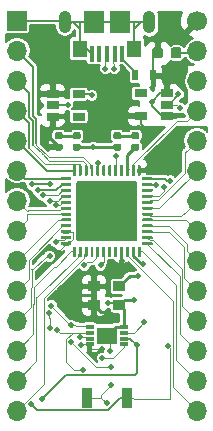
<source format=gbr>
G04 #@! TF.GenerationSoftware,KiCad,Pcbnew,5.0.1-33cea8e~68~ubuntu18.04.1*
G04 #@! TF.CreationDate,2018-11-10T13:26:22+01:00*
G04 #@! TF.ProjectId,Tiny-up5k,54696E792D7570356B2E6B696361645F,rev?*
G04 #@! TF.SameCoordinates,Original*
G04 #@! TF.FileFunction,Copper,L1,Top,Signal*
G04 #@! TF.FilePolarity,Positive*
%FSLAX46Y46*%
G04 Gerber Fmt 4.6, Leading zero omitted, Abs format (unit mm)*
G04 Created by KiCad (PCBNEW 5.0.1-33cea8e~68~ubuntu18.04.1) date za 10 nov 2018 13:26:22 CET*
%MOMM*%
%LPD*%
G01*
G04 APERTURE LIST*
G04 #@! TA.AperFunction,ComponentPad*
%ADD10R,1.700000X1.700000*%
G04 #@! TD*
G04 #@! TA.AperFunction,ComponentPad*
%ADD11O,1.700000X1.700000*%
G04 #@! TD*
G04 #@! TA.AperFunction,SMDPad,CuDef*
%ADD12R,0.500000X0.900000*%
G04 #@! TD*
G04 #@! TA.AperFunction,ComponentPad*
%ADD13C,1.700000*%
G04 #@! TD*
G04 #@! TA.AperFunction,Conductor*
%ADD14C,0.100000*%
G04 #@! TD*
G04 #@! TA.AperFunction,SMDPad,CuDef*
%ADD15C,0.590000*%
G04 #@! TD*
G04 #@! TA.AperFunction,SMDPad,CuDef*
%ADD16R,1.060000X0.650000*%
G04 #@! TD*
G04 #@! TA.AperFunction,SMDPad,CuDef*
%ADD17R,0.900000X1.700000*%
G04 #@! TD*
G04 #@! TA.AperFunction,SMDPad,CuDef*
%ADD18R,0.750000X0.300000*%
G04 #@! TD*
G04 #@! TA.AperFunction,SMDPad,CuDef*
%ADD19R,1.750000X1.450000*%
G04 #@! TD*
G04 #@! TA.AperFunction,SMDPad,CuDef*
%ADD20R,1.000000X0.900000*%
G04 #@! TD*
G04 #@! TA.AperFunction,SMDPad,CuDef*
%ADD21R,1.750000X1.900000*%
G04 #@! TD*
G04 #@! TA.AperFunction,SMDPad,CuDef*
%ADD22R,0.400000X1.400000*%
G04 #@! TD*
G04 #@! TA.AperFunction,ComponentPad*
%ADD23O,1.050000X1.900000*%
G04 #@! TD*
G04 #@! TA.AperFunction,SMDPad,CuDef*
%ADD24R,1.150000X1.450000*%
G04 #@! TD*
G04 #@! TA.AperFunction,SMDPad,CuDef*
%ADD25C,5.150000*%
G04 #@! TD*
G04 #@! TA.AperFunction,SMDPad,CuDef*
%ADD26C,0.250000*%
G04 #@! TD*
G04 #@! TA.AperFunction,SMDPad,CuDef*
%ADD27C,0.875000*%
G04 #@! TD*
G04 #@! TA.AperFunction,ViaPad*
%ADD28C,0.500000*%
G04 #@! TD*
G04 #@! TA.AperFunction,Conductor*
%ADD29C,0.200000*%
G04 #@! TD*
G04 #@! TA.AperFunction,Conductor*
%ADD30C,0.250000*%
G04 #@! TD*
G04 #@! TA.AperFunction,Conductor*
%ADD31C,0.150000*%
G04 #@! TD*
G04 #@! TA.AperFunction,Conductor*
%ADD32C,0.254000*%
G04 #@! TD*
G04 APERTURE END LIST*
D10*
G04 #@! TO.P,J1,1*
G04 #@! TO.N,GND*
X143516000Y-97799100D03*
D11*
G04 #@! TO.P,J1,2*
G04 #@! TO.N,HL_02*
X143516000Y-100339100D03*
G04 #@! TO.P,J1,3*
G04 #@! TO.N,HL_03*
X143516000Y-102879100D03*
G04 #@! TO.P,J1,4*
G04 #@! TO.N,HL_04*
X143516000Y-105419100D03*
G04 #@! TO.P,J1,5*
G04 #@! TO.N,HL_05*
X143516000Y-107959100D03*
G04 #@! TO.P,J1,6*
G04 #@! TO.N,HL_06*
X143516000Y-110499100D03*
G04 #@! TO.P,J1,7*
G04 #@! TO.N,HL_07*
X143516000Y-113039100D03*
G04 #@! TO.P,J1,8*
G04 #@! TO.N,HL_08*
X143516000Y-115579100D03*
G04 #@! TO.P,J1,9*
G04 #@! TO.N,HL_09*
X143516000Y-118119100D03*
G04 #@! TO.P,J1,10*
G04 #@! TO.N,HL_10*
X143516000Y-120659100D03*
G04 #@! TO.P,J1,11*
G04 #@! TO.N,HL_11*
X143516000Y-123199100D03*
G04 #@! TO.P,J1,12*
G04 #@! TO.N,HL_12*
X143516000Y-125739100D03*
G04 #@! TO.P,J1,13*
G04 #@! TO.N,HL_13*
X143516000Y-128279100D03*
G04 #@! TO.P,J1,14*
G04 #@! TO.N,HL_14*
X143516000Y-130819100D03*
G04 #@! TD*
D12*
G04 #@! TO.P,L1,1*
G04 #@! TO.N,+5V*
X155043000Y-102425500D03*
G04 #@! TO.P,L1,2*
G04 #@! TO.N,Net-(L1-Pad2)*
X153543000Y-102425500D03*
G04 #@! TD*
D13*
G04 #@! TO.P,J2,1*
G04 #@! TO.N,+5V*
X158756000Y-97799100D03*
D11*
G04 #@! TO.P,J2,2*
G04 #@! TO.N,GND*
X158756000Y-100339100D03*
G04 #@! TO.P,J2,3*
G04 #@! TO.N,SPI_VCCIO1*
X158756000Y-102879100D03*
G04 #@! TO.P,J2,4*
G04 #@! TO.N,HR_04*
X158756000Y-105419100D03*
G04 #@! TO.P,J2,5*
G04 #@! TO.N,HR_05*
X158756000Y-107959100D03*
G04 #@! TO.P,J2,6*
G04 #@! TO.N,HR_06*
X158756000Y-110499100D03*
G04 #@! TO.P,J2,7*
G04 #@! TO.N,HR_07*
X158756000Y-113039100D03*
G04 #@! TO.P,J2,8*
G04 #@! TO.N,HR_08*
X158756000Y-115579100D03*
G04 #@! TO.P,J2,9*
G04 #@! TO.N,HR_09*
X158756000Y-118119100D03*
G04 #@! TO.P,J2,10*
G04 #@! TO.N,HR_10*
X158756000Y-120659100D03*
G04 #@! TO.P,J2,11*
G04 #@! TO.N,HR_11*
X158756000Y-123199100D03*
G04 #@! TO.P,J2,12*
G04 #@! TO.N,HR_12*
X158756000Y-125739100D03*
G04 #@! TO.P,J2,13*
G04 #@! TO.N,HR_13*
X158756000Y-128279100D03*
G04 #@! TO.P,J2,14*
G04 #@! TO.N,HR_14*
X158756000Y-130819100D03*
G04 #@! TD*
D14*
G04 #@! TO.N,SPI_VCCIO1*
G04 #@! TO.C,D1*
G36*
X147252958Y-108204210D02*
X147267276Y-108206334D01*
X147281317Y-108209851D01*
X147294946Y-108214728D01*
X147308031Y-108220917D01*
X147320447Y-108228358D01*
X147332073Y-108236981D01*
X147342798Y-108246702D01*
X147352519Y-108257427D01*
X147361142Y-108269053D01*
X147368583Y-108281469D01*
X147374772Y-108294554D01*
X147379649Y-108308183D01*
X147383166Y-108322224D01*
X147385290Y-108336542D01*
X147386000Y-108351000D01*
X147386000Y-108646000D01*
X147385290Y-108660458D01*
X147383166Y-108674776D01*
X147379649Y-108688817D01*
X147374772Y-108702446D01*
X147368583Y-108715531D01*
X147361142Y-108727947D01*
X147352519Y-108739573D01*
X147342798Y-108750298D01*
X147332073Y-108760019D01*
X147320447Y-108768642D01*
X147308031Y-108776083D01*
X147294946Y-108782272D01*
X147281317Y-108787149D01*
X147267276Y-108790666D01*
X147252958Y-108792790D01*
X147238500Y-108793500D01*
X146893500Y-108793500D01*
X146879042Y-108792790D01*
X146864724Y-108790666D01*
X146850683Y-108787149D01*
X146837054Y-108782272D01*
X146823969Y-108776083D01*
X146811553Y-108768642D01*
X146799927Y-108760019D01*
X146789202Y-108750298D01*
X146779481Y-108739573D01*
X146770858Y-108727947D01*
X146763417Y-108715531D01*
X146757228Y-108702446D01*
X146752351Y-108688817D01*
X146748834Y-108674776D01*
X146746710Y-108660458D01*
X146746000Y-108646000D01*
X146746000Y-108351000D01*
X146746710Y-108336542D01*
X146748834Y-108322224D01*
X146752351Y-108308183D01*
X146757228Y-108294554D01*
X146763417Y-108281469D01*
X146770858Y-108269053D01*
X146779481Y-108257427D01*
X146789202Y-108246702D01*
X146799927Y-108236981D01*
X146811553Y-108228358D01*
X146823969Y-108220917D01*
X146837054Y-108214728D01*
X146850683Y-108209851D01*
X146864724Y-108206334D01*
X146879042Y-108204210D01*
X146893500Y-108203500D01*
X147238500Y-108203500D01*
X147252958Y-108204210D01*
X147252958Y-108204210D01*
G37*
D15*
G04 #@! TD*
G04 #@! TO.P,D1,2*
G04 #@! TO.N,SPI_VCCIO1*
X147066000Y-108498500D03*
D14*
G04 #@! TO.N,Net-(D1-Pad1)*
G04 #@! TO.C,D1*
G36*
X147252958Y-107234210D02*
X147267276Y-107236334D01*
X147281317Y-107239851D01*
X147294946Y-107244728D01*
X147308031Y-107250917D01*
X147320447Y-107258358D01*
X147332073Y-107266981D01*
X147342798Y-107276702D01*
X147352519Y-107287427D01*
X147361142Y-107299053D01*
X147368583Y-107311469D01*
X147374772Y-107324554D01*
X147379649Y-107338183D01*
X147383166Y-107352224D01*
X147385290Y-107366542D01*
X147386000Y-107381000D01*
X147386000Y-107676000D01*
X147385290Y-107690458D01*
X147383166Y-107704776D01*
X147379649Y-107718817D01*
X147374772Y-107732446D01*
X147368583Y-107745531D01*
X147361142Y-107757947D01*
X147352519Y-107769573D01*
X147342798Y-107780298D01*
X147332073Y-107790019D01*
X147320447Y-107798642D01*
X147308031Y-107806083D01*
X147294946Y-107812272D01*
X147281317Y-107817149D01*
X147267276Y-107820666D01*
X147252958Y-107822790D01*
X147238500Y-107823500D01*
X146893500Y-107823500D01*
X146879042Y-107822790D01*
X146864724Y-107820666D01*
X146850683Y-107817149D01*
X146837054Y-107812272D01*
X146823969Y-107806083D01*
X146811553Y-107798642D01*
X146799927Y-107790019D01*
X146789202Y-107780298D01*
X146779481Y-107769573D01*
X146770858Y-107757947D01*
X146763417Y-107745531D01*
X146757228Y-107732446D01*
X146752351Y-107718817D01*
X146748834Y-107704776D01*
X146746710Y-107690458D01*
X146746000Y-107676000D01*
X146746000Y-107381000D01*
X146746710Y-107366542D01*
X146748834Y-107352224D01*
X146752351Y-107338183D01*
X146757228Y-107324554D01*
X146763417Y-107311469D01*
X146770858Y-107299053D01*
X146779481Y-107287427D01*
X146789202Y-107276702D01*
X146799927Y-107266981D01*
X146811553Y-107258358D01*
X146823969Y-107250917D01*
X146837054Y-107244728D01*
X146850683Y-107239851D01*
X146864724Y-107236334D01*
X146879042Y-107234210D01*
X146893500Y-107233500D01*
X147238500Y-107233500D01*
X147252958Y-107234210D01*
X147252958Y-107234210D01*
G37*
D15*
G04 #@! TD*
G04 #@! TO.P,D1,1*
G04 #@! TO.N,Net-(D1-Pad1)*
X147066000Y-107528500D03*
D14*
G04 #@! TO.N,Net-(D2-Pad1)*
G04 #@! TO.C,D2*
G36*
X153729958Y-107234210D02*
X153744276Y-107236334D01*
X153758317Y-107239851D01*
X153771946Y-107244728D01*
X153785031Y-107250917D01*
X153797447Y-107258358D01*
X153809073Y-107266981D01*
X153819798Y-107276702D01*
X153829519Y-107287427D01*
X153838142Y-107299053D01*
X153845583Y-107311469D01*
X153851772Y-107324554D01*
X153856649Y-107338183D01*
X153860166Y-107352224D01*
X153862290Y-107366542D01*
X153863000Y-107381000D01*
X153863000Y-107676000D01*
X153862290Y-107690458D01*
X153860166Y-107704776D01*
X153856649Y-107718817D01*
X153851772Y-107732446D01*
X153845583Y-107745531D01*
X153838142Y-107757947D01*
X153829519Y-107769573D01*
X153819798Y-107780298D01*
X153809073Y-107790019D01*
X153797447Y-107798642D01*
X153785031Y-107806083D01*
X153771946Y-107812272D01*
X153758317Y-107817149D01*
X153744276Y-107820666D01*
X153729958Y-107822790D01*
X153715500Y-107823500D01*
X153370500Y-107823500D01*
X153356042Y-107822790D01*
X153341724Y-107820666D01*
X153327683Y-107817149D01*
X153314054Y-107812272D01*
X153300969Y-107806083D01*
X153288553Y-107798642D01*
X153276927Y-107790019D01*
X153266202Y-107780298D01*
X153256481Y-107769573D01*
X153247858Y-107757947D01*
X153240417Y-107745531D01*
X153234228Y-107732446D01*
X153229351Y-107718817D01*
X153225834Y-107704776D01*
X153223710Y-107690458D01*
X153223000Y-107676000D01*
X153223000Y-107381000D01*
X153223710Y-107366542D01*
X153225834Y-107352224D01*
X153229351Y-107338183D01*
X153234228Y-107324554D01*
X153240417Y-107311469D01*
X153247858Y-107299053D01*
X153256481Y-107287427D01*
X153266202Y-107276702D01*
X153276927Y-107266981D01*
X153288553Y-107258358D01*
X153300969Y-107250917D01*
X153314054Y-107244728D01*
X153327683Y-107239851D01*
X153341724Y-107236334D01*
X153356042Y-107234210D01*
X153370500Y-107233500D01*
X153715500Y-107233500D01*
X153729958Y-107234210D01*
X153729958Y-107234210D01*
G37*
D15*
G04 #@! TD*
G04 #@! TO.P,D2,1*
G04 #@! TO.N,Net-(D2-Pad1)*
X153543000Y-107528500D03*
D14*
G04 #@! TO.N,LED*
G04 #@! TO.C,D2*
G36*
X153729958Y-108204210D02*
X153744276Y-108206334D01*
X153758317Y-108209851D01*
X153771946Y-108214728D01*
X153785031Y-108220917D01*
X153797447Y-108228358D01*
X153809073Y-108236981D01*
X153819798Y-108246702D01*
X153829519Y-108257427D01*
X153838142Y-108269053D01*
X153845583Y-108281469D01*
X153851772Y-108294554D01*
X153856649Y-108308183D01*
X153860166Y-108322224D01*
X153862290Y-108336542D01*
X153863000Y-108351000D01*
X153863000Y-108646000D01*
X153862290Y-108660458D01*
X153860166Y-108674776D01*
X153856649Y-108688817D01*
X153851772Y-108702446D01*
X153845583Y-108715531D01*
X153838142Y-108727947D01*
X153829519Y-108739573D01*
X153819798Y-108750298D01*
X153809073Y-108760019D01*
X153797447Y-108768642D01*
X153785031Y-108776083D01*
X153771946Y-108782272D01*
X153758317Y-108787149D01*
X153744276Y-108790666D01*
X153729958Y-108792790D01*
X153715500Y-108793500D01*
X153370500Y-108793500D01*
X153356042Y-108792790D01*
X153341724Y-108790666D01*
X153327683Y-108787149D01*
X153314054Y-108782272D01*
X153300969Y-108776083D01*
X153288553Y-108768642D01*
X153276927Y-108760019D01*
X153266202Y-108750298D01*
X153256481Y-108739573D01*
X153247858Y-108727947D01*
X153240417Y-108715531D01*
X153234228Y-108702446D01*
X153229351Y-108688817D01*
X153225834Y-108674776D01*
X153223710Y-108660458D01*
X153223000Y-108646000D01*
X153223000Y-108351000D01*
X153223710Y-108336542D01*
X153225834Y-108322224D01*
X153229351Y-108308183D01*
X153234228Y-108294554D01*
X153240417Y-108281469D01*
X153247858Y-108269053D01*
X153256481Y-108257427D01*
X153266202Y-108246702D01*
X153276927Y-108236981D01*
X153288553Y-108228358D01*
X153300969Y-108220917D01*
X153314054Y-108214728D01*
X153327683Y-108209851D01*
X153341724Y-108206334D01*
X153356042Y-108204210D01*
X153370500Y-108203500D01*
X153715500Y-108203500D01*
X153729958Y-108204210D01*
X153729958Y-108204210D01*
G37*
D15*
G04 #@! TD*
G04 #@! TO.P,D2,2*
G04 #@! TO.N,LED*
X153543000Y-108498500D03*
D16*
G04 #@! TO.P,U2,5*
G04 #@! TO.N,SPI_VCCIO1*
X154010000Y-105852000D03*
G04 #@! TO.P,U2,4*
G04 #@! TO.N,N/C*
X154010000Y-103952000D03*
G04 #@! TO.P,U2,3*
G04 #@! TO.N,+5V*
X156210000Y-103952000D03*
G04 #@! TO.P,U2,2*
G04 #@! TO.N,GND*
X156210000Y-104902000D03*
G04 #@! TO.P,U2,1*
G04 #@! TO.N,+5V*
X156210000Y-105852000D03*
G04 #@! TD*
G04 #@! TO.P,U4,1*
G04 #@! TO.N,SPI_VCCIO1*
X146558000Y-104013000D03*
G04 #@! TO.P,U4,2*
G04 #@! TO.N,GND*
X146558000Y-104963000D03*
G04 #@! TO.P,U4,3*
G04 #@! TO.N,SPI_VCCIO1*
X146558000Y-105913000D03*
G04 #@! TO.P,U4,4*
G04 #@! TO.N,N/C*
X148758000Y-105913000D03*
G04 #@! TO.P,U4,5*
G04 #@! TO.N,VCC_CORE*
X148758000Y-104013000D03*
G04 #@! TD*
D17*
G04 #@! TO.P,SW1,1*
G04 #@! TO.N,GND*
X149430000Y-129723100D03*
G04 #@! TO.P,SW1,2*
G04 #@! TO.N,CRESET_B*
X152830000Y-129723100D03*
G04 #@! TD*
D18*
G04 #@! TO.P,U5,1*
G04 #@! TO.N,SS*
X152580000Y-125210000D03*
G04 #@! TO.P,U5,2*
G04 #@! TO.N,SDI*
X152580000Y-124710000D03*
G04 #@! TO.P,U5,3*
G04 #@! TO.N,Net-(R10-Pad2)*
X152580000Y-124210000D03*
G04 #@! TO.P,U5,4*
G04 #@! TO.N,GND*
X152580000Y-123710000D03*
G04 #@! TO.P,U5,5*
G04 #@! TO.N,SDO*
X149680000Y-123710000D03*
G04 #@! TO.P,U5,6*
G04 #@! TO.N,SCK*
X149680000Y-124210000D03*
G04 #@! TO.P,U5,7*
G04 #@! TO.N,Net-(R7-Pad2)*
X149680000Y-124710000D03*
G04 #@! TO.P,U5,8*
G04 #@! TO.N,SPI_VCCIO1*
X149680000Y-125210000D03*
D19*
G04 #@! TO.P,U5,9*
G04 #@! TO.N,GND*
X151130000Y-124460000D03*
G04 #@! TD*
D20*
G04 #@! TO.P,U3,1*
G04 #@! TO.N,SPI_VCCIO1*
X150055000Y-121849000D03*
G04 #@! TO.P,U3,2*
G04 #@! TO.N,GND*
X152205000Y-121849000D03*
G04 #@! TO.P,U3,3*
G04 #@! TO.N,CLK*
X152205000Y-120299000D03*
G04 #@! TO.P,U3,4*
G04 #@! TO.N,SPI_VCCIO1*
X150055000Y-120299000D03*
G04 #@! TD*
D21*
G04 #@! TO.P,U6,6*
G04 #@! TO.N,GND*
X150024000Y-97934000D03*
D22*
G04 #@! TO.P,U6,2*
G04 #@! TO.N,Net-(R3-Pad2)*
X151799000Y-100584000D03*
G04 #@! TO.P,U6,1*
G04 #@! TO.N,Net-(L1-Pad2)*
X152449000Y-100584000D03*
G04 #@! TO.P,U6,5*
G04 #@! TO.N,GND*
X149849000Y-100584000D03*
G04 #@! TO.P,U6,4*
G04 #@! TO.N,N/C*
X150499000Y-100584000D03*
G04 #@! TO.P,U6,3*
G04 #@! TO.N,Net-(R1-Pad1)*
X151149000Y-100584000D03*
D21*
G04 #@! TO.P,U6,6*
G04 #@! TO.N,GND*
X152274000Y-97934000D03*
D23*
X154724000Y-97934000D03*
X147574000Y-97934000D03*
D24*
X148829000Y-100164000D03*
X153469000Y-100164000D03*
G04 #@! TD*
D14*
G04 #@! TO.N,GND*
G04 #@! TO.C,U1*
G36*
X153479503Y-111345204D02*
X153503772Y-111348804D01*
X153527570Y-111354765D01*
X153550670Y-111363030D01*
X153572849Y-111373520D01*
X153593892Y-111386133D01*
X153613598Y-111400748D01*
X153631776Y-111417224D01*
X153648252Y-111435402D01*
X153662867Y-111455108D01*
X153675480Y-111476151D01*
X153685970Y-111498330D01*
X153694235Y-111521430D01*
X153700196Y-111545228D01*
X153703796Y-111569497D01*
X153705000Y-111594001D01*
X153705000Y-116243999D01*
X153703796Y-116268503D01*
X153700196Y-116292772D01*
X153694235Y-116316570D01*
X153685970Y-116339670D01*
X153675480Y-116361849D01*
X153662867Y-116382892D01*
X153648252Y-116402598D01*
X153631776Y-116420776D01*
X153613598Y-116437252D01*
X153593892Y-116451867D01*
X153572849Y-116464480D01*
X153550670Y-116474970D01*
X153527570Y-116483235D01*
X153503772Y-116489196D01*
X153479503Y-116492796D01*
X153454999Y-116494000D01*
X148805001Y-116494000D01*
X148780497Y-116492796D01*
X148756228Y-116489196D01*
X148732430Y-116483235D01*
X148709330Y-116474970D01*
X148687151Y-116464480D01*
X148666108Y-116451867D01*
X148646402Y-116437252D01*
X148628224Y-116420776D01*
X148611748Y-116402598D01*
X148597133Y-116382892D01*
X148584520Y-116361849D01*
X148574030Y-116339670D01*
X148565765Y-116316570D01*
X148559804Y-116292772D01*
X148556204Y-116268503D01*
X148555000Y-116243999D01*
X148555000Y-111594001D01*
X148556204Y-111569497D01*
X148559804Y-111545228D01*
X148565765Y-111521430D01*
X148574030Y-111498330D01*
X148584520Y-111476151D01*
X148597133Y-111455108D01*
X148611748Y-111435402D01*
X148628224Y-111417224D01*
X148646402Y-111400748D01*
X148666108Y-111386133D01*
X148687151Y-111373520D01*
X148709330Y-111363030D01*
X148732430Y-111354765D01*
X148756228Y-111348804D01*
X148780497Y-111345204D01*
X148805001Y-111344000D01*
X153454999Y-111344000D01*
X153479503Y-111345204D01*
X153479503Y-111345204D01*
G37*
D25*
G04 #@! TD*
G04 #@! TO.P,U1,49*
G04 #@! TO.N,GND*
X151130000Y-113919000D03*
D14*
G04 #@! TO.N,SPI_VCCIO1*
G04 #@! TO.C,U1*
G36*
X153948626Y-110044301D02*
X153954693Y-110045201D01*
X153960643Y-110046691D01*
X153966418Y-110048758D01*
X153971962Y-110051380D01*
X153977223Y-110054533D01*
X153982150Y-110058187D01*
X153986694Y-110062306D01*
X153990813Y-110066850D01*
X153994467Y-110071777D01*
X153997620Y-110077038D01*
X154000242Y-110082582D01*
X154002309Y-110088357D01*
X154003799Y-110094307D01*
X154004699Y-110100374D01*
X154005000Y-110106500D01*
X154005000Y-110856500D01*
X154004699Y-110862626D01*
X154003799Y-110868693D01*
X154002309Y-110874643D01*
X154000242Y-110880418D01*
X153997620Y-110885962D01*
X153994467Y-110891223D01*
X153990813Y-110896150D01*
X153986694Y-110900694D01*
X153982150Y-110904813D01*
X153977223Y-110908467D01*
X153971962Y-110911620D01*
X153966418Y-110914242D01*
X153960643Y-110916309D01*
X153954693Y-110917799D01*
X153948626Y-110918699D01*
X153942500Y-110919000D01*
X153817500Y-110919000D01*
X153811374Y-110918699D01*
X153805307Y-110917799D01*
X153799357Y-110916309D01*
X153793582Y-110914242D01*
X153788038Y-110911620D01*
X153782777Y-110908467D01*
X153777850Y-110904813D01*
X153773306Y-110900694D01*
X153769187Y-110896150D01*
X153765533Y-110891223D01*
X153762380Y-110885962D01*
X153759758Y-110880418D01*
X153757691Y-110874643D01*
X153756201Y-110868693D01*
X153755301Y-110862626D01*
X153755000Y-110856500D01*
X153755000Y-110106500D01*
X153755301Y-110100374D01*
X153756201Y-110094307D01*
X153757691Y-110088357D01*
X153759758Y-110082582D01*
X153762380Y-110077038D01*
X153765533Y-110071777D01*
X153769187Y-110066850D01*
X153773306Y-110062306D01*
X153777850Y-110058187D01*
X153782777Y-110054533D01*
X153788038Y-110051380D01*
X153793582Y-110048758D01*
X153799357Y-110046691D01*
X153805307Y-110045201D01*
X153811374Y-110044301D01*
X153817500Y-110044000D01*
X153942500Y-110044000D01*
X153948626Y-110044301D01*
X153948626Y-110044301D01*
G37*
D26*
G04 #@! TD*
G04 #@! TO.P,U1,1*
G04 #@! TO.N,SPI_VCCIO1*
X153880000Y-110481500D03*
D14*
G04 #@! TO.N,HR_04*
G04 #@! TO.C,U1*
G36*
X153448626Y-110044301D02*
X153454693Y-110045201D01*
X153460643Y-110046691D01*
X153466418Y-110048758D01*
X153471962Y-110051380D01*
X153477223Y-110054533D01*
X153482150Y-110058187D01*
X153486694Y-110062306D01*
X153490813Y-110066850D01*
X153494467Y-110071777D01*
X153497620Y-110077038D01*
X153500242Y-110082582D01*
X153502309Y-110088357D01*
X153503799Y-110094307D01*
X153504699Y-110100374D01*
X153505000Y-110106500D01*
X153505000Y-110856500D01*
X153504699Y-110862626D01*
X153503799Y-110868693D01*
X153502309Y-110874643D01*
X153500242Y-110880418D01*
X153497620Y-110885962D01*
X153494467Y-110891223D01*
X153490813Y-110896150D01*
X153486694Y-110900694D01*
X153482150Y-110904813D01*
X153477223Y-110908467D01*
X153471962Y-110911620D01*
X153466418Y-110914242D01*
X153460643Y-110916309D01*
X153454693Y-110917799D01*
X153448626Y-110918699D01*
X153442500Y-110919000D01*
X153317500Y-110919000D01*
X153311374Y-110918699D01*
X153305307Y-110917799D01*
X153299357Y-110916309D01*
X153293582Y-110914242D01*
X153288038Y-110911620D01*
X153282777Y-110908467D01*
X153277850Y-110904813D01*
X153273306Y-110900694D01*
X153269187Y-110896150D01*
X153265533Y-110891223D01*
X153262380Y-110885962D01*
X153259758Y-110880418D01*
X153257691Y-110874643D01*
X153256201Y-110868693D01*
X153255301Y-110862626D01*
X153255000Y-110856500D01*
X153255000Y-110106500D01*
X153255301Y-110100374D01*
X153256201Y-110094307D01*
X153257691Y-110088357D01*
X153259758Y-110082582D01*
X153262380Y-110077038D01*
X153265533Y-110071777D01*
X153269187Y-110066850D01*
X153273306Y-110062306D01*
X153277850Y-110058187D01*
X153282777Y-110054533D01*
X153288038Y-110051380D01*
X153293582Y-110048758D01*
X153299357Y-110046691D01*
X153305307Y-110045201D01*
X153311374Y-110044301D01*
X153317500Y-110044000D01*
X153442500Y-110044000D01*
X153448626Y-110044301D01*
X153448626Y-110044301D01*
G37*
D26*
G04 #@! TD*
G04 #@! TO.P,U1,2*
G04 #@! TO.N,HR_04*
X153380000Y-110481500D03*
D14*
G04 #@! TO.N,LED*
G04 #@! TO.C,U1*
G36*
X152948626Y-110044301D02*
X152954693Y-110045201D01*
X152960643Y-110046691D01*
X152966418Y-110048758D01*
X152971962Y-110051380D01*
X152977223Y-110054533D01*
X152982150Y-110058187D01*
X152986694Y-110062306D01*
X152990813Y-110066850D01*
X152994467Y-110071777D01*
X152997620Y-110077038D01*
X153000242Y-110082582D01*
X153002309Y-110088357D01*
X153003799Y-110094307D01*
X153004699Y-110100374D01*
X153005000Y-110106500D01*
X153005000Y-110856500D01*
X153004699Y-110862626D01*
X153003799Y-110868693D01*
X153002309Y-110874643D01*
X153000242Y-110880418D01*
X152997620Y-110885962D01*
X152994467Y-110891223D01*
X152990813Y-110896150D01*
X152986694Y-110900694D01*
X152982150Y-110904813D01*
X152977223Y-110908467D01*
X152971962Y-110911620D01*
X152966418Y-110914242D01*
X152960643Y-110916309D01*
X152954693Y-110917799D01*
X152948626Y-110918699D01*
X152942500Y-110919000D01*
X152817500Y-110919000D01*
X152811374Y-110918699D01*
X152805307Y-110917799D01*
X152799357Y-110916309D01*
X152793582Y-110914242D01*
X152788038Y-110911620D01*
X152782777Y-110908467D01*
X152777850Y-110904813D01*
X152773306Y-110900694D01*
X152769187Y-110896150D01*
X152765533Y-110891223D01*
X152762380Y-110885962D01*
X152759758Y-110880418D01*
X152757691Y-110874643D01*
X152756201Y-110868693D01*
X152755301Y-110862626D01*
X152755000Y-110856500D01*
X152755000Y-110106500D01*
X152755301Y-110100374D01*
X152756201Y-110094307D01*
X152757691Y-110088357D01*
X152759758Y-110082582D01*
X152762380Y-110077038D01*
X152765533Y-110071777D01*
X152769187Y-110066850D01*
X152773306Y-110062306D01*
X152777850Y-110058187D01*
X152782777Y-110054533D01*
X152788038Y-110051380D01*
X152793582Y-110048758D01*
X152799357Y-110046691D01*
X152805307Y-110045201D01*
X152811374Y-110044301D01*
X152817500Y-110044000D01*
X152942500Y-110044000D01*
X152948626Y-110044301D01*
X152948626Y-110044301D01*
G37*
D26*
G04 #@! TD*
G04 #@! TO.P,U1,3*
G04 #@! TO.N,LED*
X152880000Y-110481500D03*
D14*
G04 #@! TO.N,N/C*
G04 #@! TO.C,U1*
G36*
X152448626Y-110044301D02*
X152454693Y-110045201D01*
X152460643Y-110046691D01*
X152466418Y-110048758D01*
X152471962Y-110051380D01*
X152477223Y-110054533D01*
X152482150Y-110058187D01*
X152486694Y-110062306D01*
X152490813Y-110066850D01*
X152494467Y-110071777D01*
X152497620Y-110077038D01*
X152500242Y-110082582D01*
X152502309Y-110088357D01*
X152503799Y-110094307D01*
X152504699Y-110100374D01*
X152505000Y-110106500D01*
X152505000Y-110856500D01*
X152504699Y-110862626D01*
X152503799Y-110868693D01*
X152502309Y-110874643D01*
X152500242Y-110880418D01*
X152497620Y-110885962D01*
X152494467Y-110891223D01*
X152490813Y-110896150D01*
X152486694Y-110900694D01*
X152482150Y-110904813D01*
X152477223Y-110908467D01*
X152471962Y-110911620D01*
X152466418Y-110914242D01*
X152460643Y-110916309D01*
X152454693Y-110917799D01*
X152448626Y-110918699D01*
X152442500Y-110919000D01*
X152317500Y-110919000D01*
X152311374Y-110918699D01*
X152305307Y-110917799D01*
X152299357Y-110916309D01*
X152293582Y-110914242D01*
X152288038Y-110911620D01*
X152282777Y-110908467D01*
X152277850Y-110904813D01*
X152273306Y-110900694D01*
X152269187Y-110896150D01*
X152265533Y-110891223D01*
X152262380Y-110885962D01*
X152259758Y-110880418D01*
X152257691Y-110874643D01*
X152256201Y-110868693D01*
X152255301Y-110862626D01*
X152255000Y-110856500D01*
X152255000Y-110106500D01*
X152255301Y-110100374D01*
X152256201Y-110094307D01*
X152257691Y-110088357D01*
X152259758Y-110082582D01*
X152262380Y-110077038D01*
X152265533Y-110071777D01*
X152269187Y-110066850D01*
X152273306Y-110062306D01*
X152277850Y-110058187D01*
X152282777Y-110054533D01*
X152288038Y-110051380D01*
X152293582Y-110048758D01*
X152299357Y-110046691D01*
X152305307Y-110045201D01*
X152311374Y-110044301D01*
X152317500Y-110044000D01*
X152442500Y-110044000D01*
X152448626Y-110044301D01*
X152448626Y-110044301D01*
G37*
D26*
G04 #@! TD*
G04 #@! TO.P,U1,4*
G04 #@! TO.N,N/C*
X152380000Y-110481500D03*
D14*
G04 #@! TO.N,VCC_CORE*
G04 #@! TO.C,U1*
G36*
X151948626Y-110044301D02*
X151954693Y-110045201D01*
X151960643Y-110046691D01*
X151966418Y-110048758D01*
X151971962Y-110051380D01*
X151977223Y-110054533D01*
X151982150Y-110058187D01*
X151986694Y-110062306D01*
X151990813Y-110066850D01*
X151994467Y-110071777D01*
X151997620Y-110077038D01*
X152000242Y-110082582D01*
X152002309Y-110088357D01*
X152003799Y-110094307D01*
X152004699Y-110100374D01*
X152005000Y-110106500D01*
X152005000Y-110856500D01*
X152004699Y-110862626D01*
X152003799Y-110868693D01*
X152002309Y-110874643D01*
X152000242Y-110880418D01*
X151997620Y-110885962D01*
X151994467Y-110891223D01*
X151990813Y-110896150D01*
X151986694Y-110900694D01*
X151982150Y-110904813D01*
X151977223Y-110908467D01*
X151971962Y-110911620D01*
X151966418Y-110914242D01*
X151960643Y-110916309D01*
X151954693Y-110917799D01*
X151948626Y-110918699D01*
X151942500Y-110919000D01*
X151817500Y-110919000D01*
X151811374Y-110918699D01*
X151805307Y-110917799D01*
X151799357Y-110916309D01*
X151793582Y-110914242D01*
X151788038Y-110911620D01*
X151782777Y-110908467D01*
X151777850Y-110904813D01*
X151773306Y-110900694D01*
X151769187Y-110896150D01*
X151765533Y-110891223D01*
X151762380Y-110885962D01*
X151759758Y-110880418D01*
X151757691Y-110874643D01*
X151756201Y-110868693D01*
X151755301Y-110862626D01*
X151755000Y-110856500D01*
X151755000Y-110106500D01*
X151755301Y-110100374D01*
X151756201Y-110094307D01*
X151757691Y-110088357D01*
X151759758Y-110082582D01*
X151762380Y-110077038D01*
X151765533Y-110071777D01*
X151769187Y-110066850D01*
X151773306Y-110062306D01*
X151777850Y-110058187D01*
X151782777Y-110054533D01*
X151788038Y-110051380D01*
X151793582Y-110048758D01*
X151799357Y-110046691D01*
X151805307Y-110045201D01*
X151811374Y-110044301D01*
X151817500Y-110044000D01*
X151942500Y-110044000D01*
X151948626Y-110044301D01*
X151948626Y-110044301D01*
G37*
D26*
G04 #@! TD*
G04 #@! TO.P,U1,5*
G04 #@! TO.N,VCC_CORE*
X151880000Y-110481500D03*
D14*
G04 #@! TO.N,N/C*
G04 #@! TO.C,U1*
G36*
X151448626Y-110044301D02*
X151454693Y-110045201D01*
X151460643Y-110046691D01*
X151466418Y-110048758D01*
X151471962Y-110051380D01*
X151477223Y-110054533D01*
X151482150Y-110058187D01*
X151486694Y-110062306D01*
X151490813Y-110066850D01*
X151494467Y-110071777D01*
X151497620Y-110077038D01*
X151500242Y-110082582D01*
X151502309Y-110088357D01*
X151503799Y-110094307D01*
X151504699Y-110100374D01*
X151505000Y-110106500D01*
X151505000Y-110856500D01*
X151504699Y-110862626D01*
X151503799Y-110868693D01*
X151502309Y-110874643D01*
X151500242Y-110880418D01*
X151497620Y-110885962D01*
X151494467Y-110891223D01*
X151490813Y-110896150D01*
X151486694Y-110900694D01*
X151482150Y-110904813D01*
X151477223Y-110908467D01*
X151471962Y-110911620D01*
X151466418Y-110914242D01*
X151460643Y-110916309D01*
X151454693Y-110917799D01*
X151448626Y-110918699D01*
X151442500Y-110919000D01*
X151317500Y-110919000D01*
X151311374Y-110918699D01*
X151305307Y-110917799D01*
X151299357Y-110916309D01*
X151293582Y-110914242D01*
X151288038Y-110911620D01*
X151282777Y-110908467D01*
X151277850Y-110904813D01*
X151273306Y-110900694D01*
X151269187Y-110896150D01*
X151265533Y-110891223D01*
X151262380Y-110885962D01*
X151259758Y-110880418D01*
X151257691Y-110874643D01*
X151256201Y-110868693D01*
X151255301Y-110862626D01*
X151255000Y-110856500D01*
X151255000Y-110106500D01*
X151255301Y-110100374D01*
X151256201Y-110094307D01*
X151257691Y-110088357D01*
X151259758Y-110082582D01*
X151262380Y-110077038D01*
X151265533Y-110071777D01*
X151269187Y-110066850D01*
X151273306Y-110062306D01*
X151277850Y-110058187D01*
X151282777Y-110054533D01*
X151288038Y-110051380D01*
X151293582Y-110048758D01*
X151299357Y-110046691D01*
X151305307Y-110045201D01*
X151311374Y-110044301D01*
X151317500Y-110044000D01*
X151442500Y-110044000D01*
X151448626Y-110044301D01*
X151448626Y-110044301D01*
G37*
D26*
G04 #@! TD*
G04 #@! TO.P,U1,6*
G04 #@! TO.N,N/C*
X151380000Y-110481500D03*
D14*
G04 #@! TO.N,N/C*
G04 #@! TO.C,U1*
G36*
X150948626Y-110044301D02*
X150954693Y-110045201D01*
X150960643Y-110046691D01*
X150966418Y-110048758D01*
X150971962Y-110051380D01*
X150977223Y-110054533D01*
X150982150Y-110058187D01*
X150986694Y-110062306D01*
X150990813Y-110066850D01*
X150994467Y-110071777D01*
X150997620Y-110077038D01*
X151000242Y-110082582D01*
X151002309Y-110088357D01*
X151003799Y-110094307D01*
X151004699Y-110100374D01*
X151005000Y-110106500D01*
X151005000Y-110856500D01*
X151004699Y-110862626D01*
X151003799Y-110868693D01*
X151002309Y-110874643D01*
X151000242Y-110880418D01*
X150997620Y-110885962D01*
X150994467Y-110891223D01*
X150990813Y-110896150D01*
X150986694Y-110900694D01*
X150982150Y-110904813D01*
X150977223Y-110908467D01*
X150971962Y-110911620D01*
X150966418Y-110914242D01*
X150960643Y-110916309D01*
X150954693Y-110917799D01*
X150948626Y-110918699D01*
X150942500Y-110919000D01*
X150817500Y-110919000D01*
X150811374Y-110918699D01*
X150805307Y-110917799D01*
X150799357Y-110916309D01*
X150793582Y-110914242D01*
X150788038Y-110911620D01*
X150782777Y-110908467D01*
X150777850Y-110904813D01*
X150773306Y-110900694D01*
X150769187Y-110896150D01*
X150765533Y-110891223D01*
X150762380Y-110885962D01*
X150759758Y-110880418D01*
X150757691Y-110874643D01*
X150756201Y-110868693D01*
X150755301Y-110862626D01*
X150755000Y-110856500D01*
X150755000Y-110106500D01*
X150755301Y-110100374D01*
X150756201Y-110094307D01*
X150757691Y-110088357D01*
X150759758Y-110082582D01*
X150762380Y-110077038D01*
X150765533Y-110071777D01*
X150769187Y-110066850D01*
X150773306Y-110062306D01*
X150777850Y-110058187D01*
X150782777Y-110054533D01*
X150788038Y-110051380D01*
X150793582Y-110048758D01*
X150799357Y-110046691D01*
X150805307Y-110045201D01*
X150811374Y-110044301D01*
X150817500Y-110044000D01*
X150942500Y-110044000D01*
X150948626Y-110044301D01*
X150948626Y-110044301D01*
G37*
D26*
G04 #@! TD*
G04 #@! TO.P,U1,7*
G04 #@! TO.N,N/C*
X150880000Y-110481500D03*
D14*
G04 #@! TO.N,CRESET_B*
G04 #@! TO.C,U1*
G36*
X150448626Y-110044301D02*
X150454693Y-110045201D01*
X150460643Y-110046691D01*
X150466418Y-110048758D01*
X150471962Y-110051380D01*
X150477223Y-110054533D01*
X150482150Y-110058187D01*
X150486694Y-110062306D01*
X150490813Y-110066850D01*
X150494467Y-110071777D01*
X150497620Y-110077038D01*
X150500242Y-110082582D01*
X150502309Y-110088357D01*
X150503799Y-110094307D01*
X150504699Y-110100374D01*
X150505000Y-110106500D01*
X150505000Y-110856500D01*
X150504699Y-110862626D01*
X150503799Y-110868693D01*
X150502309Y-110874643D01*
X150500242Y-110880418D01*
X150497620Y-110885962D01*
X150494467Y-110891223D01*
X150490813Y-110896150D01*
X150486694Y-110900694D01*
X150482150Y-110904813D01*
X150477223Y-110908467D01*
X150471962Y-110911620D01*
X150466418Y-110914242D01*
X150460643Y-110916309D01*
X150454693Y-110917799D01*
X150448626Y-110918699D01*
X150442500Y-110919000D01*
X150317500Y-110919000D01*
X150311374Y-110918699D01*
X150305307Y-110917799D01*
X150299357Y-110916309D01*
X150293582Y-110914242D01*
X150288038Y-110911620D01*
X150282777Y-110908467D01*
X150277850Y-110904813D01*
X150273306Y-110900694D01*
X150269187Y-110896150D01*
X150265533Y-110891223D01*
X150262380Y-110885962D01*
X150259758Y-110880418D01*
X150257691Y-110874643D01*
X150256201Y-110868693D01*
X150255301Y-110862626D01*
X150255000Y-110856500D01*
X150255000Y-110106500D01*
X150255301Y-110100374D01*
X150256201Y-110094307D01*
X150257691Y-110088357D01*
X150259758Y-110082582D01*
X150262380Y-110077038D01*
X150265533Y-110071777D01*
X150269187Y-110066850D01*
X150273306Y-110062306D01*
X150277850Y-110058187D01*
X150282777Y-110054533D01*
X150288038Y-110051380D01*
X150293582Y-110048758D01*
X150299357Y-110046691D01*
X150305307Y-110045201D01*
X150311374Y-110044301D01*
X150317500Y-110044000D01*
X150442500Y-110044000D01*
X150448626Y-110044301D01*
X150448626Y-110044301D01*
G37*
D26*
G04 #@! TD*
G04 #@! TO.P,U1,8*
G04 #@! TO.N,CRESET_B*
X150380000Y-110481500D03*
D14*
G04 #@! TO.N,HL_02*
G04 #@! TO.C,U1*
G36*
X149948626Y-110044301D02*
X149954693Y-110045201D01*
X149960643Y-110046691D01*
X149966418Y-110048758D01*
X149971962Y-110051380D01*
X149977223Y-110054533D01*
X149982150Y-110058187D01*
X149986694Y-110062306D01*
X149990813Y-110066850D01*
X149994467Y-110071777D01*
X149997620Y-110077038D01*
X150000242Y-110082582D01*
X150002309Y-110088357D01*
X150003799Y-110094307D01*
X150004699Y-110100374D01*
X150005000Y-110106500D01*
X150005000Y-110856500D01*
X150004699Y-110862626D01*
X150003799Y-110868693D01*
X150002309Y-110874643D01*
X150000242Y-110880418D01*
X149997620Y-110885962D01*
X149994467Y-110891223D01*
X149990813Y-110896150D01*
X149986694Y-110900694D01*
X149982150Y-110904813D01*
X149977223Y-110908467D01*
X149971962Y-110911620D01*
X149966418Y-110914242D01*
X149960643Y-110916309D01*
X149954693Y-110917799D01*
X149948626Y-110918699D01*
X149942500Y-110919000D01*
X149817500Y-110919000D01*
X149811374Y-110918699D01*
X149805307Y-110917799D01*
X149799357Y-110916309D01*
X149793582Y-110914242D01*
X149788038Y-110911620D01*
X149782777Y-110908467D01*
X149777850Y-110904813D01*
X149773306Y-110900694D01*
X149769187Y-110896150D01*
X149765533Y-110891223D01*
X149762380Y-110885962D01*
X149759758Y-110880418D01*
X149757691Y-110874643D01*
X149756201Y-110868693D01*
X149755301Y-110862626D01*
X149755000Y-110856500D01*
X149755000Y-110106500D01*
X149755301Y-110100374D01*
X149756201Y-110094307D01*
X149757691Y-110088357D01*
X149759758Y-110082582D01*
X149762380Y-110077038D01*
X149765533Y-110071777D01*
X149769187Y-110066850D01*
X149773306Y-110062306D01*
X149777850Y-110058187D01*
X149782777Y-110054533D01*
X149788038Y-110051380D01*
X149793582Y-110048758D01*
X149799357Y-110046691D01*
X149805307Y-110045201D01*
X149811374Y-110044301D01*
X149817500Y-110044000D01*
X149942500Y-110044000D01*
X149948626Y-110044301D01*
X149948626Y-110044301D01*
G37*
D26*
G04 #@! TD*
G04 #@! TO.P,U1,9*
G04 #@! TO.N,HL_02*
X149880000Y-110481500D03*
D14*
G04 #@! TO.N,HL_03*
G04 #@! TO.C,U1*
G36*
X149448626Y-110044301D02*
X149454693Y-110045201D01*
X149460643Y-110046691D01*
X149466418Y-110048758D01*
X149471962Y-110051380D01*
X149477223Y-110054533D01*
X149482150Y-110058187D01*
X149486694Y-110062306D01*
X149490813Y-110066850D01*
X149494467Y-110071777D01*
X149497620Y-110077038D01*
X149500242Y-110082582D01*
X149502309Y-110088357D01*
X149503799Y-110094307D01*
X149504699Y-110100374D01*
X149505000Y-110106500D01*
X149505000Y-110856500D01*
X149504699Y-110862626D01*
X149503799Y-110868693D01*
X149502309Y-110874643D01*
X149500242Y-110880418D01*
X149497620Y-110885962D01*
X149494467Y-110891223D01*
X149490813Y-110896150D01*
X149486694Y-110900694D01*
X149482150Y-110904813D01*
X149477223Y-110908467D01*
X149471962Y-110911620D01*
X149466418Y-110914242D01*
X149460643Y-110916309D01*
X149454693Y-110917799D01*
X149448626Y-110918699D01*
X149442500Y-110919000D01*
X149317500Y-110919000D01*
X149311374Y-110918699D01*
X149305307Y-110917799D01*
X149299357Y-110916309D01*
X149293582Y-110914242D01*
X149288038Y-110911620D01*
X149282777Y-110908467D01*
X149277850Y-110904813D01*
X149273306Y-110900694D01*
X149269187Y-110896150D01*
X149265533Y-110891223D01*
X149262380Y-110885962D01*
X149259758Y-110880418D01*
X149257691Y-110874643D01*
X149256201Y-110868693D01*
X149255301Y-110862626D01*
X149255000Y-110856500D01*
X149255000Y-110106500D01*
X149255301Y-110100374D01*
X149256201Y-110094307D01*
X149257691Y-110088357D01*
X149259758Y-110082582D01*
X149262380Y-110077038D01*
X149265533Y-110071777D01*
X149269187Y-110066850D01*
X149273306Y-110062306D01*
X149277850Y-110058187D01*
X149282777Y-110054533D01*
X149288038Y-110051380D01*
X149293582Y-110048758D01*
X149299357Y-110046691D01*
X149305307Y-110045201D01*
X149311374Y-110044301D01*
X149317500Y-110044000D01*
X149442500Y-110044000D01*
X149448626Y-110044301D01*
X149448626Y-110044301D01*
G37*
D26*
G04 #@! TD*
G04 #@! TO.P,U1,10*
G04 #@! TO.N,HL_03*
X149380000Y-110481500D03*
D14*
G04 #@! TO.N,HL_04*
G04 #@! TO.C,U1*
G36*
X148948626Y-110044301D02*
X148954693Y-110045201D01*
X148960643Y-110046691D01*
X148966418Y-110048758D01*
X148971962Y-110051380D01*
X148977223Y-110054533D01*
X148982150Y-110058187D01*
X148986694Y-110062306D01*
X148990813Y-110066850D01*
X148994467Y-110071777D01*
X148997620Y-110077038D01*
X149000242Y-110082582D01*
X149002309Y-110088357D01*
X149003799Y-110094307D01*
X149004699Y-110100374D01*
X149005000Y-110106500D01*
X149005000Y-110856500D01*
X149004699Y-110862626D01*
X149003799Y-110868693D01*
X149002309Y-110874643D01*
X149000242Y-110880418D01*
X148997620Y-110885962D01*
X148994467Y-110891223D01*
X148990813Y-110896150D01*
X148986694Y-110900694D01*
X148982150Y-110904813D01*
X148977223Y-110908467D01*
X148971962Y-110911620D01*
X148966418Y-110914242D01*
X148960643Y-110916309D01*
X148954693Y-110917799D01*
X148948626Y-110918699D01*
X148942500Y-110919000D01*
X148817500Y-110919000D01*
X148811374Y-110918699D01*
X148805307Y-110917799D01*
X148799357Y-110916309D01*
X148793582Y-110914242D01*
X148788038Y-110911620D01*
X148782777Y-110908467D01*
X148777850Y-110904813D01*
X148773306Y-110900694D01*
X148769187Y-110896150D01*
X148765533Y-110891223D01*
X148762380Y-110885962D01*
X148759758Y-110880418D01*
X148757691Y-110874643D01*
X148756201Y-110868693D01*
X148755301Y-110862626D01*
X148755000Y-110856500D01*
X148755000Y-110106500D01*
X148755301Y-110100374D01*
X148756201Y-110094307D01*
X148757691Y-110088357D01*
X148759758Y-110082582D01*
X148762380Y-110077038D01*
X148765533Y-110071777D01*
X148769187Y-110066850D01*
X148773306Y-110062306D01*
X148777850Y-110058187D01*
X148782777Y-110054533D01*
X148788038Y-110051380D01*
X148793582Y-110048758D01*
X148799357Y-110046691D01*
X148805307Y-110045201D01*
X148811374Y-110044301D01*
X148817500Y-110044000D01*
X148942500Y-110044000D01*
X148948626Y-110044301D01*
X148948626Y-110044301D01*
G37*
D26*
G04 #@! TD*
G04 #@! TO.P,U1,11*
G04 #@! TO.N,HL_04*
X148880000Y-110481500D03*
D14*
G04 #@! TO.N,HL_05*
G04 #@! TO.C,U1*
G36*
X148448626Y-110044301D02*
X148454693Y-110045201D01*
X148460643Y-110046691D01*
X148466418Y-110048758D01*
X148471962Y-110051380D01*
X148477223Y-110054533D01*
X148482150Y-110058187D01*
X148486694Y-110062306D01*
X148490813Y-110066850D01*
X148494467Y-110071777D01*
X148497620Y-110077038D01*
X148500242Y-110082582D01*
X148502309Y-110088357D01*
X148503799Y-110094307D01*
X148504699Y-110100374D01*
X148505000Y-110106500D01*
X148505000Y-110856500D01*
X148504699Y-110862626D01*
X148503799Y-110868693D01*
X148502309Y-110874643D01*
X148500242Y-110880418D01*
X148497620Y-110885962D01*
X148494467Y-110891223D01*
X148490813Y-110896150D01*
X148486694Y-110900694D01*
X148482150Y-110904813D01*
X148477223Y-110908467D01*
X148471962Y-110911620D01*
X148466418Y-110914242D01*
X148460643Y-110916309D01*
X148454693Y-110917799D01*
X148448626Y-110918699D01*
X148442500Y-110919000D01*
X148317500Y-110919000D01*
X148311374Y-110918699D01*
X148305307Y-110917799D01*
X148299357Y-110916309D01*
X148293582Y-110914242D01*
X148288038Y-110911620D01*
X148282777Y-110908467D01*
X148277850Y-110904813D01*
X148273306Y-110900694D01*
X148269187Y-110896150D01*
X148265533Y-110891223D01*
X148262380Y-110885962D01*
X148259758Y-110880418D01*
X148257691Y-110874643D01*
X148256201Y-110868693D01*
X148255301Y-110862626D01*
X148255000Y-110856500D01*
X148255000Y-110106500D01*
X148255301Y-110100374D01*
X148256201Y-110094307D01*
X148257691Y-110088357D01*
X148259758Y-110082582D01*
X148262380Y-110077038D01*
X148265533Y-110071777D01*
X148269187Y-110066850D01*
X148273306Y-110062306D01*
X148277850Y-110058187D01*
X148282777Y-110054533D01*
X148288038Y-110051380D01*
X148293582Y-110048758D01*
X148299357Y-110046691D01*
X148305307Y-110045201D01*
X148311374Y-110044301D01*
X148317500Y-110044000D01*
X148442500Y-110044000D01*
X148448626Y-110044301D01*
X148448626Y-110044301D01*
G37*
D26*
G04 #@! TD*
G04 #@! TO.P,U1,12*
G04 #@! TO.N,HL_05*
X148380000Y-110481500D03*
D14*
G04 #@! TO.N,HL_06*
G04 #@! TO.C,U1*
G36*
X148073626Y-111044301D02*
X148079693Y-111045201D01*
X148085643Y-111046691D01*
X148091418Y-111048758D01*
X148096962Y-111051380D01*
X148102223Y-111054533D01*
X148107150Y-111058187D01*
X148111694Y-111062306D01*
X148115813Y-111066850D01*
X148119467Y-111071777D01*
X148122620Y-111077038D01*
X148125242Y-111082582D01*
X148127309Y-111088357D01*
X148128799Y-111094307D01*
X148129699Y-111100374D01*
X148130000Y-111106500D01*
X148130000Y-111231500D01*
X148129699Y-111237626D01*
X148128799Y-111243693D01*
X148127309Y-111249643D01*
X148125242Y-111255418D01*
X148122620Y-111260962D01*
X148119467Y-111266223D01*
X148115813Y-111271150D01*
X148111694Y-111275694D01*
X148107150Y-111279813D01*
X148102223Y-111283467D01*
X148096962Y-111286620D01*
X148091418Y-111289242D01*
X148085643Y-111291309D01*
X148079693Y-111292799D01*
X148073626Y-111293699D01*
X148067500Y-111294000D01*
X147317500Y-111294000D01*
X147311374Y-111293699D01*
X147305307Y-111292799D01*
X147299357Y-111291309D01*
X147293582Y-111289242D01*
X147288038Y-111286620D01*
X147282777Y-111283467D01*
X147277850Y-111279813D01*
X147273306Y-111275694D01*
X147269187Y-111271150D01*
X147265533Y-111266223D01*
X147262380Y-111260962D01*
X147259758Y-111255418D01*
X147257691Y-111249643D01*
X147256201Y-111243693D01*
X147255301Y-111237626D01*
X147255000Y-111231500D01*
X147255000Y-111106500D01*
X147255301Y-111100374D01*
X147256201Y-111094307D01*
X147257691Y-111088357D01*
X147259758Y-111082582D01*
X147262380Y-111077038D01*
X147265533Y-111071777D01*
X147269187Y-111066850D01*
X147273306Y-111062306D01*
X147277850Y-111058187D01*
X147282777Y-111054533D01*
X147288038Y-111051380D01*
X147293582Y-111048758D01*
X147299357Y-111046691D01*
X147305307Y-111045201D01*
X147311374Y-111044301D01*
X147317500Y-111044000D01*
X148067500Y-111044000D01*
X148073626Y-111044301D01*
X148073626Y-111044301D01*
G37*
D26*
G04 #@! TD*
G04 #@! TO.P,U1,13*
G04 #@! TO.N,HL_06*
X147692500Y-111169000D03*
D14*
G04 #@! TO.N,SDI*
G04 #@! TO.C,U1*
G36*
X148073626Y-111544301D02*
X148079693Y-111545201D01*
X148085643Y-111546691D01*
X148091418Y-111548758D01*
X148096962Y-111551380D01*
X148102223Y-111554533D01*
X148107150Y-111558187D01*
X148111694Y-111562306D01*
X148115813Y-111566850D01*
X148119467Y-111571777D01*
X148122620Y-111577038D01*
X148125242Y-111582582D01*
X148127309Y-111588357D01*
X148128799Y-111594307D01*
X148129699Y-111600374D01*
X148130000Y-111606500D01*
X148130000Y-111731500D01*
X148129699Y-111737626D01*
X148128799Y-111743693D01*
X148127309Y-111749643D01*
X148125242Y-111755418D01*
X148122620Y-111760962D01*
X148119467Y-111766223D01*
X148115813Y-111771150D01*
X148111694Y-111775694D01*
X148107150Y-111779813D01*
X148102223Y-111783467D01*
X148096962Y-111786620D01*
X148091418Y-111789242D01*
X148085643Y-111791309D01*
X148079693Y-111792799D01*
X148073626Y-111793699D01*
X148067500Y-111794000D01*
X147317500Y-111794000D01*
X147311374Y-111793699D01*
X147305307Y-111792799D01*
X147299357Y-111791309D01*
X147293582Y-111789242D01*
X147288038Y-111786620D01*
X147282777Y-111783467D01*
X147277850Y-111779813D01*
X147273306Y-111775694D01*
X147269187Y-111771150D01*
X147265533Y-111766223D01*
X147262380Y-111760962D01*
X147259758Y-111755418D01*
X147257691Y-111749643D01*
X147256201Y-111743693D01*
X147255301Y-111737626D01*
X147255000Y-111731500D01*
X147255000Y-111606500D01*
X147255301Y-111600374D01*
X147256201Y-111594307D01*
X147257691Y-111588357D01*
X147259758Y-111582582D01*
X147262380Y-111577038D01*
X147265533Y-111571777D01*
X147269187Y-111566850D01*
X147273306Y-111562306D01*
X147277850Y-111558187D01*
X147282777Y-111554533D01*
X147288038Y-111551380D01*
X147293582Y-111548758D01*
X147299357Y-111546691D01*
X147305307Y-111545201D01*
X147311374Y-111544301D01*
X147317500Y-111544000D01*
X148067500Y-111544000D01*
X148073626Y-111544301D01*
X148073626Y-111544301D01*
G37*
D26*
G04 #@! TD*
G04 #@! TO.P,U1,14*
G04 #@! TO.N,SDI*
X147692500Y-111669000D03*
D14*
G04 #@! TO.N,SCK*
G04 #@! TO.C,U1*
G36*
X148073626Y-112044301D02*
X148079693Y-112045201D01*
X148085643Y-112046691D01*
X148091418Y-112048758D01*
X148096962Y-112051380D01*
X148102223Y-112054533D01*
X148107150Y-112058187D01*
X148111694Y-112062306D01*
X148115813Y-112066850D01*
X148119467Y-112071777D01*
X148122620Y-112077038D01*
X148125242Y-112082582D01*
X148127309Y-112088357D01*
X148128799Y-112094307D01*
X148129699Y-112100374D01*
X148130000Y-112106500D01*
X148130000Y-112231500D01*
X148129699Y-112237626D01*
X148128799Y-112243693D01*
X148127309Y-112249643D01*
X148125242Y-112255418D01*
X148122620Y-112260962D01*
X148119467Y-112266223D01*
X148115813Y-112271150D01*
X148111694Y-112275694D01*
X148107150Y-112279813D01*
X148102223Y-112283467D01*
X148096962Y-112286620D01*
X148091418Y-112289242D01*
X148085643Y-112291309D01*
X148079693Y-112292799D01*
X148073626Y-112293699D01*
X148067500Y-112294000D01*
X147317500Y-112294000D01*
X147311374Y-112293699D01*
X147305307Y-112292799D01*
X147299357Y-112291309D01*
X147293582Y-112289242D01*
X147288038Y-112286620D01*
X147282777Y-112283467D01*
X147277850Y-112279813D01*
X147273306Y-112275694D01*
X147269187Y-112271150D01*
X147265533Y-112266223D01*
X147262380Y-112260962D01*
X147259758Y-112255418D01*
X147257691Y-112249643D01*
X147256201Y-112243693D01*
X147255301Y-112237626D01*
X147255000Y-112231500D01*
X147255000Y-112106500D01*
X147255301Y-112100374D01*
X147256201Y-112094307D01*
X147257691Y-112088357D01*
X147259758Y-112082582D01*
X147262380Y-112077038D01*
X147265533Y-112071777D01*
X147269187Y-112066850D01*
X147273306Y-112062306D01*
X147277850Y-112058187D01*
X147282777Y-112054533D01*
X147288038Y-112051380D01*
X147293582Y-112048758D01*
X147299357Y-112046691D01*
X147305307Y-112045201D01*
X147311374Y-112044301D01*
X147317500Y-112044000D01*
X148067500Y-112044000D01*
X148073626Y-112044301D01*
X148073626Y-112044301D01*
G37*
D26*
G04 #@! TD*
G04 #@! TO.P,U1,15*
G04 #@! TO.N,SCK*
X147692500Y-112169000D03*
D14*
G04 #@! TO.N,SS*
G04 #@! TO.C,U1*
G36*
X148073626Y-112544301D02*
X148079693Y-112545201D01*
X148085643Y-112546691D01*
X148091418Y-112548758D01*
X148096962Y-112551380D01*
X148102223Y-112554533D01*
X148107150Y-112558187D01*
X148111694Y-112562306D01*
X148115813Y-112566850D01*
X148119467Y-112571777D01*
X148122620Y-112577038D01*
X148125242Y-112582582D01*
X148127309Y-112588357D01*
X148128799Y-112594307D01*
X148129699Y-112600374D01*
X148130000Y-112606500D01*
X148130000Y-112731500D01*
X148129699Y-112737626D01*
X148128799Y-112743693D01*
X148127309Y-112749643D01*
X148125242Y-112755418D01*
X148122620Y-112760962D01*
X148119467Y-112766223D01*
X148115813Y-112771150D01*
X148111694Y-112775694D01*
X148107150Y-112779813D01*
X148102223Y-112783467D01*
X148096962Y-112786620D01*
X148091418Y-112789242D01*
X148085643Y-112791309D01*
X148079693Y-112792799D01*
X148073626Y-112793699D01*
X148067500Y-112794000D01*
X147317500Y-112794000D01*
X147311374Y-112793699D01*
X147305307Y-112792799D01*
X147299357Y-112791309D01*
X147293582Y-112789242D01*
X147288038Y-112786620D01*
X147282777Y-112783467D01*
X147277850Y-112779813D01*
X147273306Y-112775694D01*
X147269187Y-112771150D01*
X147265533Y-112766223D01*
X147262380Y-112760962D01*
X147259758Y-112755418D01*
X147257691Y-112749643D01*
X147256201Y-112743693D01*
X147255301Y-112737626D01*
X147255000Y-112731500D01*
X147255000Y-112606500D01*
X147255301Y-112600374D01*
X147256201Y-112594307D01*
X147257691Y-112588357D01*
X147259758Y-112582582D01*
X147262380Y-112577038D01*
X147265533Y-112571777D01*
X147269187Y-112566850D01*
X147273306Y-112562306D01*
X147277850Y-112558187D01*
X147282777Y-112554533D01*
X147288038Y-112551380D01*
X147293582Y-112548758D01*
X147299357Y-112546691D01*
X147305307Y-112545201D01*
X147311374Y-112544301D01*
X147317500Y-112544000D01*
X148067500Y-112544000D01*
X148073626Y-112544301D01*
X148073626Y-112544301D01*
G37*
D26*
G04 #@! TD*
G04 #@! TO.P,U1,16*
G04 #@! TO.N,SS*
X147692500Y-112669000D03*
D14*
G04 #@! TO.N,SDO*
G04 #@! TO.C,U1*
G36*
X148073626Y-113044301D02*
X148079693Y-113045201D01*
X148085643Y-113046691D01*
X148091418Y-113048758D01*
X148096962Y-113051380D01*
X148102223Y-113054533D01*
X148107150Y-113058187D01*
X148111694Y-113062306D01*
X148115813Y-113066850D01*
X148119467Y-113071777D01*
X148122620Y-113077038D01*
X148125242Y-113082582D01*
X148127309Y-113088357D01*
X148128799Y-113094307D01*
X148129699Y-113100374D01*
X148130000Y-113106500D01*
X148130000Y-113231500D01*
X148129699Y-113237626D01*
X148128799Y-113243693D01*
X148127309Y-113249643D01*
X148125242Y-113255418D01*
X148122620Y-113260962D01*
X148119467Y-113266223D01*
X148115813Y-113271150D01*
X148111694Y-113275694D01*
X148107150Y-113279813D01*
X148102223Y-113283467D01*
X148096962Y-113286620D01*
X148091418Y-113289242D01*
X148085643Y-113291309D01*
X148079693Y-113292799D01*
X148073626Y-113293699D01*
X148067500Y-113294000D01*
X147317500Y-113294000D01*
X147311374Y-113293699D01*
X147305307Y-113292799D01*
X147299357Y-113291309D01*
X147293582Y-113289242D01*
X147288038Y-113286620D01*
X147282777Y-113283467D01*
X147277850Y-113279813D01*
X147273306Y-113275694D01*
X147269187Y-113271150D01*
X147265533Y-113266223D01*
X147262380Y-113260962D01*
X147259758Y-113255418D01*
X147257691Y-113249643D01*
X147256201Y-113243693D01*
X147255301Y-113237626D01*
X147255000Y-113231500D01*
X147255000Y-113106500D01*
X147255301Y-113100374D01*
X147256201Y-113094307D01*
X147257691Y-113088357D01*
X147259758Y-113082582D01*
X147262380Y-113077038D01*
X147265533Y-113071777D01*
X147269187Y-113066850D01*
X147273306Y-113062306D01*
X147277850Y-113058187D01*
X147282777Y-113054533D01*
X147288038Y-113051380D01*
X147293582Y-113048758D01*
X147299357Y-113046691D01*
X147305307Y-113045201D01*
X147311374Y-113044301D01*
X147317500Y-113044000D01*
X148067500Y-113044000D01*
X148073626Y-113044301D01*
X148073626Y-113044301D01*
G37*
D26*
G04 #@! TD*
G04 #@! TO.P,U1,17*
G04 #@! TO.N,SDO*
X147692500Y-113169000D03*
D14*
G04 #@! TO.N,HL_07*
G04 #@! TO.C,U1*
G36*
X148073626Y-113544301D02*
X148079693Y-113545201D01*
X148085643Y-113546691D01*
X148091418Y-113548758D01*
X148096962Y-113551380D01*
X148102223Y-113554533D01*
X148107150Y-113558187D01*
X148111694Y-113562306D01*
X148115813Y-113566850D01*
X148119467Y-113571777D01*
X148122620Y-113577038D01*
X148125242Y-113582582D01*
X148127309Y-113588357D01*
X148128799Y-113594307D01*
X148129699Y-113600374D01*
X148130000Y-113606500D01*
X148130000Y-113731500D01*
X148129699Y-113737626D01*
X148128799Y-113743693D01*
X148127309Y-113749643D01*
X148125242Y-113755418D01*
X148122620Y-113760962D01*
X148119467Y-113766223D01*
X148115813Y-113771150D01*
X148111694Y-113775694D01*
X148107150Y-113779813D01*
X148102223Y-113783467D01*
X148096962Y-113786620D01*
X148091418Y-113789242D01*
X148085643Y-113791309D01*
X148079693Y-113792799D01*
X148073626Y-113793699D01*
X148067500Y-113794000D01*
X147317500Y-113794000D01*
X147311374Y-113793699D01*
X147305307Y-113792799D01*
X147299357Y-113791309D01*
X147293582Y-113789242D01*
X147288038Y-113786620D01*
X147282777Y-113783467D01*
X147277850Y-113779813D01*
X147273306Y-113775694D01*
X147269187Y-113771150D01*
X147265533Y-113766223D01*
X147262380Y-113760962D01*
X147259758Y-113755418D01*
X147257691Y-113749643D01*
X147256201Y-113743693D01*
X147255301Y-113737626D01*
X147255000Y-113731500D01*
X147255000Y-113606500D01*
X147255301Y-113600374D01*
X147256201Y-113594307D01*
X147257691Y-113588357D01*
X147259758Y-113582582D01*
X147262380Y-113577038D01*
X147265533Y-113571777D01*
X147269187Y-113566850D01*
X147273306Y-113562306D01*
X147277850Y-113558187D01*
X147282777Y-113554533D01*
X147288038Y-113551380D01*
X147293582Y-113548758D01*
X147299357Y-113546691D01*
X147305307Y-113545201D01*
X147311374Y-113544301D01*
X147317500Y-113544000D01*
X148067500Y-113544000D01*
X148073626Y-113544301D01*
X148073626Y-113544301D01*
G37*
D26*
G04 #@! TD*
G04 #@! TO.P,U1,18*
G04 #@! TO.N,HL_07*
X147692500Y-113669000D03*
D14*
G04 #@! TO.N,HL_08*
G04 #@! TO.C,U1*
G36*
X148073626Y-114044301D02*
X148079693Y-114045201D01*
X148085643Y-114046691D01*
X148091418Y-114048758D01*
X148096962Y-114051380D01*
X148102223Y-114054533D01*
X148107150Y-114058187D01*
X148111694Y-114062306D01*
X148115813Y-114066850D01*
X148119467Y-114071777D01*
X148122620Y-114077038D01*
X148125242Y-114082582D01*
X148127309Y-114088357D01*
X148128799Y-114094307D01*
X148129699Y-114100374D01*
X148130000Y-114106500D01*
X148130000Y-114231500D01*
X148129699Y-114237626D01*
X148128799Y-114243693D01*
X148127309Y-114249643D01*
X148125242Y-114255418D01*
X148122620Y-114260962D01*
X148119467Y-114266223D01*
X148115813Y-114271150D01*
X148111694Y-114275694D01*
X148107150Y-114279813D01*
X148102223Y-114283467D01*
X148096962Y-114286620D01*
X148091418Y-114289242D01*
X148085643Y-114291309D01*
X148079693Y-114292799D01*
X148073626Y-114293699D01*
X148067500Y-114294000D01*
X147317500Y-114294000D01*
X147311374Y-114293699D01*
X147305307Y-114292799D01*
X147299357Y-114291309D01*
X147293582Y-114289242D01*
X147288038Y-114286620D01*
X147282777Y-114283467D01*
X147277850Y-114279813D01*
X147273306Y-114275694D01*
X147269187Y-114271150D01*
X147265533Y-114266223D01*
X147262380Y-114260962D01*
X147259758Y-114255418D01*
X147257691Y-114249643D01*
X147256201Y-114243693D01*
X147255301Y-114237626D01*
X147255000Y-114231500D01*
X147255000Y-114106500D01*
X147255301Y-114100374D01*
X147256201Y-114094307D01*
X147257691Y-114088357D01*
X147259758Y-114082582D01*
X147262380Y-114077038D01*
X147265533Y-114071777D01*
X147269187Y-114066850D01*
X147273306Y-114062306D01*
X147277850Y-114058187D01*
X147282777Y-114054533D01*
X147288038Y-114051380D01*
X147293582Y-114048758D01*
X147299357Y-114046691D01*
X147305307Y-114045201D01*
X147311374Y-114044301D01*
X147317500Y-114044000D01*
X148067500Y-114044000D01*
X148073626Y-114044301D01*
X148073626Y-114044301D01*
G37*
D26*
G04 #@! TD*
G04 #@! TO.P,U1,19*
G04 #@! TO.N,HL_08*
X147692500Y-114169000D03*
D14*
G04 #@! TO.N,HL_09*
G04 #@! TO.C,U1*
G36*
X148073626Y-114544301D02*
X148079693Y-114545201D01*
X148085643Y-114546691D01*
X148091418Y-114548758D01*
X148096962Y-114551380D01*
X148102223Y-114554533D01*
X148107150Y-114558187D01*
X148111694Y-114562306D01*
X148115813Y-114566850D01*
X148119467Y-114571777D01*
X148122620Y-114577038D01*
X148125242Y-114582582D01*
X148127309Y-114588357D01*
X148128799Y-114594307D01*
X148129699Y-114600374D01*
X148130000Y-114606500D01*
X148130000Y-114731500D01*
X148129699Y-114737626D01*
X148128799Y-114743693D01*
X148127309Y-114749643D01*
X148125242Y-114755418D01*
X148122620Y-114760962D01*
X148119467Y-114766223D01*
X148115813Y-114771150D01*
X148111694Y-114775694D01*
X148107150Y-114779813D01*
X148102223Y-114783467D01*
X148096962Y-114786620D01*
X148091418Y-114789242D01*
X148085643Y-114791309D01*
X148079693Y-114792799D01*
X148073626Y-114793699D01*
X148067500Y-114794000D01*
X147317500Y-114794000D01*
X147311374Y-114793699D01*
X147305307Y-114792799D01*
X147299357Y-114791309D01*
X147293582Y-114789242D01*
X147288038Y-114786620D01*
X147282777Y-114783467D01*
X147277850Y-114779813D01*
X147273306Y-114775694D01*
X147269187Y-114771150D01*
X147265533Y-114766223D01*
X147262380Y-114760962D01*
X147259758Y-114755418D01*
X147257691Y-114749643D01*
X147256201Y-114743693D01*
X147255301Y-114737626D01*
X147255000Y-114731500D01*
X147255000Y-114606500D01*
X147255301Y-114600374D01*
X147256201Y-114594307D01*
X147257691Y-114588357D01*
X147259758Y-114582582D01*
X147262380Y-114577038D01*
X147265533Y-114571777D01*
X147269187Y-114566850D01*
X147273306Y-114562306D01*
X147277850Y-114558187D01*
X147282777Y-114554533D01*
X147288038Y-114551380D01*
X147293582Y-114548758D01*
X147299357Y-114546691D01*
X147305307Y-114545201D01*
X147311374Y-114544301D01*
X147317500Y-114544000D01*
X148067500Y-114544000D01*
X148073626Y-114544301D01*
X148073626Y-114544301D01*
G37*
D26*
G04 #@! TD*
G04 #@! TO.P,U1,20*
G04 #@! TO.N,HL_09*
X147692500Y-114669000D03*
D14*
G04 #@! TO.N,HL_10*
G04 #@! TO.C,U1*
G36*
X148073626Y-115044301D02*
X148079693Y-115045201D01*
X148085643Y-115046691D01*
X148091418Y-115048758D01*
X148096962Y-115051380D01*
X148102223Y-115054533D01*
X148107150Y-115058187D01*
X148111694Y-115062306D01*
X148115813Y-115066850D01*
X148119467Y-115071777D01*
X148122620Y-115077038D01*
X148125242Y-115082582D01*
X148127309Y-115088357D01*
X148128799Y-115094307D01*
X148129699Y-115100374D01*
X148130000Y-115106500D01*
X148130000Y-115231500D01*
X148129699Y-115237626D01*
X148128799Y-115243693D01*
X148127309Y-115249643D01*
X148125242Y-115255418D01*
X148122620Y-115260962D01*
X148119467Y-115266223D01*
X148115813Y-115271150D01*
X148111694Y-115275694D01*
X148107150Y-115279813D01*
X148102223Y-115283467D01*
X148096962Y-115286620D01*
X148091418Y-115289242D01*
X148085643Y-115291309D01*
X148079693Y-115292799D01*
X148073626Y-115293699D01*
X148067500Y-115294000D01*
X147317500Y-115294000D01*
X147311374Y-115293699D01*
X147305307Y-115292799D01*
X147299357Y-115291309D01*
X147293582Y-115289242D01*
X147288038Y-115286620D01*
X147282777Y-115283467D01*
X147277850Y-115279813D01*
X147273306Y-115275694D01*
X147269187Y-115271150D01*
X147265533Y-115266223D01*
X147262380Y-115260962D01*
X147259758Y-115255418D01*
X147257691Y-115249643D01*
X147256201Y-115243693D01*
X147255301Y-115237626D01*
X147255000Y-115231500D01*
X147255000Y-115106500D01*
X147255301Y-115100374D01*
X147256201Y-115094307D01*
X147257691Y-115088357D01*
X147259758Y-115082582D01*
X147262380Y-115077038D01*
X147265533Y-115071777D01*
X147269187Y-115066850D01*
X147273306Y-115062306D01*
X147277850Y-115058187D01*
X147282777Y-115054533D01*
X147288038Y-115051380D01*
X147293582Y-115048758D01*
X147299357Y-115046691D01*
X147305307Y-115045201D01*
X147311374Y-115044301D01*
X147317500Y-115044000D01*
X148067500Y-115044000D01*
X148073626Y-115044301D01*
X148073626Y-115044301D01*
G37*
D26*
G04 #@! TD*
G04 #@! TO.P,U1,21*
G04 #@! TO.N,HL_10*
X147692500Y-115169000D03*
D14*
G04 #@! TO.N,SPI_VCCIO1*
G04 #@! TO.C,U1*
G36*
X148073626Y-115544301D02*
X148079693Y-115545201D01*
X148085643Y-115546691D01*
X148091418Y-115548758D01*
X148096962Y-115551380D01*
X148102223Y-115554533D01*
X148107150Y-115558187D01*
X148111694Y-115562306D01*
X148115813Y-115566850D01*
X148119467Y-115571777D01*
X148122620Y-115577038D01*
X148125242Y-115582582D01*
X148127309Y-115588357D01*
X148128799Y-115594307D01*
X148129699Y-115600374D01*
X148130000Y-115606500D01*
X148130000Y-115731500D01*
X148129699Y-115737626D01*
X148128799Y-115743693D01*
X148127309Y-115749643D01*
X148125242Y-115755418D01*
X148122620Y-115760962D01*
X148119467Y-115766223D01*
X148115813Y-115771150D01*
X148111694Y-115775694D01*
X148107150Y-115779813D01*
X148102223Y-115783467D01*
X148096962Y-115786620D01*
X148091418Y-115789242D01*
X148085643Y-115791309D01*
X148079693Y-115792799D01*
X148073626Y-115793699D01*
X148067500Y-115794000D01*
X147317500Y-115794000D01*
X147311374Y-115793699D01*
X147305307Y-115792799D01*
X147299357Y-115791309D01*
X147293582Y-115789242D01*
X147288038Y-115786620D01*
X147282777Y-115783467D01*
X147277850Y-115779813D01*
X147273306Y-115775694D01*
X147269187Y-115771150D01*
X147265533Y-115766223D01*
X147262380Y-115760962D01*
X147259758Y-115755418D01*
X147257691Y-115749643D01*
X147256201Y-115743693D01*
X147255301Y-115737626D01*
X147255000Y-115731500D01*
X147255000Y-115606500D01*
X147255301Y-115600374D01*
X147256201Y-115594307D01*
X147257691Y-115588357D01*
X147259758Y-115582582D01*
X147262380Y-115577038D01*
X147265533Y-115571777D01*
X147269187Y-115566850D01*
X147273306Y-115562306D01*
X147277850Y-115558187D01*
X147282777Y-115554533D01*
X147288038Y-115551380D01*
X147293582Y-115548758D01*
X147299357Y-115546691D01*
X147305307Y-115545201D01*
X147311374Y-115544301D01*
X147317500Y-115544000D01*
X148067500Y-115544000D01*
X148073626Y-115544301D01*
X148073626Y-115544301D01*
G37*
D26*
G04 #@! TD*
G04 #@! TO.P,U1,22*
G04 #@! TO.N,SPI_VCCIO1*
X147692500Y-115669000D03*
D14*
G04 #@! TO.N,HL_11*
G04 #@! TO.C,U1*
G36*
X148073626Y-116044301D02*
X148079693Y-116045201D01*
X148085643Y-116046691D01*
X148091418Y-116048758D01*
X148096962Y-116051380D01*
X148102223Y-116054533D01*
X148107150Y-116058187D01*
X148111694Y-116062306D01*
X148115813Y-116066850D01*
X148119467Y-116071777D01*
X148122620Y-116077038D01*
X148125242Y-116082582D01*
X148127309Y-116088357D01*
X148128799Y-116094307D01*
X148129699Y-116100374D01*
X148130000Y-116106500D01*
X148130000Y-116231500D01*
X148129699Y-116237626D01*
X148128799Y-116243693D01*
X148127309Y-116249643D01*
X148125242Y-116255418D01*
X148122620Y-116260962D01*
X148119467Y-116266223D01*
X148115813Y-116271150D01*
X148111694Y-116275694D01*
X148107150Y-116279813D01*
X148102223Y-116283467D01*
X148096962Y-116286620D01*
X148091418Y-116289242D01*
X148085643Y-116291309D01*
X148079693Y-116292799D01*
X148073626Y-116293699D01*
X148067500Y-116294000D01*
X147317500Y-116294000D01*
X147311374Y-116293699D01*
X147305307Y-116292799D01*
X147299357Y-116291309D01*
X147293582Y-116289242D01*
X147288038Y-116286620D01*
X147282777Y-116283467D01*
X147277850Y-116279813D01*
X147273306Y-116275694D01*
X147269187Y-116271150D01*
X147265533Y-116266223D01*
X147262380Y-116260962D01*
X147259758Y-116255418D01*
X147257691Y-116249643D01*
X147256201Y-116243693D01*
X147255301Y-116237626D01*
X147255000Y-116231500D01*
X147255000Y-116106500D01*
X147255301Y-116100374D01*
X147256201Y-116094307D01*
X147257691Y-116088357D01*
X147259758Y-116082582D01*
X147262380Y-116077038D01*
X147265533Y-116071777D01*
X147269187Y-116066850D01*
X147273306Y-116062306D01*
X147277850Y-116058187D01*
X147282777Y-116054533D01*
X147288038Y-116051380D01*
X147293582Y-116048758D01*
X147299357Y-116046691D01*
X147305307Y-116045201D01*
X147311374Y-116044301D01*
X147317500Y-116044000D01*
X148067500Y-116044000D01*
X148073626Y-116044301D01*
X148073626Y-116044301D01*
G37*
D26*
G04 #@! TD*
G04 #@! TO.P,U1,23*
G04 #@! TO.N,HL_11*
X147692500Y-116169000D03*
D14*
G04 #@! TO.N,SPI_VCCIO1*
G04 #@! TO.C,U1*
G36*
X148073626Y-116544301D02*
X148079693Y-116545201D01*
X148085643Y-116546691D01*
X148091418Y-116548758D01*
X148096962Y-116551380D01*
X148102223Y-116554533D01*
X148107150Y-116558187D01*
X148111694Y-116562306D01*
X148115813Y-116566850D01*
X148119467Y-116571777D01*
X148122620Y-116577038D01*
X148125242Y-116582582D01*
X148127309Y-116588357D01*
X148128799Y-116594307D01*
X148129699Y-116600374D01*
X148130000Y-116606500D01*
X148130000Y-116731500D01*
X148129699Y-116737626D01*
X148128799Y-116743693D01*
X148127309Y-116749643D01*
X148125242Y-116755418D01*
X148122620Y-116760962D01*
X148119467Y-116766223D01*
X148115813Y-116771150D01*
X148111694Y-116775694D01*
X148107150Y-116779813D01*
X148102223Y-116783467D01*
X148096962Y-116786620D01*
X148091418Y-116789242D01*
X148085643Y-116791309D01*
X148079693Y-116792799D01*
X148073626Y-116793699D01*
X148067500Y-116794000D01*
X147317500Y-116794000D01*
X147311374Y-116793699D01*
X147305307Y-116792799D01*
X147299357Y-116791309D01*
X147293582Y-116789242D01*
X147288038Y-116786620D01*
X147282777Y-116783467D01*
X147277850Y-116779813D01*
X147273306Y-116775694D01*
X147269187Y-116771150D01*
X147265533Y-116766223D01*
X147262380Y-116760962D01*
X147259758Y-116755418D01*
X147257691Y-116749643D01*
X147256201Y-116743693D01*
X147255301Y-116737626D01*
X147255000Y-116731500D01*
X147255000Y-116606500D01*
X147255301Y-116600374D01*
X147256201Y-116594307D01*
X147257691Y-116588357D01*
X147259758Y-116582582D01*
X147262380Y-116577038D01*
X147265533Y-116571777D01*
X147269187Y-116566850D01*
X147273306Y-116562306D01*
X147277850Y-116558187D01*
X147282777Y-116554533D01*
X147288038Y-116551380D01*
X147293582Y-116548758D01*
X147299357Y-116546691D01*
X147305307Y-116545201D01*
X147311374Y-116544301D01*
X147317500Y-116544000D01*
X148067500Y-116544000D01*
X148073626Y-116544301D01*
X148073626Y-116544301D01*
G37*
D26*
G04 #@! TD*
G04 #@! TO.P,U1,24*
G04 #@! TO.N,SPI_VCCIO1*
X147692500Y-116669000D03*
D14*
G04 #@! TO.N,HL_12*
G04 #@! TO.C,U1*
G36*
X148448626Y-116919301D02*
X148454693Y-116920201D01*
X148460643Y-116921691D01*
X148466418Y-116923758D01*
X148471962Y-116926380D01*
X148477223Y-116929533D01*
X148482150Y-116933187D01*
X148486694Y-116937306D01*
X148490813Y-116941850D01*
X148494467Y-116946777D01*
X148497620Y-116952038D01*
X148500242Y-116957582D01*
X148502309Y-116963357D01*
X148503799Y-116969307D01*
X148504699Y-116975374D01*
X148505000Y-116981500D01*
X148505000Y-117731500D01*
X148504699Y-117737626D01*
X148503799Y-117743693D01*
X148502309Y-117749643D01*
X148500242Y-117755418D01*
X148497620Y-117760962D01*
X148494467Y-117766223D01*
X148490813Y-117771150D01*
X148486694Y-117775694D01*
X148482150Y-117779813D01*
X148477223Y-117783467D01*
X148471962Y-117786620D01*
X148466418Y-117789242D01*
X148460643Y-117791309D01*
X148454693Y-117792799D01*
X148448626Y-117793699D01*
X148442500Y-117794000D01*
X148317500Y-117794000D01*
X148311374Y-117793699D01*
X148305307Y-117792799D01*
X148299357Y-117791309D01*
X148293582Y-117789242D01*
X148288038Y-117786620D01*
X148282777Y-117783467D01*
X148277850Y-117779813D01*
X148273306Y-117775694D01*
X148269187Y-117771150D01*
X148265533Y-117766223D01*
X148262380Y-117760962D01*
X148259758Y-117755418D01*
X148257691Y-117749643D01*
X148256201Y-117743693D01*
X148255301Y-117737626D01*
X148255000Y-117731500D01*
X148255000Y-116981500D01*
X148255301Y-116975374D01*
X148256201Y-116969307D01*
X148257691Y-116963357D01*
X148259758Y-116957582D01*
X148262380Y-116952038D01*
X148265533Y-116946777D01*
X148269187Y-116941850D01*
X148273306Y-116937306D01*
X148277850Y-116933187D01*
X148282777Y-116929533D01*
X148288038Y-116926380D01*
X148293582Y-116923758D01*
X148299357Y-116921691D01*
X148305307Y-116920201D01*
X148311374Y-116919301D01*
X148317500Y-116919000D01*
X148442500Y-116919000D01*
X148448626Y-116919301D01*
X148448626Y-116919301D01*
G37*
D26*
G04 #@! TD*
G04 #@! TO.P,U1,25*
G04 #@! TO.N,HL_12*
X148380000Y-117356500D03*
D14*
G04 #@! TO.N,HL_13*
G04 #@! TO.C,U1*
G36*
X148948626Y-116919301D02*
X148954693Y-116920201D01*
X148960643Y-116921691D01*
X148966418Y-116923758D01*
X148971962Y-116926380D01*
X148977223Y-116929533D01*
X148982150Y-116933187D01*
X148986694Y-116937306D01*
X148990813Y-116941850D01*
X148994467Y-116946777D01*
X148997620Y-116952038D01*
X149000242Y-116957582D01*
X149002309Y-116963357D01*
X149003799Y-116969307D01*
X149004699Y-116975374D01*
X149005000Y-116981500D01*
X149005000Y-117731500D01*
X149004699Y-117737626D01*
X149003799Y-117743693D01*
X149002309Y-117749643D01*
X149000242Y-117755418D01*
X148997620Y-117760962D01*
X148994467Y-117766223D01*
X148990813Y-117771150D01*
X148986694Y-117775694D01*
X148982150Y-117779813D01*
X148977223Y-117783467D01*
X148971962Y-117786620D01*
X148966418Y-117789242D01*
X148960643Y-117791309D01*
X148954693Y-117792799D01*
X148948626Y-117793699D01*
X148942500Y-117794000D01*
X148817500Y-117794000D01*
X148811374Y-117793699D01*
X148805307Y-117792799D01*
X148799357Y-117791309D01*
X148793582Y-117789242D01*
X148788038Y-117786620D01*
X148782777Y-117783467D01*
X148777850Y-117779813D01*
X148773306Y-117775694D01*
X148769187Y-117771150D01*
X148765533Y-117766223D01*
X148762380Y-117760962D01*
X148759758Y-117755418D01*
X148757691Y-117749643D01*
X148756201Y-117743693D01*
X148755301Y-117737626D01*
X148755000Y-117731500D01*
X148755000Y-116981500D01*
X148755301Y-116975374D01*
X148756201Y-116969307D01*
X148757691Y-116963357D01*
X148759758Y-116957582D01*
X148762380Y-116952038D01*
X148765533Y-116946777D01*
X148769187Y-116941850D01*
X148773306Y-116937306D01*
X148777850Y-116933187D01*
X148782777Y-116929533D01*
X148788038Y-116926380D01*
X148793582Y-116923758D01*
X148799357Y-116921691D01*
X148805307Y-116920201D01*
X148811374Y-116919301D01*
X148817500Y-116919000D01*
X148942500Y-116919000D01*
X148948626Y-116919301D01*
X148948626Y-116919301D01*
G37*
D26*
G04 #@! TD*
G04 #@! TO.P,U1,26*
G04 #@! TO.N,HL_13*
X148880000Y-117356500D03*
D14*
G04 #@! TO.N,HL_14*
G04 #@! TO.C,U1*
G36*
X149448626Y-116919301D02*
X149454693Y-116920201D01*
X149460643Y-116921691D01*
X149466418Y-116923758D01*
X149471962Y-116926380D01*
X149477223Y-116929533D01*
X149482150Y-116933187D01*
X149486694Y-116937306D01*
X149490813Y-116941850D01*
X149494467Y-116946777D01*
X149497620Y-116952038D01*
X149500242Y-116957582D01*
X149502309Y-116963357D01*
X149503799Y-116969307D01*
X149504699Y-116975374D01*
X149505000Y-116981500D01*
X149505000Y-117731500D01*
X149504699Y-117737626D01*
X149503799Y-117743693D01*
X149502309Y-117749643D01*
X149500242Y-117755418D01*
X149497620Y-117760962D01*
X149494467Y-117766223D01*
X149490813Y-117771150D01*
X149486694Y-117775694D01*
X149482150Y-117779813D01*
X149477223Y-117783467D01*
X149471962Y-117786620D01*
X149466418Y-117789242D01*
X149460643Y-117791309D01*
X149454693Y-117792799D01*
X149448626Y-117793699D01*
X149442500Y-117794000D01*
X149317500Y-117794000D01*
X149311374Y-117793699D01*
X149305307Y-117792799D01*
X149299357Y-117791309D01*
X149293582Y-117789242D01*
X149288038Y-117786620D01*
X149282777Y-117783467D01*
X149277850Y-117779813D01*
X149273306Y-117775694D01*
X149269187Y-117771150D01*
X149265533Y-117766223D01*
X149262380Y-117760962D01*
X149259758Y-117755418D01*
X149257691Y-117749643D01*
X149256201Y-117743693D01*
X149255301Y-117737626D01*
X149255000Y-117731500D01*
X149255000Y-116981500D01*
X149255301Y-116975374D01*
X149256201Y-116969307D01*
X149257691Y-116963357D01*
X149259758Y-116957582D01*
X149262380Y-116952038D01*
X149265533Y-116946777D01*
X149269187Y-116941850D01*
X149273306Y-116937306D01*
X149277850Y-116933187D01*
X149282777Y-116929533D01*
X149288038Y-116926380D01*
X149293582Y-116923758D01*
X149299357Y-116921691D01*
X149305307Y-116920201D01*
X149311374Y-116919301D01*
X149317500Y-116919000D01*
X149442500Y-116919000D01*
X149448626Y-116919301D01*
X149448626Y-116919301D01*
G37*
D26*
G04 #@! TD*
G04 #@! TO.P,U1,27*
G04 #@! TO.N,HL_14*
X149380000Y-117356500D03*
D14*
G04 #@! TO.N,N/C*
G04 #@! TO.C,U1*
G36*
X149948626Y-116919301D02*
X149954693Y-116920201D01*
X149960643Y-116921691D01*
X149966418Y-116923758D01*
X149971962Y-116926380D01*
X149977223Y-116929533D01*
X149982150Y-116933187D01*
X149986694Y-116937306D01*
X149990813Y-116941850D01*
X149994467Y-116946777D01*
X149997620Y-116952038D01*
X150000242Y-116957582D01*
X150002309Y-116963357D01*
X150003799Y-116969307D01*
X150004699Y-116975374D01*
X150005000Y-116981500D01*
X150005000Y-117731500D01*
X150004699Y-117737626D01*
X150003799Y-117743693D01*
X150002309Y-117749643D01*
X150000242Y-117755418D01*
X149997620Y-117760962D01*
X149994467Y-117766223D01*
X149990813Y-117771150D01*
X149986694Y-117775694D01*
X149982150Y-117779813D01*
X149977223Y-117783467D01*
X149971962Y-117786620D01*
X149966418Y-117789242D01*
X149960643Y-117791309D01*
X149954693Y-117792799D01*
X149948626Y-117793699D01*
X149942500Y-117794000D01*
X149817500Y-117794000D01*
X149811374Y-117793699D01*
X149805307Y-117792799D01*
X149799357Y-117791309D01*
X149793582Y-117789242D01*
X149788038Y-117786620D01*
X149782777Y-117783467D01*
X149777850Y-117779813D01*
X149773306Y-117775694D01*
X149769187Y-117771150D01*
X149765533Y-117766223D01*
X149762380Y-117760962D01*
X149759758Y-117755418D01*
X149757691Y-117749643D01*
X149756201Y-117743693D01*
X149755301Y-117737626D01*
X149755000Y-117731500D01*
X149755000Y-116981500D01*
X149755301Y-116975374D01*
X149756201Y-116969307D01*
X149757691Y-116963357D01*
X149759758Y-116957582D01*
X149762380Y-116952038D01*
X149765533Y-116946777D01*
X149769187Y-116941850D01*
X149773306Y-116937306D01*
X149777850Y-116933187D01*
X149782777Y-116929533D01*
X149788038Y-116926380D01*
X149793582Y-116923758D01*
X149799357Y-116921691D01*
X149805307Y-116920201D01*
X149811374Y-116919301D01*
X149817500Y-116919000D01*
X149942500Y-116919000D01*
X149948626Y-116919301D01*
X149948626Y-116919301D01*
G37*
D26*
G04 #@! TD*
G04 #@! TO.P,U1,28*
G04 #@! TO.N,N/C*
X149880000Y-117356500D03*
D14*
G04 #@! TO.N,VCCPLL*
G04 #@! TO.C,U1*
G36*
X150448626Y-116919301D02*
X150454693Y-116920201D01*
X150460643Y-116921691D01*
X150466418Y-116923758D01*
X150471962Y-116926380D01*
X150477223Y-116929533D01*
X150482150Y-116933187D01*
X150486694Y-116937306D01*
X150490813Y-116941850D01*
X150494467Y-116946777D01*
X150497620Y-116952038D01*
X150500242Y-116957582D01*
X150502309Y-116963357D01*
X150503799Y-116969307D01*
X150504699Y-116975374D01*
X150505000Y-116981500D01*
X150505000Y-117731500D01*
X150504699Y-117737626D01*
X150503799Y-117743693D01*
X150502309Y-117749643D01*
X150500242Y-117755418D01*
X150497620Y-117760962D01*
X150494467Y-117766223D01*
X150490813Y-117771150D01*
X150486694Y-117775694D01*
X150482150Y-117779813D01*
X150477223Y-117783467D01*
X150471962Y-117786620D01*
X150466418Y-117789242D01*
X150460643Y-117791309D01*
X150454693Y-117792799D01*
X150448626Y-117793699D01*
X150442500Y-117794000D01*
X150317500Y-117794000D01*
X150311374Y-117793699D01*
X150305307Y-117792799D01*
X150299357Y-117791309D01*
X150293582Y-117789242D01*
X150288038Y-117786620D01*
X150282777Y-117783467D01*
X150277850Y-117779813D01*
X150273306Y-117775694D01*
X150269187Y-117771150D01*
X150265533Y-117766223D01*
X150262380Y-117760962D01*
X150259758Y-117755418D01*
X150257691Y-117749643D01*
X150256201Y-117743693D01*
X150255301Y-117737626D01*
X150255000Y-117731500D01*
X150255000Y-116981500D01*
X150255301Y-116975374D01*
X150256201Y-116969307D01*
X150257691Y-116963357D01*
X150259758Y-116957582D01*
X150262380Y-116952038D01*
X150265533Y-116946777D01*
X150269187Y-116941850D01*
X150273306Y-116937306D01*
X150277850Y-116933187D01*
X150282777Y-116929533D01*
X150288038Y-116926380D01*
X150293582Y-116923758D01*
X150299357Y-116921691D01*
X150305307Y-116920201D01*
X150311374Y-116919301D01*
X150317500Y-116919000D01*
X150442500Y-116919000D01*
X150448626Y-116919301D01*
X150448626Y-116919301D01*
G37*
D26*
G04 #@! TD*
G04 #@! TO.P,U1,29*
G04 #@! TO.N,VCCPLL*
X150380000Y-117356500D03*
D14*
G04 #@! TO.N,VCC_CORE*
G04 #@! TO.C,U1*
G36*
X150948626Y-116919301D02*
X150954693Y-116920201D01*
X150960643Y-116921691D01*
X150966418Y-116923758D01*
X150971962Y-116926380D01*
X150977223Y-116929533D01*
X150982150Y-116933187D01*
X150986694Y-116937306D01*
X150990813Y-116941850D01*
X150994467Y-116946777D01*
X150997620Y-116952038D01*
X151000242Y-116957582D01*
X151002309Y-116963357D01*
X151003799Y-116969307D01*
X151004699Y-116975374D01*
X151005000Y-116981500D01*
X151005000Y-117731500D01*
X151004699Y-117737626D01*
X151003799Y-117743693D01*
X151002309Y-117749643D01*
X151000242Y-117755418D01*
X150997620Y-117760962D01*
X150994467Y-117766223D01*
X150990813Y-117771150D01*
X150986694Y-117775694D01*
X150982150Y-117779813D01*
X150977223Y-117783467D01*
X150971962Y-117786620D01*
X150966418Y-117789242D01*
X150960643Y-117791309D01*
X150954693Y-117792799D01*
X150948626Y-117793699D01*
X150942500Y-117794000D01*
X150817500Y-117794000D01*
X150811374Y-117793699D01*
X150805307Y-117792799D01*
X150799357Y-117791309D01*
X150793582Y-117789242D01*
X150788038Y-117786620D01*
X150782777Y-117783467D01*
X150777850Y-117779813D01*
X150773306Y-117775694D01*
X150769187Y-117771150D01*
X150765533Y-117766223D01*
X150762380Y-117760962D01*
X150759758Y-117755418D01*
X150757691Y-117749643D01*
X150756201Y-117743693D01*
X150755301Y-117737626D01*
X150755000Y-117731500D01*
X150755000Y-116981500D01*
X150755301Y-116975374D01*
X150756201Y-116969307D01*
X150757691Y-116963357D01*
X150759758Y-116957582D01*
X150762380Y-116952038D01*
X150765533Y-116946777D01*
X150769187Y-116941850D01*
X150773306Y-116937306D01*
X150777850Y-116933187D01*
X150782777Y-116929533D01*
X150788038Y-116926380D01*
X150793582Y-116923758D01*
X150799357Y-116921691D01*
X150805307Y-116920201D01*
X150811374Y-116919301D01*
X150817500Y-116919000D01*
X150942500Y-116919000D01*
X150948626Y-116919301D01*
X150948626Y-116919301D01*
G37*
D26*
G04 #@! TD*
G04 #@! TO.P,U1,30*
G04 #@! TO.N,VCC_CORE*
X150880000Y-117356500D03*
D14*
G04 #@! TO.N,N/C*
G04 #@! TO.C,U1*
G36*
X151448626Y-116919301D02*
X151454693Y-116920201D01*
X151460643Y-116921691D01*
X151466418Y-116923758D01*
X151471962Y-116926380D01*
X151477223Y-116929533D01*
X151482150Y-116933187D01*
X151486694Y-116937306D01*
X151490813Y-116941850D01*
X151494467Y-116946777D01*
X151497620Y-116952038D01*
X151500242Y-116957582D01*
X151502309Y-116963357D01*
X151503799Y-116969307D01*
X151504699Y-116975374D01*
X151505000Y-116981500D01*
X151505000Y-117731500D01*
X151504699Y-117737626D01*
X151503799Y-117743693D01*
X151502309Y-117749643D01*
X151500242Y-117755418D01*
X151497620Y-117760962D01*
X151494467Y-117766223D01*
X151490813Y-117771150D01*
X151486694Y-117775694D01*
X151482150Y-117779813D01*
X151477223Y-117783467D01*
X151471962Y-117786620D01*
X151466418Y-117789242D01*
X151460643Y-117791309D01*
X151454693Y-117792799D01*
X151448626Y-117793699D01*
X151442500Y-117794000D01*
X151317500Y-117794000D01*
X151311374Y-117793699D01*
X151305307Y-117792799D01*
X151299357Y-117791309D01*
X151293582Y-117789242D01*
X151288038Y-117786620D01*
X151282777Y-117783467D01*
X151277850Y-117779813D01*
X151273306Y-117775694D01*
X151269187Y-117771150D01*
X151265533Y-117766223D01*
X151262380Y-117760962D01*
X151259758Y-117755418D01*
X151257691Y-117749643D01*
X151256201Y-117743693D01*
X151255301Y-117737626D01*
X151255000Y-117731500D01*
X151255000Y-116981500D01*
X151255301Y-116975374D01*
X151256201Y-116969307D01*
X151257691Y-116963357D01*
X151259758Y-116957582D01*
X151262380Y-116952038D01*
X151265533Y-116946777D01*
X151269187Y-116941850D01*
X151273306Y-116937306D01*
X151277850Y-116933187D01*
X151282777Y-116929533D01*
X151288038Y-116926380D01*
X151293582Y-116923758D01*
X151299357Y-116921691D01*
X151305307Y-116920201D01*
X151311374Y-116919301D01*
X151317500Y-116919000D01*
X151442500Y-116919000D01*
X151448626Y-116919301D01*
X151448626Y-116919301D01*
G37*
D26*
G04 #@! TD*
G04 #@! TO.P,U1,31*
G04 #@! TO.N,N/C*
X151380000Y-117356500D03*
D14*
G04 #@! TO.N,N/C*
G04 #@! TO.C,U1*
G36*
X151948626Y-116919301D02*
X151954693Y-116920201D01*
X151960643Y-116921691D01*
X151966418Y-116923758D01*
X151971962Y-116926380D01*
X151977223Y-116929533D01*
X151982150Y-116933187D01*
X151986694Y-116937306D01*
X151990813Y-116941850D01*
X151994467Y-116946777D01*
X151997620Y-116952038D01*
X152000242Y-116957582D01*
X152002309Y-116963357D01*
X152003799Y-116969307D01*
X152004699Y-116975374D01*
X152005000Y-116981500D01*
X152005000Y-117731500D01*
X152004699Y-117737626D01*
X152003799Y-117743693D01*
X152002309Y-117749643D01*
X152000242Y-117755418D01*
X151997620Y-117760962D01*
X151994467Y-117766223D01*
X151990813Y-117771150D01*
X151986694Y-117775694D01*
X151982150Y-117779813D01*
X151977223Y-117783467D01*
X151971962Y-117786620D01*
X151966418Y-117789242D01*
X151960643Y-117791309D01*
X151954693Y-117792799D01*
X151948626Y-117793699D01*
X151942500Y-117794000D01*
X151817500Y-117794000D01*
X151811374Y-117793699D01*
X151805307Y-117792799D01*
X151799357Y-117791309D01*
X151793582Y-117789242D01*
X151788038Y-117786620D01*
X151782777Y-117783467D01*
X151777850Y-117779813D01*
X151773306Y-117775694D01*
X151769187Y-117771150D01*
X151765533Y-117766223D01*
X151762380Y-117760962D01*
X151759758Y-117755418D01*
X151757691Y-117749643D01*
X151756201Y-117743693D01*
X151755301Y-117737626D01*
X151755000Y-117731500D01*
X151755000Y-116981500D01*
X151755301Y-116975374D01*
X151756201Y-116969307D01*
X151757691Y-116963357D01*
X151759758Y-116957582D01*
X151762380Y-116952038D01*
X151765533Y-116946777D01*
X151769187Y-116941850D01*
X151773306Y-116937306D01*
X151777850Y-116933187D01*
X151782777Y-116929533D01*
X151788038Y-116926380D01*
X151793582Y-116923758D01*
X151799357Y-116921691D01*
X151805307Y-116920201D01*
X151811374Y-116919301D01*
X151817500Y-116919000D01*
X151942500Y-116919000D01*
X151948626Y-116919301D01*
X151948626Y-116919301D01*
G37*
D26*
G04 #@! TD*
G04 #@! TO.P,U1,32*
G04 #@! TO.N,N/C*
X151880000Y-117356500D03*
D14*
G04 #@! TO.N,SPI_VCCIO1*
G04 #@! TO.C,U1*
G36*
X152448626Y-116919301D02*
X152454693Y-116920201D01*
X152460643Y-116921691D01*
X152466418Y-116923758D01*
X152471962Y-116926380D01*
X152477223Y-116929533D01*
X152482150Y-116933187D01*
X152486694Y-116937306D01*
X152490813Y-116941850D01*
X152494467Y-116946777D01*
X152497620Y-116952038D01*
X152500242Y-116957582D01*
X152502309Y-116963357D01*
X152503799Y-116969307D01*
X152504699Y-116975374D01*
X152505000Y-116981500D01*
X152505000Y-117731500D01*
X152504699Y-117737626D01*
X152503799Y-117743693D01*
X152502309Y-117749643D01*
X152500242Y-117755418D01*
X152497620Y-117760962D01*
X152494467Y-117766223D01*
X152490813Y-117771150D01*
X152486694Y-117775694D01*
X152482150Y-117779813D01*
X152477223Y-117783467D01*
X152471962Y-117786620D01*
X152466418Y-117789242D01*
X152460643Y-117791309D01*
X152454693Y-117792799D01*
X152448626Y-117793699D01*
X152442500Y-117794000D01*
X152317500Y-117794000D01*
X152311374Y-117793699D01*
X152305307Y-117792799D01*
X152299357Y-117791309D01*
X152293582Y-117789242D01*
X152288038Y-117786620D01*
X152282777Y-117783467D01*
X152277850Y-117779813D01*
X152273306Y-117775694D01*
X152269187Y-117771150D01*
X152265533Y-117766223D01*
X152262380Y-117760962D01*
X152259758Y-117755418D01*
X152257691Y-117749643D01*
X152256201Y-117743693D01*
X152255301Y-117737626D01*
X152255000Y-117731500D01*
X152255000Y-116981500D01*
X152255301Y-116975374D01*
X152256201Y-116969307D01*
X152257691Y-116963357D01*
X152259758Y-116957582D01*
X152262380Y-116952038D01*
X152265533Y-116946777D01*
X152269187Y-116941850D01*
X152273306Y-116937306D01*
X152277850Y-116933187D01*
X152282777Y-116929533D01*
X152288038Y-116926380D01*
X152293582Y-116923758D01*
X152299357Y-116921691D01*
X152305307Y-116920201D01*
X152311374Y-116919301D01*
X152317500Y-116919000D01*
X152442500Y-116919000D01*
X152448626Y-116919301D01*
X152448626Y-116919301D01*
G37*
D26*
G04 #@! TD*
G04 #@! TO.P,U1,33*
G04 #@! TO.N,SPI_VCCIO1*
X152380000Y-117356500D03*
D14*
G04 #@! TO.N,HR_14*
G04 #@! TO.C,U1*
G36*
X152948626Y-116919301D02*
X152954693Y-116920201D01*
X152960643Y-116921691D01*
X152966418Y-116923758D01*
X152971962Y-116926380D01*
X152977223Y-116929533D01*
X152982150Y-116933187D01*
X152986694Y-116937306D01*
X152990813Y-116941850D01*
X152994467Y-116946777D01*
X152997620Y-116952038D01*
X153000242Y-116957582D01*
X153002309Y-116963357D01*
X153003799Y-116969307D01*
X153004699Y-116975374D01*
X153005000Y-116981500D01*
X153005000Y-117731500D01*
X153004699Y-117737626D01*
X153003799Y-117743693D01*
X153002309Y-117749643D01*
X153000242Y-117755418D01*
X152997620Y-117760962D01*
X152994467Y-117766223D01*
X152990813Y-117771150D01*
X152986694Y-117775694D01*
X152982150Y-117779813D01*
X152977223Y-117783467D01*
X152971962Y-117786620D01*
X152966418Y-117789242D01*
X152960643Y-117791309D01*
X152954693Y-117792799D01*
X152948626Y-117793699D01*
X152942500Y-117794000D01*
X152817500Y-117794000D01*
X152811374Y-117793699D01*
X152805307Y-117792799D01*
X152799357Y-117791309D01*
X152793582Y-117789242D01*
X152788038Y-117786620D01*
X152782777Y-117783467D01*
X152777850Y-117779813D01*
X152773306Y-117775694D01*
X152769187Y-117771150D01*
X152765533Y-117766223D01*
X152762380Y-117760962D01*
X152759758Y-117755418D01*
X152757691Y-117749643D01*
X152756201Y-117743693D01*
X152755301Y-117737626D01*
X152755000Y-117731500D01*
X152755000Y-116981500D01*
X152755301Y-116975374D01*
X152756201Y-116969307D01*
X152757691Y-116963357D01*
X152759758Y-116957582D01*
X152762380Y-116952038D01*
X152765533Y-116946777D01*
X152769187Y-116941850D01*
X152773306Y-116937306D01*
X152777850Y-116933187D01*
X152782777Y-116929533D01*
X152788038Y-116926380D01*
X152793582Y-116923758D01*
X152799357Y-116921691D01*
X152805307Y-116920201D01*
X152811374Y-116919301D01*
X152817500Y-116919000D01*
X152942500Y-116919000D01*
X152948626Y-116919301D01*
X152948626Y-116919301D01*
G37*
D26*
G04 #@! TD*
G04 #@! TO.P,U1,34*
G04 #@! TO.N,HR_14*
X152880000Y-117356500D03*
D14*
G04 #@! TO.N,CLK*
G04 #@! TO.C,U1*
G36*
X153448626Y-116919301D02*
X153454693Y-116920201D01*
X153460643Y-116921691D01*
X153466418Y-116923758D01*
X153471962Y-116926380D01*
X153477223Y-116929533D01*
X153482150Y-116933187D01*
X153486694Y-116937306D01*
X153490813Y-116941850D01*
X153494467Y-116946777D01*
X153497620Y-116952038D01*
X153500242Y-116957582D01*
X153502309Y-116963357D01*
X153503799Y-116969307D01*
X153504699Y-116975374D01*
X153505000Y-116981500D01*
X153505000Y-117731500D01*
X153504699Y-117737626D01*
X153503799Y-117743693D01*
X153502309Y-117749643D01*
X153500242Y-117755418D01*
X153497620Y-117760962D01*
X153494467Y-117766223D01*
X153490813Y-117771150D01*
X153486694Y-117775694D01*
X153482150Y-117779813D01*
X153477223Y-117783467D01*
X153471962Y-117786620D01*
X153466418Y-117789242D01*
X153460643Y-117791309D01*
X153454693Y-117792799D01*
X153448626Y-117793699D01*
X153442500Y-117794000D01*
X153317500Y-117794000D01*
X153311374Y-117793699D01*
X153305307Y-117792799D01*
X153299357Y-117791309D01*
X153293582Y-117789242D01*
X153288038Y-117786620D01*
X153282777Y-117783467D01*
X153277850Y-117779813D01*
X153273306Y-117775694D01*
X153269187Y-117771150D01*
X153265533Y-117766223D01*
X153262380Y-117760962D01*
X153259758Y-117755418D01*
X153257691Y-117749643D01*
X153256201Y-117743693D01*
X153255301Y-117737626D01*
X153255000Y-117731500D01*
X153255000Y-116981500D01*
X153255301Y-116975374D01*
X153256201Y-116969307D01*
X153257691Y-116963357D01*
X153259758Y-116957582D01*
X153262380Y-116952038D01*
X153265533Y-116946777D01*
X153269187Y-116941850D01*
X153273306Y-116937306D01*
X153277850Y-116933187D01*
X153282777Y-116929533D01*
X153288038Y-116926380D01*
X153293582Y-116923758D01*
X153299357Y-116921691D01*
X153305307Y-116920201D01*
X153311374Y-116919301D01*
X153317500Y-116919000D01*
X153442500Y-116919000D01*
X153448626Y-116919301D01*
X153448626Y-116919301D01*
G37*
D26*
G04 #@! TD*
G04 #@! TO.P,U1,35*
G04 #@! TO.N,CLK*
X153380000Y-117356500D03*
D14*
G04 #@! TO.N,HR_13*
G04 #@! TO.C,U1*
G36*
X153948626Y-116919301D02*
X153954693Y-116920201D01*
X153960643Y-116921691D01*
X153966418Y-116923758D01*
X153971962Y-116926380D01*
X153977223Y-116929533D01*
X153982150Y-116933187D01*
X153986694Y-116937306D01*
X153990813Y-116941850D01*
X153994467Y-116946777D01*
X153997620Y-116952038D01*
X154000242Y-116957582D01*
X154002309Y-116963357D01*
X154003799Y-116969307D01*
X154004699Y-116975374D01*
X154005000Y-116981500D01*
X154005000Y-117731500D01*
X154004699Y-117737626D01*
X154003799Y-117743693D01*
X154002309Y-117749643D01*
X154000242Y-117755418D01*
X153997620Y-117760962D01*
X153994467Y-117766223D01*
X153990813Y-117771150D01*
X153986694Y-117775694D01*
X153982150Y-117779813D01*
X153977223Y-117783467D01*
X153971962Y-117786620D01*
X153966418Y-117789242D01*
X153960643Y-117791309D01*
X153954693Y-117792799D01*
X153948626Y-117793699D01*
X153942500Y-117794000D01*
X153817500Y-117794000D01*
X153811374Y-117793699D01*
X153805307Y-117792799D01*
X153799357Y-117791309D01*
X153793582Y-117789242D01*
X153788038Y-117786620D01*
X153782777Y-117783467D01*
X153777850Y-117779813D01*
X153773306Y-117775694D01*
X153769187Y-117771150D01*
X153765533Y-117766223D01*
X153762380Y-117760962D01*
X153759758Y-117755418D01*
X153757691Y-117749643D01*
X153756201Y-117743693D01*
X153755301Y-117737626D01*
X153755000Y-117731500D01*
X153755000Y-116981500D01*
X153755301Y-116975374D01*
X153756201Y-116969307D01*
X153757691Y-116963357D01*
X153759758Y-116957582D01*
X153762380Y-116952038D01*
X153765533Y-116946777D01*
X153769187Y-116941850D01*
X153773306Y-116937306D01*
X153777850Y-116933187D01*
X153782777Y-116929533D01*
X153788038Y-116926380D01*
X153793582Y-116923758D01*
X153799357Y-116921691D01*
X153805307Y-116920201D01*
X153811374Y-116919301D01*
X153817500Y-116919000D01*
X153942500Y-116919000D01*
X153948626Y-116919301D01*
X153948626Y-116919301D01*
G37*
D26*
G04 #@! TD*
G04 #@! TO.P,U1,36*
G04 #@! TO.N,HR_13*
X153880000Y-117356500D03*
D14*
G04 #@! TO.N,HR_12*
G04 #@! TO.C,U1*
G36*
X154948626Y-116544301D02*
X154954693Y-116545201D01*
X154960643Y-116546691D01*
X154966418Y-116548758D01*
X154971962Y-116551380D01*
X154977223Y-116554533D01*
X154982150Y-116558187D01*
X154986694Y-116562306D01*
X154990813Y-116566850D01*
X154994467Y-116571777D01*
X154997620Y-116577038D01*
X155000242Y-116582582D01*
X155002309Y-116588357D01*
X155003799Y-116594307D01*
X155004699Y-116600374D01*
X155005000Y-116606500D01*
X155005000Y-116731500D01*
X155004699Y-116737626D01*
X155003799Y-116743693D01*
X155002309Y-116749643D01*
X155000242Y-116755418D01*
X154997620Y-116760962D01*
X154994467Y-116766223D01*
X154990813Y-116771150D01*
X154986694Y-116775694D01*
X154982150Y-116779813D01*
X154977223Y-116783467D01*
X154971962Y-116786620D01*
X154966418Y-116789242D01*
X154960643Y-116791309D01*
X154954693Y-116792799D01*
X154948626Y-116793699D01*
X154942500Y-116794000D01*
X154192500Y-116794000D01*
X154186374Y-116793699D01*
X154180307Y-116792799D01*
X154174357Y-116791309D01*
X154168582Y-116789242D01*
X154163038Y-116786620D01*
X154157777Y-116783467D01*
X154152850Y-116779813D01*
X154148306Y-116775694D01*
X154144187Y-116771150D01*
X154140533Y-116766223D01*
X154137380Y-116760962D01*
X154134758Y-116755418D01*
X154132691Y-116749643D01*
X154131201Y-116743693D01*
X154130301Y-116737626D01*
X154130000Y-116731500D01*
X154130000Y-116606500D01*
X154130301Y-116600374D01*
X154131201Y-116594307D01*
X154132691Y-116588357D01*
X154134758Y-116582582D01*
X154137380Y-116577038D01*
X154140533Y-116571777D01*
X154144187Y-116566850D01*
X154148306Y-116562306D01*
X154152850Y-116558187D01*
X154157777Y-116554533D01*
X154163038Y-116551380D01*
X154168582Y-116548758D01*
X154174357Y-116546691D01*
X154180307Y-116545201D01*
X154186374Y-116544301D01*
X154192500Y-116544000D01*
X154942500Y-116544000D01*
X154948626Y-116544301D01*
X154948626Y-116544301D01*
G37*
D26*
G04 #@! TD*
G04 #@! TO.P,U1,37*
G04 #@! TO.N,HR_12*
X154567500Y-116669000D03*
D14*
G04 #@! TO.N,HR_11*
G04 #@! TO.C,U1*
G36*
X154948626Y-116044301D02*
X154954693Y-116045201D01*
X154960643Y-116046691D01*
X154966418Y-116048758D01*
X154971962Y-116051380D01*
X154977223Y-116054533D01*
X154982150Y-116058187D01*
X154986694Y-116062306D01*
X154990813Y-116066850D01*
X154994467Y-116071777D01*
X154997620Y-116077038D01*
X155000242Y-116082582D01*
X155002309Y-116088357D01*
X155003799Y-116094307D01*
X155004699Y-116100374D01*
X155005000Y-116106500D01*
X155005000Y-116231500D01*
X155004699Y-116237626D01*
X155003799Y-116243693D01*
X155002309Y-116249643D01*
X155000242Y-116255418D01*
X154997620Y-116260962D01*
X154994467Y-116266223D01*
X154990813Y-116271150D01*
X154986694Y-116275694D01*
X154982150Y-116279813D01*
X154977223Y-116283467D01*
X154971962Y-116286620D01*
X154966418Y-116289242D01*
X154960643Y-116291309D01*
X154954693Y-116292799D01*
X154948626Y-116293699D01*
X154942500Y-116294000D01*
X154192500Y-116294000D01*
X154186374Y-116293699D01*
X154180307Y-116292799D01*
X154174357Y-116291309D01*
X154168582Y-116289242D01*
X154163038Y-116286620D01*
X154157777Y-116283467D01*
X154152850Y-116279813D01*
X154148306Y-116275694D01*
X154144187Y-116271150D01*
X154140533Y-116266223D01*
X154137380Y-116260962D01*
X154134758Y-116255418D01*
X154132691Y-116249643D01*
X154131201Y-116243693D01*
X154130301Y-116237626D01*
X154130000Y-116231500D01*
X154130000Y-116106500D01*
X154130301Y-116100374D01*
X154131201Y-116094307D01*
X154132691Y-116088357D01*
X154134758Y-116082582D01*
X154137380Y-116077038D01*
X154140533Y-116071777D01*
X154144187Y-116066850D01*
X154148306Y-116062306D01*
X154152850Y-116058187D01*
X154157777Y-116054533D01*
X154163038Y-116051380D01*
X154168582Y-116048758D01*
X154174357Y-116046691D01*
X154180307Y-116045201D01*
X154186374Y-116044301D01*
X154192500Y-116044000D01*
X154942500Y-116044000D01*
X154948626Y-116044301D01*
X154948626Y-116044301D01*
G37*
D26*
G04 #@! TD*
G04 #@! TO.P,U1,38*
G04 #@! TO.N,HR_11*
X154567500Y-116169000D03*
D14*
G04 #@! TO.N,HR_10*
G04 #@! TO.C,U1*
G36*
X154948626Y-115544301D02*
X154954693Y-115545201D01*
X154960643Y-115546691D01*
X154966418Y-115548758D01*
X154971962Y-115551380D01*
X154977223Y-115554533D01*
X154982150Y-115558187D01*
X154986694Y-115562306D01*
X154990813Y-115566850D01*
X154994467Y-115571777D01*
X154997620Y-115577038D01*
X155000242Y-115582582D01*
X155002309Y-115588357D01*
X155003799Y-115594307D01*
X155004699Y-115600374D01*
X155005000Y-115606500D01*
X155005000Y-115731500D01*
X155004699Y-115737626D01*
X155003799Y-115743693D01*
X155002309Y-115749643D01*
X155000242Y-115755418D01*
X154997620Y-115760962D01*
X154994467Y-115766223D01*
X154990813Y-115771150D01*
X154986694Y-115775694D01*
X154982150Y-115779813D01*
X154977223Y-115783467D01*
X154971962Y-115786620D01*
X154966418Y-115789242D01*
X154960643Y-115791309D01*
X154954693Y-115792799D01*
X154948626Y-115793699D01*
X154942500Y-115794000D01*
X154192500Y-115794000D01*
X154186374Y-115793699D01*
X154180307Y-115792799D01*
X154174357Y-115791309D01*
X154168582Y-115789242D01*
X154163038Y-115786620D01*
X154157777Y-115783467D01*
X154152850Y-115779813D01*
X154148306Y-115775694D01*
X154144187Y-115771150D01*
X154140533Y-115766223D01*
X154137380Y-115760962D01*
X154134758Y-115755418D01*
X154132691Y-115749643D01*
X154131201Y-115743693D01*
X154130301Y-115737626D01*
X154130000Y-115731500D01*
X154130000Y-115606500D01*
X154130301Y-115600374D01*
X154131201Y-115594307D01*
X154132691Y-115588357D01*
X154134758Y-115582582D01*
X154137380Y-115577038D01*
X154140533Y-115571777D01*
X154144187Y-115566850D01*
X154148306Y-115562306D01*
X154152850Y-115558187D01*
X154157777Y-115554533D01*
X154163038Y-115551380D01*
X154168582Y-115548758D01*
X154174357Y-115546691D01*
X154180307Y-115545201D01*
X154186374Y-115544301D01*
X154192500Y-115544000D01*
X154942500Y-115544000D01*
X154948626Y-115544301D01*
X154948626Y-115544301D01*
G37*
D26*
G04 #@! TD*
G04 #@! TO.P,U1,39*
G04 #@! TO.N,HR_10*
X154567500Y-115669000D03*
D14*
G04 #@! TO.N,HR_09*
G04 #@! TO.C,U1*
G36*
X154948626Y-115044301D02*
X154954693Y-115045201D01*
X154960643Y-115046691D01*
X154966418Y-115048758D01*
X154971962Y-115051380D01*
X154977223Y-115054533D01*
X154982150Y-115058187D01*
X154986694Y-115062306D01*
X154990813Y-115066850D01*
X154994467Y-115071777D01*
X154997620Y-115077038D01*
X155000242Y-115082582D01*
X155002309Y-115088357D01*
X155003799Y-115094307D01*
X155004699Y-115100374D01*
X155005000Y-115106500D01*
X155005000Y-115231500D01*
X155004699Y-115237626D01*
X155003799Y-115243693D01*
X155002309Y-115249643D01*
X155000242Y-115255418D01*
X154997620Y-115260962D01*
X154994467Y-115266223D01*
X154990813Y-115271150D01*
X154986694Y-115275694D01*
X154982150Y-115279813D01*
X154977223Y-115283467D01*
X154971962Y-115286620D01*
X154966418Y-115289242D01*
X154960643Y-115291309D01*
X154954693Y-115292799D01*
X154948626Y-115293699D01*
X154942500Y-115294000D01*
X154192500Y-115294000D01*
X154186374Y-115293699D01*
X154180307Y-115292799D01*
X154174357Y-115291309D01*
X154168582Y-115289242D01*
X154163038Y-115286620D01*
X154157777Y-115283467D01*
X154152850Y-115279813D01*
X154148306Y-115275694D01*
X154144187Y-115271150D01*
X154140533Y-115266223D01*
X154137380Y-115260962D01*
X154134758Y-115255418D01*
X154132691Y-115249643D01*
X154131201Y-115243693D01*
X154130301Y-115237626D01*
X154130000Y-115231500D01*
X154130000Y-115106500D01*
X154130301Y-115100374D01*
X154131201Y-115094307D01*
X154132691Y-115088357D01*
X154134758Y-115082582D01*
X154137380Y-115077038D01*
X154140533Y-115071777D01*
X154144187Y-115066850D01*
X154148306Y-115062306D01*
X154152850Y-115058187D01*
X154157777Y-115054533D01*
X154163038Y-115051380D01*
X154168582Y-115048758D01*
X154174357Y-115046691D01*
X154180307Y-115045201D01*
X154186374Y-115044301D01*
X154192500Y-115044000D01*
X154942500Y-115044000D01*
X154948626Y-115044301D01*
X154948626Y-115044301D01*
G37*
D26*
G04 #@! TD*
G04 #@! TO.P,U1,40*
G04 #@! TO.N,HR_09*
X154567500Y-115169000D03*
D14*
G04 #@! TO.N,HR_08*
G04 #@! TO.C,U1*
G36*
X154948626Y-114544301D02*
X154954693Y-114545201D01*
X154960643Y-114546691D01*
X154966418Y-114548758D01*
X154971962Y-114551380D01*
X154977223Y-114554533D01*
X154982150Y-114558187D01*
X154986694Y-114562306D01*
X154990813Y-114566850D01*
X154994467Y-114571777D01*
X154997620Y-114577038D01*
X155000242Y-114582582D01*
X155002309Y-114588357D01*
X155003799Y-114594307D01*
X155004699Y-114600374D01*
X155005000Y-114606500D01*
X155005000Y-114731500D01*
X155004699Y-114737626D01*
X155003799Y-114743693D01*
X155002309Y-114749643D01*
X155000242Y-114755418D01*
X154997620Y-114760962D01*
X154994467Y-114766223D01*
X154990813Y-114771150D01*
X154986694Y-114775694D01*
X154982150Y-114779813D01*
X154977223Y-114783467D01*
X154971962Y-114786620D01*
X154966418Y-114789242D01*
X154960643Y-114791309D01*
X154954693Y-114792799D01*
X154948626Y-114793699D01*
X154942500Y-114794000D01*
X154192500Y-114794000D01*
X154186374Y-114793699D01*
X154180307Y-114792799D01*
X154174357Y-114791309D01*
X154168582Y-114789242D01*
X154163038Y-114786620D01*
X154157777Y-114783467D01*
X154152850Y-114779813D01*
X154148306Y-114775694D01*
X154144187Y-114771150D01*
X154140533Y-114766223D01*
X154137380Y-114760962D01*
X154134758Y-114755418D01*
X154132691Y-114749643D01*
X154131201Y-114743693D01*
X154130301Y-114737626D01*
X154130000Y-114731500D01*
X154130000Y-114606500D01*
X154130301Y-114600374D01*
X154131201Y-114594307D01*
X154132691Y-114588357D01*
X154134758Y-114582582D01*
X154137380Y-114577038D01*
X154140533Y-114571777D01*
X154144187Y-114566850D01*
X154148306Y-114562306D01*
X154152850Y-114558187D01*
X154157777Y-114554533D01*
X154163038Y-114551380D01*
X154168582Y-114548758D01*
X154174357Y-114546691D01*
X154180307Y-114545201D01*
X154186374Y-114544301D01*
X154192500Y-114544000D01*
X154942500Y-114544000D01*
X154948626Y-114544301D01*
X154948626Y-114544301D01*
G37*
D26*
G04 #@! TD*
G04 #@! TO.P,U1,41*
G04 #@! TO.N,HR_08*
X154567500Y-114669000D03*
D14*
G04 #@! TO.N,HR_07*
G04 #@! TO.C,U1*
G36*
X154948626Y-114044301D02*
X154954693Y-114045201D01*
X154960643Y-114046691D01*
X154966418Y-114048758D01*
X154971962Y-114051380D01*
X154977223Y-114054533D01*
X154982150Y-114058187D01*
X154986694Y-114062306D01*
X154990813Y-114066850D01*
X154994467Y-114071777D01*
X154997620Y-114077038D01*
X155000242Y-114082582D01*
X155002309Y-114088357D01*
X155003799Y-114094307D01*
X155004699Y-114100374D01*
X155005000Y-114106500D01*
X155005000Y-114231500D01*
X155004699Y-114237626D01*
X155003799Y-114243693D01*
X155002309Y-114249643D01*
X155000242Y-114255418D01*
X154997620Y-114260962D01*
X154994467Y-114266223D01*
X154990813Y-114271150D01*
X154986694Y-114275694D01*
X154982150Y-114279813D01*
X154977223Y-114283467D01*
X154971962Y-114286620D01*
X154966418Y-114289242D01*
X154960643Y-114291309D01*
X154954693Y-114292799D01*
X154948626Y-114293699D01*
X154942500Y-114294000D01*
X154192500Y-114294000D01*
X154186374Y-114293699D01*
X154180307Y-114292799D01*
X154174357Y-114291309D01*
X154168582Y-114289242D01*
X154163038Y-114286620D01*
X154157777Y-114283467D01*
X154152850Y-114279813D01*
X154148306Y-114275694D01*
X154144187Y-114271150D01*
X154140533Y-114266223D01*
X154137380Y-114260962D01*
X154134758Y-114255418D01*
X154132691Y-114249643D01*
X154131201Y-114243693D01*
X154130301Y-114237626D01*
X154130000Y-114231500D01*
X154130000Y-114106500D01*
X154130301Y-114100374D01*
X154131201Y-114094307D01*
X154132691Y-114088357D01*
X154134758Y-114082582D01*
X154137380Y-114077038D01*
X154140533Y-114071777D01*
X154144187Y-114066850D01*
X154148306Y-114062306D01*
X154152850Y-114058187D01*
X154157777Y-114054533D01*
X154163038Y-114051380D01*
X154168582Y-114048758D01*
X154174357Y-114046691D01*
X154180307Y-114045201D01*
X154186374Y-114044301D01*
X154192500Y-114044000D01*
X154942500Y-114044000D01*
X154948626Y-114044301D01*
X154948626Y-114044301D01*
G37*
D26*
G04 #@! TD*
G04 #@! TO.P,U1,42*
G04 #@! TO.N,HR_07*
X154567500Y-114169000D03*
D14*
G04 #@! TO.N,HR_06*
G04 #@! TO.C,U1*
G36*
X154948626Y-113544301D02*
X154954693Y-113545201D01*
X154960643Y-113546691D01*
X154966418Y-113548758D01*
X154971962Y-113551380D01*
X154977223Y-113554533D01*
X154982150Y-113558187D01*
X154986694Y-113562306D01*
X154990813Y-113566850D01*
X154994467Y-113571777D01*
X154997620Y-113577038D01*
X155000242Y-113582582D01*
X155002309Y-113588357D01*
X155003799Y-113594307D01*
X155004699Y-113600374D01*
X155005000Y-113606500D01*
X155005000Y-113731500D01*
X155004699Y-113737626D01*
X155003799Y-113743693D01*
X155002309Y-113749643D01*
X155000242Y-113755418D01*
X154997620Y-113760962D01*
X154994467Y-113766223D01*
X154990813Y-113771150D01*
X154986694Y-113775694D01*
X154982150Y-113779813D01*
X154977223Y-113783467D01*
X154971962Y-113786620D01*
X154966418Y-113789242D01*
X154960643Y-113791309D01*
X154954693Y-113792799D01*
X154948626Y-113793699D01*
X154942500Y-113794000D01*
X154192500Y-113794000D01*
X154186374Y-113793699D01*
X154180307Y-113792799D01*
X154174357Y-113791309D01*
X154168582Y-113789242D01*
X154163038Y-113786620D01*
X154157777Y-113783467D01*
X154152850Y-113779813D01*
X154148306Y-113775694D01*
X154144187Y-113771150D01*
X154140533Y-113766223D01*
X154137380Y-113760962D01*
X154134758Y-113755418D01*
X154132691Y-113749643D01*
X154131201Y-113743693D01*
X154130301Y-113737626D01*
X154130000Y-113731500D01*
X154130000Y-113606500D01*
X154130301Y-113600374D01*
X154131201Y-113594307D01*
X154132691Y-113588357D01*
X154134758Y-113582582D01*
X154137380Y-113577038D01*
X154140533Y-113571777D01*
X154144187Y-113566850D01*
X154148306Y-113562306D01*
X154152850Y-113558187D01*
X154157777Y-113554533D01*
X154163038Y-113551380D01*
X154168582Y-113548758D01*
X154174357Y-113546691D01*
X154180307Y-113545201D01*
X154186374Y-113544301D01*
X154192500Y-113544000D01*
X154942500Y-113544000D01*
X154948626Y-113544301D01*
X154948626Y-113544301D01*
G37*
D26*
G04 #@! TD*
G04 #@! TO.P,U1,43*
G04 #@! TO.N,HR_06*
X154567500Y-113669000D03*
D14*
G04 #@! TO.N,HR_05*
G04 #@! TO.C,U1*
G36*
X154948626Y-113044301D02*
X154954693Y-113045201D01*
X154960643Y-113046691D01*
X154966418Y-113048758D01*
X154971962Y-113051380D01*
X154977223Y-113054533D01*
X154982150Y-113058187D01*
X154986694Y-113062306D01*
X154990813Y-113066850D01*
X154994467Y-113071777D01*
X154997620Y-113077038D01*
X155000242Y-113082582D01*
X155002309Y-113088357D01*
X155003799Y-113094307D01*
X155004699Y-113100374D01*
X155005000Y-113106500D01*
X155005000Y-113231500D01*
X155004699Y-113237626D01*
X155003799Y-113243693D01*
X155002309Y-113249643D01*
X155000242Y-113255418D01*
X154997620Y-113260962D01*
X154994467Y-113266223D01*
X154990813Y-113271150D01*
X154986694Y-113275694D01*
X154982150Y-113279813D01*
X154977223Y-113283467D01*
X154971962Y-113286620D01*
X154966418Y-113289242D01*
X154960643Y-113291309D01*
X154954693Y-113292799D01*
X154948626Y-113293699D01*
X154942500Y-113294000D01*
X154192500Y-113294000D01*
X154186374Y-113293699D01*
X154180307Y-113292799D01*
X154174357Y-113291309D01*
X154168582Y-113289242D01*
X154163038Y-113286620D01*
X154157777Y-113283467D01*
X154152850Y-113279813D01*
X154148306Y-113275694D01*
X154144187Y-113271150D01*
X154140533Y-113266223D01*
X154137380Y-113260962D01*
X154134758Y-113255418D01*
X154132691Y-113249643D01*
X154131201Y-113243693D01*
X154130301Y-113237626D01*
X154130000Y-113231500D01*
X154130000Y-113106500D01*
X154130301Y-113100374D01*
X154131201Y-113094307D01*
X154132691Y-113088357D01*
X154134758Y-113082582D01*
X154137380Y-113077038D01*
X154140533Y-113071777D01*
X154144187Y-113066850D01*
X154148306Y-113062306D01*
X154152850Y-113058187D01*
X154157777Y-113054533D01*
X154163038Y-113051380D01*
X154168582Y-113048758D01*
X154174357Y-113046691D01*
X154180307Y-113045201D01*
X154186374Y-113044301D01*
X154192500Y-113044000D01*
X154942500Y-113044000D01*
X154948626Y-113044301D01*
X154948626Y-113044301D01*
G37*
D26*
G04 #@! TD*
G04 #@! TO.P,U1,44*
G04 #@! TO.N,HR_05*
X154567500Y-113169000D03*
D14*
G04 #@! TO.N,USB_P*
G04 #@! TO.C,U1*
G36*
X154948626Y-112544301D02*
X154954693Y-112545201D01*
X154960643Y-112546691D01*
X154966418Y-112548758D01*
X154971962Y-112551380D01*
X154977223Y-112554533D01*
X154982150Y-112558187D01*
X154986694Y-112562306D01*
X154990813Y-112566850D01*
X154994467Y-112571777D01*
X154997620Y-112577038D01*
X155000242Y-112582582D01*
X155002309Y-112588357D01*
X155003799Y-112594307D01*
X155004699Y-112600374D01*
X155005000Y-112606500D01*
X155005000Y-112731500D01*
X155004699Y-112737626D01*
X155003799Y-112743693D01*
X155002309Y-112749643D01*
X155000242Y-112755418D01*
X154997620Y-112760962D01*
X154994467Y-112766223D01*
X154990813Y-112771150D01*
X154986694Y-112775694D01*
X154982150Y-112779813D01*
X154977223Y-112783467D01*
X154971962Y-112786620D01*
X154966418Y-112789242D01*
X154960643Y-112791309D01*
X154954693Y-112792799D01*
X154948626Y-112793699D01*
X154942500Y-112794000D01*
X154192500Y-112794000D01*
X154186374Y-112793699D01*
X154180307Y-112792799D01*
X154174357Y-112791309D01*
X154168582Y-112789242D01*
X154163038Y-112786620D01*
X154157777Y-112783467D01*
X154152850Y-112779813D01*
X154148306Y-112775694D01*
X154144187Y-112771150D01*
X154140533Y-112766223D01*
X154137380Y-112760962D01*
X154134758Y-112755418D01*
X154132691Y-112749643D01*
X154131201Y-112743693D01*
X154130301Y-112737626D01*
X154130000Y-112731500D01*
X154130000Y-112606500D01*
X154130301Y-112600374D01*
X154131201Y-112594307D01*
X154132691Y-112588357D01*
X154134758Y-112582582D01*
X154137380Y-112577038D01*
X154140533Y-112571777D01*
X154144187Y-112566850D01*
X154148306Y-112562306D01*
X154152850Y-112558187D01*
X154157777Y-112554533D01*
X154163038Y-112551380D01*
X154168582Y-112548758D01*
X154174357Y-112546691D01*
X154180307Y-112545201D01*
X154186374Y-112544301D01*
X154192500Y-112544000D01*
X154942500Y-112544000D01*
X154948626Y-112544301D01*
X154948626Y-112544301D01*
G37*
D26*
G04 #@! TD*
G04 #@! TO.P,U1,45*
G04 #@! TO.N,USB_P*
X154567500Y-112669000D03*
D14*
G04 #@! TO.N,N/C*
G04 #@! TO.C,U1*
G36*
X154948626Y-112044301D02*
X154954693Y-112045201D01*
X154960643Y-112046691D01*
X154966418Y-112048758D01*
X154971962Y-112051380D01*
X154977223Y-112054533D01*
X154982150Y-112058187D01*
X154986694Y-112062306D01*
X154990813Y-112066850D01*
X154994467Y-112071777D01*
X154997620Y-112077038D01*
X155000242Y-112082582D01*
X155002309Y-112088357D01*
X155003799Y-112094307D01*
X155004699Y-112100374D01*
X155005000Y-112106500D01*
X155005000Y-112231500D01*
X155004699Y-112237626D01*
X155003799Y-112243693D01*
X155002309Y-112249643D01*
X155000242Y-112255418D01*
X154997620Y-112260962D01*
X154994467Y-112266223D01*
X154990813Y-112271150D01*
X154986694Y-112275694D01*
X154982150Y-112279813D01*
X154977223Y-112283467D01*
X154971962Y-112286620D01*
X154966418Y-112289242D01*
X154960643Y-112291309D01*
X154954693Y-112292799D01*
X154948626Y-112293699D01*
X154942500Y-112294000D01*
X154192500Y-112294000D01*
X154186374Y-112293699D01*
X154180307Y-112292799D01*
X154174357Y-112291309D01*
X154168582Y-112289242D01*
X154163038Y-112286620D01*
X154157777Y-112283467D01*
X154152850Y-112279813D01*
X154148306Y-112275694D01*
X154144187Y-112271150D01*
X154140533Y-112266223D01*
X154137380Y-112260962D01*
X154134758Y-112255418D01*
X154132691Y-112249643D01*
X154131201Y-112243693D01*
X154130301Y-112237626D01*
X154130000Y-112231500D01*
X154130000Y-112106500D01*
X154130301Y-112100374D01*
X154131201Y-112094307D01*
X154132691Y-112088357D01*
X154134758Y-112082582D01*
X154137380Y-112077038D01*
X154140533Y-112071777D01*
X154144187Y-112066850D01*
X154148306Y-112062306D01*
X154152850Y-112058187D01*
X154157777Y-112054533D01*
X154163038Y-112051380D01*
X154168582Y-112048758D01*
X154174357Y-112046691D01*
X154180307Y-112045201D01*
X154186374Y-112044301D01*
X154192500Y-112044000D01*
X154942500Y-112044000D01*
X154948626Y-112044301D01*
X154948626Y-112044301D01*
G37*
D26*
G04 #@! TD*
G04 #@! TO.P,U1,46*
G04 #@! TO.N,N/C*
X154567500Y-112169000D03*
D14*
G04 #@! TO.N,USB_PU*
G04 #@! TO.C,U1*
G36*
X154948626Y-111544301D02*
X154954693Y-111545201D01*
X154960643Y-111546691D01*
X154966418Y-111548758D01*
X154971962Y-111551380D01*
X154977223Y-111554533D01*
X154982150Y-111558187D01*
X154986694Y-111562306D01*
X154990813Y-111566850D01*
X154994467Y-111571777D01*
X154997620Y-111577038D01*
X155000242Y-111582582D01*
X155002309Y-111588357D01*
X155003799Y-111594307D01*
X155004699Y-111600374D01*
X155005000Y-111606500D01*
X155005000Y-111731500D01*
X155004699Y-111737626D01*
X155003799Y-111743693D01*
X155002309Y-111749643D01*
X155000242Y-111755418D01*
X154997620Y-111760962D01*
X154994467Y-111766223D01*
X154990813Y-111771150D01*
X154986694Y-111775694D01*
X154982150Y-111779813D01*
X154977223Y-111783467D01*
X154971962Y-111786620D01*
X154966418Y-111789242D01*
X154960643Y-111791309D01*
X154954693Y-111792799D01*
X154948626Y-111793699D01*
X154942500Y-111794000D01*
X154192500Y-111794000D01*
X154186374Y-111793699D01*
X154180307Y-111792799D01*
X154174357Y-111791309D01*
X154168582Y-111789242D01*
X154163038Y-111786620D01*
X154157777Y-111783467D01*
X154152850Y-111779813D01*
X154148306Y-111775694D01*
X154144187Y-111771150D01*
X154140533Y-111766223D01*
X154137380Y-111760962D01*
X154134758Y-111755418D01*
X154132691Y-111749643D01*
X154131201Y-111743693D01*
X154130301Y-111737626D01*
X154130000Y-111731500D01*
X154130000Y-111606500D01*
X154130301Y-111600374D01*
X154131201Y-111594307D01*
X154132691Y-111588357D01*
X154134758Y-111582582D01*
X154137380Y-111577038D01*
X154140533Y-111571777D01*
X154144187Y-111566850D01*
X154148306Y-111562306D01*
X154152850Y-111558187D01*
X154157777Y-111554533D01*
X154163038Y-111551380D01*
X154168582Y-111548758D01*
X154174357Y-111546691D01*
X154180307Y-111545201D01*
X154186374Y-111544301D01*
X154192500Y-111544000D01*
X154942500Y-111544000D01*
X154948626Y-111544301D01*
X154948626Y-111544301D01*
G37*
D26*
G04 #@! TD*
G04 #@! TO.P,U1,47*
G04 #@! TO.N,USB_PU*
X154567500Y-111669000D03*
D14*
G04 #@! TO.N,USB_N*
G04 #@! TO.C,U1*
G36*
X154948626Y-111044301D02*
X154954693Y-111045201D01*
X154960643Y-111046691D01*
X154966418Y-111048758D01*
X154971962Y-111051380D01*
X154977223Y-111054533D01*
X154982150Y-111058187D01*
X154986694Y-111062306D01*
X154990813Y-111066850D01*
X154994467Y-111071777D01*
X154997620Y-111077038D01*
X155000242Y-111082582D01*
X155002309Y-111088357D01*
X155003799Y-111094307D01*
X155004699Y-111100374D01*
X155005000Y-111106500D01*
X155005000Y-111231500D01*
X155004699Y-111237626D01*
X155003799Y-111243693D01*
X155002309Y-111249643D01*
X155000242Y-111255418D01*
X154997620Y-111260962D01*
X154994467Y-111266223D01*
X154990813Y-111271150D01*
X154986694Y-111275694D01*
X154982150Y-111279813D01*
X154977223Y-111283467D01*
X154971962Y-111286620D01*
X154966418Y-111289242D01*
X154960643Y-111291309D01*
X154954693Y-111292799D01*
X154948626Y-111293699D01*
X154942500Y-111294000D01*
X154192500Y-111294000D01*
X154186374Y-111293699D01*
X154180307Y-111292799D01*
X154174357Y-111291309D01*
X154168582Y-111289242D01*
X154163038Y-111286620D01*
X154157777Y-111283467D01*
X154152850Y-111279813D01*
X154148306Y-111275694D01*
X154144187Y-111271150D01*
X154140533Y-111266223D01*
X154137380Y-111260962D01*
X154134758Y-111255418D01*
X154132691Y-111249643D01*
X154131201Y-111243693D01*
X154130301Y-111237626D01*
X154130000Y-111231500D01*
X154130000Y-111106500D01*
X154130301Y-111100374D01*
X154131201Y-111094307D01*
X154132691Y-111088357D01*
X154134758Y-111082582D01*
X154137380Y-111077038D01*
X154140533Y-111071777D01*
X154144187Y-111066850D01*
X154148306Y-111062306D01*
X154152850Y-111058187D01*
X154157777Y-111054533D01*
X154163038Y-111051380D01*
X154168582Y-111048758D01*
X154174357Y-111046691D01*
X154180307Y-111045201D01*
X154186374Y-111044301D01*
X154192500Y-111044000D01*
X154942500Y-111044000D01*
X154948626Y-111044301D01*
X154948626Y-111044301D01*
G37*
D26*
G04 #@! TD*
G04 #@! TO.P,U1,48*
G04 #@! TO.N,USB_N*
X154567500Y-111169000D03*
D14*
G04 #@! TO.N,GND*
G04 #@! TO.C,R8*
G36*
X148776958Y-108204210D02*
X148791276Y-108206334D01*
X148805317Y-108209851D01*
X148818946Y-108214728D01*
X148832031Y-108220917D01*
X148844447Y-108228358D01*
X148856073Y-108236981D01*
X148866798Y-108246702D01*
X148876519Y-108257427D01*
X148885142Y-108269053D01*
X148892583Y-108281469D01*
X148898772Y-108294554D01*
X148903649Y-108308183D01*
X148907166Y-108322224D01*
X148909290Y-108336542D01*
X148910000Y-108351000D01*
X148910000Y-108646000D01*
X148909290Y-108660458D01*
X148907166Y-108674776D01*
X148903649Y-108688817D01*
X148898772Y-108702446D01*
X148892583Y-108715531D01*
X148885142Y-108727947D01*
X148876519Y-108739573D01*
X148866798Y-108750298D01*
X148856073Y-108760019D01*
X148844447Y-108768642D01*
X148832031Y-108776083D01*
X148818946Y-108782272D01*
X148805317Y-108787149D01*
X148791276Y-108790666D01*
X148776958Y-108792790D01*
X148762500Y-108793500D01*
X148417500Y-108793500D01*
X148403042Y-108792790D01*
X148388724Y-108790666D01*
X148374683Y-108787149D01*
X148361054Y-108782272D01*
X148347969Y-108776083D01*
X148335553Y-108768642D01*
X148323927Y-108760019D01*
X148313202Y-108750298D01*
X148303481Y-108739573D01*
X148294858Y-108727947D01*
X148287417Y-108715531D01*
X148281228Y-108702446D01*
X148276351Y-108688817D01*
X148272834Y-108674776D01*
X148270710Y-108660458D01*
X148270000Y-108646000D01*
X148270000Y-108351000D01*
X148270710Y-108336542D01*
X148272834Y-108322224D01*
X148276351Y-108308183D01*
X148281228Y-108294554D01*
X148287417Y-108281469D01*
X148294858Y-108269053D01*
X148303481Y-108257427D01*
X148313202Y-108246702D01*
X148323927Y-108236981D01*
X148335553Y-108228358D01*
X148347969Y-108220917D01*
X148361054Y-108214728D01*
X148374683Y-108209851D01*
X148388724Y-108206334D01*
X148403042Y-108204210D01*
X148417500Y-108203500D01*
X148762500Y-108203500D01*
X148776958Y-108204210D01*
X148776958Y-108204210D01*
G37*
D15*
G04 #@! TD*
G04 #@! TO.P,R8,2*
G04 #@! TO.N,GND*
X148590000Y-108498500D03*
D14*
G04 #@! TO.N,Net-(D1-Pad1)*
G04 #@! TO.C,R8*
G36*
X148776958Y-107234210D02*
X148791276Y-107236334D01*
X148805317Y-107239851D01*
X148818946Y-107244728D01*
X148832031Y-107250917D01*
X148844447Y-107258358D01*
X148856073Y-107266981D01*
X148866798Y-107276702D01*
X148876519Y-107287427D01*
X148885142Y-107299053D01*
X148892583Y-107311469D01*
X148898772Y-107324554D01*
X148903649Y-107338183D01*
X148907166Y-107352224D01*
X148909290Y-107366542D01*
X148910000Y-107381000D01*
X148910000Y-107676000D01*
X148909290Y-107690458D01*
X148907166Y-107704776D01*
X148903649Y-107718817D01*
X148898772Y-107732446D01*
X148892583Y-107745531D01*
X148885142Y-107757947D01*
X148876519Y-107769573D01*
X148866798Y-107780298D01*
X148856073Y-107790019D01*
X148844447Y-107798642D01*
X148832031Y-107806083D01*
X148818946Y-107812272D01*
X148805317Y-107817149D01*
X148791276Y-107820666D01*
X148776958Y-107822790D01*
X148762500Y-107823500D01*
X148417500Y-107823500D01*
X148403042Y-107822790D01*
X148388724Y-107820666D01*
X148374683Y-107817149D01*
X148361054Y-107812272D01*
X148347969Y-107806083D01*
X148335553Y-107798642D01*
X148323927Y-107790019D01*
X148313202Y-107780298D01*
X148303481Y-107769573D01*
X148294858Y-107757947D01*
X148287417Y-107745531D01*
X148281228Y-107732446D01*
X148276351Y-107718817D01*
X148272834Y-107704776D01*
X148270710Y-107690458D01*
X148270000Y-107676000D01*
X148270000Y-107381000D01*
X148270710Y-107366542D01*
X148272834Y-107352224D01*
X148276351Y-107338183D01*
X148281228Y-107324554D01*
X148287417Y-107311469D01*
X148294858Y-107299053D01*
X148303481Y-107287427D01*
X148313202Y-107276702D01*
X148323927Y-107266981D01*
X148335553Y-107258358D01*
X148347969Y-107250917D01*
X148361054Y-107244728D01*
X148374683Y-107239851D01*
X148388724Y-107236334D01*
X148403042Y-107234210D01*
X148417500Y-107233500D01*
X148762500Y-107233500D01*
X148776958Y-107234210D01*
X148776958Y-107234210D01*
G37*
D15*
G04 #@! TD*
G04 #@! TO.P,R8,1*
G04 #@! TO.N,Net-(D1-Pad1)*
X148590000Y-107528500D03*
D14*
G04 #@! TO.N,Net-(D2-Pad1)*
G04 #@! TO.C,R9*
G36*
X152205958Y-107234210D02*
X152220276Y-107236334D01*
X152234317Y-107239851D01*
X152247946Y-107244728D01*
X152261031Y-107250917D01*
X152273447Y-107258358D01*
X152285073Y-107266981D01*
X152295798Y-107276702D01*
X152305519Y-107287427D01*
X152314142Y-107299053D01*
X152321583Y-107311469D01*
X152327772Y-107324554D01*
X152332649Y-107338183D01*
X152336166Y-107352224D01*
X152338290Y-107366542D01*
X152339000Y-107381000D01*
X152339000Y-107676000D01*
X152338290Y-107690458D01*
X152336166Y-107704776D01*
X152332649Y-107718817D01*
X152327772Y-107732446D01*
X152321583Y-107745531D01*
X152314142Y-107757947D01*
X152305519Y-107769573D01*
X152295798Y-107780298D01*
X152285073Y-107790019D01*
X152273447Y-107798642D01*
X152261031Y-107806083D01*
X152247946Y-107812272D01*
X152234317Y-107817149D01*
X152220276Y-107820666D01*
X152205958Y-107822790D01*
X152191500Y-107823500D01*
X151846500Y-107823500D01*
X151832042Y-107822790D01*
X151817724Y-107820666D01*
X151803683Y-107817149D01*
X151790054Y-107812272D01*
X151776969Y-107806083D01*
X151764553Y-107798642D01*
X151752927Y-107790019D01*
X151742202Y-107780298D01*
X151732481Y-107769573D01*
X151723858Y-107757947D01*
X151716417Y-107745531D01*
X151710228Y-107732446D01*
X151705351Y-107718817D01*
X151701834Y-107704776D01*
X151699710Y-107690458D01*
X151699000Y-107676000D01*
X151699000Y-107381000D01*
X151699710Y-107366542D01*
X151701834Y-107352224D01*
X151705351Y-107338183D01*
X151710228Y-107324554D01*
X151716417Y-107311469D01*
X151723858Y-107299053D01*
X151732481Y-107287427D01*
X151742202Y-107276702D01*
X151752927Y-107266981D01*
X151764553Y-107258358D01*
X151776969Y-107250917D01*
X151790054Y-107244728D01*
X151803683Y-107239851D01*
X151817724Y-107236334D01*
X151832042Y-107234210D01*
X151846500Y-107233500D01*
X152191500Y-107233500D01*
X152205958Y-107234210D01*
X152205958Y-107234210D01*
G37*
D15*
G04 #@! TD*
G04 #@! TO.P,R9,1*
G04 #@! TO.N,Net-(D2-Pad1)*
X152019000Y-107528500D03*
D14*
G04 #@! TO.N,GND*
G04 #@! TO.C,R9*
G36*
X152205958Y-108204210D02*
X152220276Y-108206334D01*
X152234317Y-108209851D01*
X152247946Y-108214728D01*
X152261031Y-108220917D01*
X152273447Y-108228358D01*
X152285073Y-108236981D01*
X152295798Y-108246702D01*
X152305519Y-108257427D01*
X152314142Y-108269053D01*
X152321583Y-108281469D01*
X152327772Y-108294554D01*
X152332649Y-108308183D01*
X152336166Y-108322224D01*
X152338290Y-108336542D01*
X152339000Y-108351000D01*
X152339000Y-108646000D01*
X152338290Y-108660458D01*
X152336166Y-108674776D01*
X152332649Y-108688817D01*
X152327772Y-108702446D01*
X152321583Y-108715531D01*
X152314142Y-108727947D01*
X152305519Y-108739573D01*
X152295798Y-108750298D01*
X152285073Y-108760019D01*
X152273447Y-108768642D01*
X152261031Y-108776083D01*
X152247946Y-108782272D01*
X152234317Y-108787149D01*
X152220276Y-108790666D01*
X152205958Y-108792790D01*
X152191500Y-108793500D01*
X151846500Y-108793500D01*
X151832042Y-108792790D01*
X151817724Y-108790666D01*
X151803683Y-108787149D01*
X151790054Y-108782272D01*
X151776969Y-108776083D01*
X151764553Y-108768642D01*
X151752927Y-108760019D01*
X151742202Y-108750298D01*
X151732481Y-108739573D01*
X151723858Y-108727947D01*
X151716417Y-108715531D01*
X151710228Y-108702446D01*
X151705351Y-108688817D01*
X151701834Y-108674776D01*
X151699710Y-108660458D01*
X151699000Y-108646000D01*
X151699000Y-108351000D01*
X151699710Y-108336542D01*
X151701834Y-108322224D01*
X151705351Y-108308183D01*
X151710228Y-108294554D01*
X151716417Y-108281469D01*
X151723858Y-108269053D01*
X151732481Y-108257427D01*
X151742202Y-108246702D01*
X151752927Y-108236981D01*
X151764553Y-108228358D01*
X151776969Y-108220917D01*
X151790054Y-108214728D01*
X151803683Y-108209851D01*
X151817724Y-108206334D01*
X151832042Y-108204210D01*
X151846500Y-108203500D01*
X152191500Y-108203500D01*
X152205958Y-108204210D01*
X152205958Y-108204210D01*
G37*
D15*
G04 #@! TD*
G04 #@! TO.P,R9,2*
G04 #@! TO.N,GND*
X152019000Y-108498500D03*
D14*
G04 #@! TO.N,+5V*
G04 #@! TO.C,C17*
G36*
X155662691Y-100046553D02*
X155683926Y-100049703D01*
X155704750Y-100054919D01*
X155724962Y-100062151D01*
X155744368Y-100071330D01*
X155762781Y-100082366D01*
X155780024Y-100095154D01*
X155795930Y-100109570D01*
X155810346Y-100125476D01*
X155823134Y-100142719D01*
X155834170Y-100161132D01*
X155843349Y-100180538D01*
X155850581Y-100200750D01*
X155855797Y-100221574D01*
X155858947Y-100242809D01*
X155860000Y-100264250D01*
X155860000Y-100776750D01*
X155858947Y-100798191D01*
X155855797Y-100819426D01*
X155850581Y-100840250D01*
X155843349Y-100860462D01*
X155834170Y-100879868D01*
X155823134Y-100898281D01*
X155810346Y-100915524D01*
X155795930Y-100931430D01*
X155780024Y-100945846D01*
X155762781Y-100958634D01*
X155744368Y-100969670D01*
X155724962Y-100978849D01*
X155704750Y-100986081D01*
X155683926Y-100991297D01*
X155662691Y-100994447D01*
X155641250Y-100995500D01*
X155203750Y-100995500D01*
X155182309Y-100994447D01*
X155161074Y-100991297D01*
X155140250Y-100986081D01*
X155120038Y-100978849D01*
X155100632Y-100969670D01*
X155082219Y-100958634D01*
X155064976Y-100945846D01*
X155049070Y-100931430D01*
X155034654Y-100915524D01*
X155021866Y-100898281D01*
X155010830Y-100879868D01*
X155001651Y-100860462D01*
X154994419Y-100840250D01*
X154989203Y-100819426D01*
X154986053Y-100798191D01*
X154985000Y-100776750D01*
X154985000Y-100264250D01*
X154986053Y-100242809D01*
X154989203Y-100221574D01*
X154994419Y-100200750D01*
X155001651Y-100180538D01*
X155010830Y-100161132D01*
X155021866Y-100142719D01*
X155034654Y-100125476D01*
X155049070Y-100109570D01*
X155064976Y-100095154D01*
X155082219Y-100082366D01*
X155100632Y-100071330D01*
X155120038Y-100062151D01*
X155140250Y-100054919D01*
X155161074Y-100049703D01*
X155182309Y-100046553D01*
X155203750Y-100045500D01*
X155641250Y-100045500D01*
X155662691Y-100046553D01*
X155662691Y-100046553D01*
G37*
D27*
G04 #@! TD*
G04 #@! TO.P,C17,1*
G04 #@! TO.N,+5V*
X155422500Y-100520500D03*
D14*
G04 #@! TO.N,GND*
G04 #@! TO.C,C17*
G36*
X157237691Y-100046553D02*
X157258926Y-100049703D01*
X157279750Y-100054919D01*
X157299962Y-100062151D01*
X157319368Y-100071330D01*
X157337781Y-100082366D01*
X157355024Y-100095154D01*
X157370930Y-100109570D01*
X157385346Y-100125476D01*
X157398134Y-100142719D01*
X157409170Y-100161132D01*
X157418349Y-100180538D01*
X157425581Y-100200750D01*
X157430797Y-100221574D01*
X157433947Y-100242809D01*
X157435000Y-100264250D01*
X157435000Y-100776750D01*
X157433947Y-100798191D01*
X157430797Y-100819426D01*
X157425581Y-100840250D01*
X157418349Y-100860462D01*
X157409170Y-100879868D01*
X157398134Y-100898281D01*
X157385346Y-100915524D01*
X157370930Y-100931430D01*
X157355024Y-100945846D01*
X157337781Y-100958634D01*
X157319368Y-100969670D01*
X157299962Y-100978849D01*
X157279750Y-100986081D01*
X157258926Y-100991297D01*
X157237691Y-100994447D01*
X157216250Y-100995500D01*
X156778750Y-100995500D01*
X156757309Y-100994447D01*
X156736074Y-100991297D01*
X156715250Y-100986081D01*
X156695038Y-100978849D01*
X156675632Y-100969670D01*
X156657219Y-100958634D01*
X156639976Y-100945846D01*
X156624070Y-100931430D01*
X156609654Y-100915524D01*
X156596866Y-100898281D01*
X156585830Y-100879868D01*
X156576651Y-100860462D01*
X156569419Y-100840250D01*
X156564203Y-100819426D01*
X156561053Y-100798191D01*
X156560000Y-100776750D01*
X156560000Y-100264250D01*
X156561053Y-100242809D01*
X156564203Y-100221574D01*
X156569419Y-100200750D01*
X156576651Y-100180538D01*
X156585830Y-100161132D01*
X156596866Y-100142719D01*
X156609654Y-100125476D01*
X156624070Y-100109570D01*
X156639976Y-100095154D01*
X156657219Y-100082366D01*
X156675632Y-100071330D01*
X156695038Y-100062151D01*
X156715250Y-100054919D01*
X156736074Y-100049703D01*
X156757309Y-100046553D01*
X156778750Y-100045500D01*
X157216250Y-100045500D01*
X157237691Y-100046553D01*
X157237691Y-100046553D01*
G37*
D27*
G04 #@! TD*
G04 #@! TO.P,C17,2*
G04 #@! TO.N,GND*
X156997500Y-100520500D03*
D28*
G04 #@! TO.N,+5V*
X154940000Y-104648000D03*
G04 #@! TO.N,CLK*
X154231332Y-118436116D03*
X153797000Y-119380000D03*
G04 #@! TO.N,SCK*
X145713000Y-112566000D03*
X146939000Y-123952000D03*
X149098000Y-127337000D03*
G04 #@! TO.N,CRESET_B*
X156318000Y-125349000D03*
X146304000Y-111619000D03*
X144780000Y-111633000D03*
X144689393Y-130211393D03*
X150368000Y-109855000D03*
G04 #@! TO.N,SDI*
X145288000Y-112141000D03*
X145288000Y-112141000D03*
X145669000Y-129794000D03*
X153670000Y-125275000D03*
G04 #@! TO.N,SS*
X146304000Y-113030000D03*
X146196000Y-122555000D03*
X146281761Y-123847239D03*
X150749000Y-126365000D03*
G04 #@! TO.N,GND*
X152908000Y-114935000D03*
X152654000Y-113538000D03*
X157193029Y-103980029D03*
X151130000Y-113919000D03*
X151130000Y-113919000D03*
X147828000Y-104902000D03*
X151257000Y-121666000D03*
X157353000Y-105156000D03*
X151130000Y-130175000D03*
X153416000Y-121412000D03*
X151511000Y-128651000D03*
X151384000Y-125730000D03*
X149987000Y-108521500D03*
G04 #@! TO.N,SDO*
X146812000Y-113430000D03*
X146431000Y-121920000D03*
X148082000Y-123571000D03*
X148082000Y-124968000D03*
X151511000Y-127127000D03*
G04 #@! TO.N,USB_P*
X155944834Y-111855869D03*
G04 #@! TO.N,USB_N*
X156475166Y-111367834D03*
G04 #@! TO.N,USB_PU*
X155327568Y-111705165D03*
G04 #@! TO.N,SPI_VCCIO1*
X147066000Y-117475000D03*
X154559000Y-107061000D03*
X152400000Y-118110000D03*
X144145000Y-111760000D03*
X147828000Y-121031000D03*
X148936343Y-125256657D03*
X151130000Y-122428000D03*
X150749000Y-125603000D03*
X155384500Y-109220000D03*
X146177000Y-107569000D03*
G04 #@! TO.N,VCC_CORE*
X149868907Y-104131093D03*
X150622000Y-118491000D03*
X151892000Y-109220000D03*
G04 #@! TO.N,VCCPLL*
X149225000Y-118491000D03*
G04 #@! TO.N,HL_11*
X146304000Y-117729000D03*
X146812000Y-116522500D03*
G04 #@! TO.N,Net-(R7-Pad2)*
X148844000Y-124610000D03*
G04 #@! TO.N,Net-(R10-Pad2)*
X154305000Y-123317000D03*
G04 #@! TO.N,Net-(R1-Pad1)*
X151003000Y-101854000D03*
G04 #@! TO.N,Net-(R3-Pad2)*
X151765000Y-101854000D03*
G04 #@! TD*
D14*
G04 #@! TO.N,+5V*
X155810000Y-103952000D02*
X156210000Y-103952000D01*
D29*
X155043000Y-100900000D02*
X155422500Y-100520500D01*
X155043000Y-102425500D02*
X155043000Y-100900000D01*
X156210000Y-103142500D02*
X156210000Y-103427000D01*
X156210000Y-103427000D02*
X156210000Y-103952000D01*
X155493000Y-102425500D02*
X156210000Y-103142500D01*
X155043000Y-102425500D02*
X155493000Y-102425500D01*
X154940000Y-105001553D02*
X155790447Y-105852000D01*
X155790447Y-105852000D02*
X156210000Y-105852000D01*
X154940000Y-104648000D02*
X154940000Y-105001553D01*
X155636000Y-103952000D02*
X154940000Y-104648000D01*
X156210000Y-103952000D02*
X155636000Y-103952000D01*
D14*
G04 #@! TO.N,CLK*
X153380000Y-117294000D02*
X153380000Y-117669000D01*
D30*
X154115514Y-118436116D02*
X154231332Y-118436116D01*
X153380000Y-117356500D02*
X153380000Y-117700602D01*
X153380000Y-117700602D02*
X154115514Y-118436116D01*
X153124000Y-119380000D02*
X152205000Y-120299000D01*
X153797000Y-119380000D02*
X153124000Y-119380000D01*
D14*
G04 #@! TO.N,SCK*
X146983000Y-112566000D02*
X145713000Y-112566000D01*
X147755000Y-112169000D02*
X147380000Y-112169000D01*
X147380000Y-112169000D02*
X146983000Y-112566000D01*
X146939000Y-123952000D02*
X147197000Y-124210000D01*
X147681999Y-124775999D02*
X147681999Y-126726999D01*
X148247998Y-124210000D02*
X147681999Y-124775999D01*
X148844000Y-124210000D02*
X148247998Y-124210000D01*
X148844000Y-124210000D02*
X149680000Y-124210000D01*
X147197000Y-124210000D02*
X148844000Y-124210000D01*
X147681999Y-126726999D02*
X148336000Y-127381000D01*
X148336000Y-127381000D02*
X149054000Y-127381000D01*
X149054000Y-127381000D02*
X149098000Y-127337000D01*
G04 #@! TO.N,CRESET_B*
X153380000Y-129723100D02*
X153450900Y-129794000D01*
X152830000Y-129723100D02*
X153380000Y-129723100D01*
X153450900Y-129794000D02*
X156464000Y-129794000D01*
X156464000Y-129794000D02*
X156464000Y-125495000D01*
X156464000Y-125495000D02*
X156318000Y-125349000D01*
D31*
X146304000Y-111619000D02*
X144921000Y-111619000D01*
X144921000Y-111619000D02*
X144907000Y-111633000D01*
X152230000Y-129723100D02*
X152830000Y-129723100D01*
X151204999Y-130748101D02*
X152230000Y-129723100D01*
X145226101Y-130748101D02*
X151204999Y-130748101D01*
X144689393Y-130211393D02*
X145226101Y-130748101D01*
D14*
X150380000Y-110481500D02*
X150380000Y-109867000D01*
X150380000Y-109867000D02*
X150368000Y-109855000D01*
D31*
G04 #@! TO.N,SDI*
X147330000Y-111669000D02*
X146858000Y-112141000D01*
X147755000Y-111669000D02*
X147330000Y-111669000D01*
X146858000Y-112141000D02*
X145288000Y-112141000D01*
X153105000Y-124710000D02*
X152580000Y-124710000D01*
X153670000Y-127635000D02*
X153670000Y-125275000D01*
X153543000Y-127762000D02*
X153670000Y-127635000D01*
X147701000Y-127762000D02*
X153543000Y-127762000D01*
X145669000Y-129794000D02*
X147701000Y-127762000D01*
X153670000Y-125275000D02*
X153105000Y-124710000D01*
D14*
G04 #@! TO.N,SS*
X147019000Y-113030000D02*
X146304000Y-113030000D01*
X147755000Y-112669000D02*
X147380000Y-112669000D01*
X147380000Y-112669000D02*
X147019000Y-113030000D01*
X146196000Y-122908553D02*
X146304000Y-123016553D01*
X146196000Y-122555000D02*
X146196000Y-122908553D01*
X146304000Y-123016553D02*
X146304000Y-123825000D01*
X146304000Y-123825000D02*
X146281761Y-123847239D01*
X152580000Y-125460000D02*
X152580000Y-125210000D01*
X151675000Y-126365000D02*
X152580000Y-125460000D01*
X150749000Y-126365000D02*
X151675000Y-126365000D01*
D31*
G04 #@! TO.N,GND*
X157193029Y-104123971D02*
X157193029Y-103980029D01*
X156210000Y-104902000D02*
X156415000Y-104902000D01*
X156415000Y-104902000D02*
X157193029Y-104123971D01*
D14*
X151961000Y-108400000D02*
X152019000Y-108342000D01*
D31*
X146558000Y-104963000D02*
X147767000Y-104963000D01*
X147767000Y-104963000D02*
X147828000Y-104902000D01*
X151280000Y-124460000D02*
X151130000Y-124460000D01*
X151892000Y-121666000D02*
X152400000Y-122174000D01*
X151257000Y-121666000D02*
X151892000Y-121666000D01*
D14*
X157099000Y-104902000D02*
X156210000Y-104902000D01*
X157353000Y-105156000D02*
X157099000Y-104902000D01*
X149430000Y-129723100D02*
X150678100Y-129723100D01*
X150678100Y-129723100D02*
X151130000Y-130175000D01*
X152654000Y-122174000D02*
X152400000Y-122174000D01*
X150678100Y-129723100D02*
X150678100Y-129483900D01*
X150678100Y-129483900D02*
X151511000Y-128651000D01*
X151384000Y-124714000D02*
X151130000Y-124460000D01*
X151384000Y-125730000D02*
X151384000Y-124714000D01*
X147288100Y-97799100D02*
X147462000Y-97973000D01*
X149912000Y-97973000D02*
X149912000Y-98048000D01*
X149737000Y-100548000D02*
X149737000Y-100623000D01*
X148717000Y-100203000D02*
X149392000Y-100203000D01*
X152162000Y-97973000D02*
X152162000Y-98048000D01*
X147462000Y-97973000D02*
X148087000Y-97973000D01*
X153357000Y-100053000D02*
X153357000Y-100203000D01*
X154612000Y-97973000D02*
X154612000Y-98798000D01*
D29*
X158574600Y-100520500D02*
X158756000Y-100339100D01*
X156997500Y-100520500D02*
X158574600Y-100520500D01*
X147439100Y-97799100D02*
X147574000Y-97934000D01*
X143516000Y-97799100D02*
X147439100Y-97799100D01*
X148299000Y-97934000D02*
X150024000Y-97934000D01*
X150024000Y-97934000D02*
X152274000Y-97934000D01*
X153349000Y-97934000D02*
X154724000Y-97934000D01*
X153469000Y-99239000D02*
X153469000Y-100164000D01*
X153469000Y-98464000D02*
X153469000Y-99239000D01*
X153999000Y-97934000D02*
X153469000Y-98464000D01*
X154724000Y-97934000D02*
X153999000Y-97934000D01*
X148829000Y-98464000D02*
X148829000Y-99239000D01*
X148299000Y-97934000D02*
X148829000Y-98464000D01*
X148829000Y-99239000D02*
X148829000Y-100164000D01*
X147574000Y-97934000D02*
X148299000Y-97934000D01*
X148949000Y-97934000D02*
X150024000Y-97934000D01*
X148829000Y-98054000D02*
X148949000Y-97934000D01*
X148829000Y-100164000D02*
X148829000Y-98054000D01*
X153469000Y-98054000D02*
X153349000Y-97934000D01*
X153349000Y-97934000D02*
X152274000Y-97934000D01*
X153469000Y-100164000D02*
X153469000Y-98054000D01*
X149429000Y-100164000D02*
X149849000Y-100584000D01*
X148829000Y-100164000D02*
X149429000Y-100164000D01*
D30*
X148590000Y-108498500D02*
X149964000Y-108498500D01*
X149964000Y-108498500D02*
X149987000Y-108521500D01*
X150010000Y-108498500D02*
X149987000Y-108521500D01*
X152019000Y-108498500D02*
X150010000Y-108498500D01*
X152642000Y-121412000D02*
X152205000Y-121849000D01*
X153416000Y-121412000D02*
X152642000Y-121412000D01*
X152580000Y-122224000D02*
X152205000Y-121849000D01*
X152580000Y-123710000D02*
X152580000Y-122224000D01*
X151880000Y-123710000D02*
X151130000Y-124460000D01*
X152580000Y-123710000D02*
X151880000Y-123710000D01*
D14*
G04 #@! TO.N,SDO*
X147138000Y-113411000D02*
X147066000Y-113411000D01*
X147755000Y-113169000D02*
X147380000Y-113169000D01*
X147380000Y-113169000D02*
X147138000Y-113411000D01*
X147066000Y-113411000D02*
X147047000Y-113430000D01*
X147047000Y-113430000D02*
X146812000Y-113430000D01*
X148221000Y-123710000D02*
X148082000Y-123571000D01*
X146431000Y-121920000D02*
X148221000Y-123710000D01*
X148082000Y-123571000D02*
X149680000Y-123710000D01*
X148082000Y-124968000D02*
X150241000Y-127127000D01*
X150241000Y-127127000D02*
X151511000Y-127127000D01*
G04 #@! TO.N,USB_P*
X155516387Y-112669000D02*
X155944834Y-112240553D01*
X154505000Y-112669000D02*
X155516387Y-112669000D01*
X155944834Y-112240553D02*
X155944834Y-111855869D01*
X155944834Y-111855869D02*
X155944834Y-111887000D01*
D29*
G04 #@! TO.N,USB_N*
X155555000Y-111169000D02*
X154505000Y-111169000D01*
X156263033Y-111367834D02*
X156064199Y-111169000D01*
X156475166Y-111367834D02*
X156263033Y-111367834D01*
X156064199Y-111169000D02*
X155555000Y-111169000D01*
D14*
G04 #@! TO.N,USB_PU*
X154541165Y-111705165D02*
X154505000Y-111669000D01*
X155327568Y-111705165D02*
X154541165Y-111705165D01*
G04 #@! TO.N,LED*
X153035000Y-110326500D02*
X152880000Y-110481500D01*
D30*
X152880000Y-109161500D02*
X153543000Y-108498500D01*
X152880000Y-110481500D02*
X152880000Y-109161500D01*
G04 #@! TO.N,Net-(D1-Pad1)*
X148590000Y-107528500D02*
X147066000Y-107528500D01*
G04 #@! TO.N,Net-(D2-Pad1)*
X153543000Y-107528500D02*
X152019000Y-107528500D01*
D31*
G04 #@! TO.N,SPI_VCCIO1*
X154010000Y-105852000D02*
X154010000Y-106512000D01*
X154010000Y-106512000D02*
X154559000Y-107061000D01*
X154010000Y-106327000D02*
X154010000Y-105852000D01*
X153880000Y-110544000D02*
X153880000Y-110419000D01*
D14*
X152400000Y-117314000D02*
X152380000Y-117294000D01*
X152400000Y-118110000D02*
X152400000Y-117314000D01*
X147755000Y-116669000D02*
X147380000Y-116669000D01*
X149860000Y-122174000D02*
X149760000Y-122174000D01*
X149680000Y-125210000D02*
X148983000Y-125210000D01*
X148983000Y-125210000D02*
X148936343Y-125256657D01*
X149680000Y-125460000D02*
X149680000Y-125210000D01*
X149823000Y-125603000D02*
X149680000Y-125460000D01*
X150749000Y-125603000D02*
X149823000Y-125603000D01*
X148280010Y-116319526D02*
X148126246Y-116473290D01*
X148280010Y-115719010D02*
X148280010Y-116319526D01*
X148230000Y-115669000D02*
X148280010Y-115719010D01*
X147888210Y-116473290D02*
X147692500Y-116669000D01*
X148126246Y-116473290D02*
X147888210Y-116473290D01*
X147692500Y-115669000D02*
X148230000Y-115669000D01*
X147066000Y-117295500D02*
X147066000Y-117475000D01*
X147692500Y-116669000D02*
X147066000Y-117295500D01*
X154123000Y-110481500D02*
X153880000Y-110481500D01*
X155384500Y-109220000D02*
X154123000Y-110481500D01*
D30*
X150055000Y-121149000D02*
X150055000Y-121849000D01*
X149937000Y-121031000D02*
X150055000Y-121149000D01*
X147828000Y-121031000D02*
X149937000Y-121031000D01*
X150055000Y-120299000D02*
X150055000Y-121849000D01*
X147066000Y-108498500D02*
X147066000Y-108458000D01*
X147066000Y-108458000D02*
X146177000Y-107569000D01*
X150634000Y-122428000D02*
X150055000Y-121849000D01*
X151130000Y-122428000D02*
X150634000Y-122428000D01*
D31*
G04 #@! TO.N,VCC_CORE*
X148758000Y-104013000D02*
X149750814Y-104013000D01*
X149750814Y-104013000D02*
X149868907Y-104131093D01*
D14*
X150876000Y-117898000D02*
X150876000Y-118237000D01*
X150880000Y-117356500D02*
X150880000Y-117894000D01*
X150880000Y-117894000D02*
X150876000Y-117898000D01*
D31*
X150880000Y-118233000D02*
X150876000Y-118237000D01*
X150876000Y-118237000D02*
X150622000Y-118491000D01*
D14*
X151892000Y-110469500D02*
X151880000Y-110481500D01*
X151892000Y-109220000D02*
X151892000Y-110469500D01*
G04 #@! TO.N,VCCPLL*
X149225000Y-118491000D02*
X149474999Y-118241001D01*
X150184290Y-117552210D02*
X150184290Y-117912710D01*
X150380000Y-117356500D02*
X150184290Y-117552210D01*
X149855999Y-118241001D02*
X149606000Y-118241001D01*
X150184290Y-117912710D02*
X149855999Y-118241001D01*
X149474999Y-118241001D02*
X149606000Y-118241001D01*
X149606000Y-118241001D02*
X149807999Y-118241001D01*
D29*
G04 #@! TO.N,HL_02*
X144866011Y-105833733D02*
X144866011Y-101689111D01*
X145166020Y-106133742D02*
X144866011Y-105833733D01*
X144866011Y-101689111D02*
X143516000Y-100339100D01*
X145166021Y-108165743D02*
X145166020Y-106133742D01*
D14*
X149684290Y-110285790D02*
X149684290Y-109933290D01*
X149880000Y-110481500D02*
X149684290Y-110285790D01*
X149684290Y-109933290D02*
X149098000Y-109347000D01*
X145166021Y-108307165D02*
X145166021Y-108165743D01*
X146205856Y-109347000D02*
X145166021Y-108307165D01*
X149098000Y-109347000D02*
X146205856Y-109347000D01*
D29*
G04 #@! TO.N,HL_03*
X144365999Y-103729099D02*
X143516000Y-102879100D01*
X144566001Y-105958001D02*
X144566001Y-103929101D01*
X144566001Y-103929101D02*
X144365999Y-103729099D01*
X144866011Y-106258011D02*
X144566001Y-105958001D01*
X144866011Y-108290011D02*
X144866011Y-106258011D01*
D14*
X149380000Y-109944000D02*
X149380000Y-110481500D01*
X149380000Y-109944000D02*
X149100500Y-109664500D01*
X146240500Y-109664500D02*
X145605500Y-109029500D01*
X149100500Y-109664500D02*
X146240500Y-109664500D01*
X144866011Y-108290011D02*
X145605500Y-109029500D01*
X145605500Y-109029500D02*
X145669000Y-109093000D01*
D29*
G04 #@! TO.N,HL_04*
X144365999Y-106269099D02*
X143516000Y-105419100D01*
X144566001Y-106469101D02*
X144365999Y-106269099D01*
X144566001Y-108584823D02*
X144566001Y-106469101D01*
X148880000Y-110544000D02*
X148879999Y-110068999D01*
D14*
X148880000Y-109944000D02*
X148880000Y-110481500D01*
X148829990Y-109893990D02*
X148880000Y-109944000D01*
X145875168Y-109893990D02*
X148829990Y-109893990D01*
X144566001Y-108584823D02*
X145875168Y-109893990D01*
D29*
G04 #@! TO.N,HL_05*
X146100900Y-110544000D02*
X143516000Y-107959100D01*
X148380000Y-110544000D02*
X146100900Y-110544000D01*
G04 #@! TO.N,HL_06*
X144185900Y-111169000D02*
X143516000Y-110499100D01*
X147755000Y-111169000D02*
X144185900Y-111169000D01*
D14*
G04 #@! TO.N,HL_07*
X147380000Y-113669000D02*
X147193000Y-113856000D01*
X147755000Y-113669000D02*
X147380000Y-113669000D01*
X147193000Y-113856000D02*
X144463000Y-113856000D01*
X144365999Y-113889099D02*
X143516000Y-113039100D01*
X144429901Y-113889099D02*
X144365999Y-113889099D01*
X144463000Y-113856000D02*
X144429901Y-113889099D01*
G04 #@! TO.N,HL_08*
X144926100Y-114169000D02*
X144922100Y-114173000D01*
X147755000Y-114169000D02*
X144926100Y-114169000D01*
X144922100Y-114173000D02*
X144399000Y-114173000D01*
X144399000Y-114696100D02*
X143516000Y-115579100D01*
X144399000Y-114173000D02*
X144399000Y-114696100D01*
G04 #@! TO.N,HL_09*
X146966100Y-114669000D02*
X143516000Y-118119100D01*
X147755000Y-114669000D02*
X146966100Y-114669000D01*
G04 #@! TO.N,HL_10*
X144365999Y-119809101D02*
X143516000Y-120659100D01*
X144516001Y-119659099D02*
X144365999Y-119809101D01*
X144516001Y-118032999D02*
X144516001Y-119659099D01*
X147380000Y-115169000D02*
X144516001Y-118032999D01*
X147755000Y-115169000D02*
X147380000Y-115169000D01*
G04 #@! TO.N,HL_11*
X144365999Y-122349101D02*
X143516000Y-123199100D01*
X144716011Y-121999089D02*
X144365999Y-122349101D01*
X144716011Y-118832989D02*
X144766011Y-118832989D01*
X144766011Y-118832989D02*
X144716011Y-121999089D01*
X144889455Y-118832989D02*
X144766011Y-118832989D01*
X145950446Y-117771998D02*
X144889455Y-118832989D01*
X146303999Y-117771998D02*
X145950446Y-117771998D01*
X146969790Y-116364710D02*
X146812000Y-116522500D01*
X147692500Y-116169000D02*
X147496790Y-116364710D01*
X147496790Y-116364710D02*
X146969790Y-116364710D01*
G04 #@! TO.N,HL_12*
X144365999Y-124889101D02*
X143516000Y-125739100D01*
X144919498Y-124335602D02*
X143516000Y-125739100D01*
X144919498Y-121780502D02*
X144919498Y-124335602D01*
X148380000Y-117294000D02*
X148130000Y-117294000D01*
X148130000Y-117294000D02*
X146806000Y-118618000D01*
X144941914Y-120361086D02*
X144941914Y-121758086D01*
X144941914Y-121758086D02*
X144919498Y-121780502D01*
X146685000Y-118618000D02*
X144941914Y-120361086D01*
X146806000Y-118618000D02*
X146685000Y-118618000D01*
G04 #@! TO.N,HL_13*
X148880000Y-117294000D02*
X148880000Y-117669000D01*
X148880000Y-117294000D02*
X148880000Y-117489002D01*
X148684290Y-117790246D02*
X148684290Y-117552210D01*
X148684290Y-117552210D02*
X148880000Y-117356500D01*
X145247458Y-121227078D02*
X148684290Y-117790246D01*
X145141924Y-121227078D02*
X145247458Y-121227078D01*
X145141924Y-126653176D02*
X145141924Y-121227078D01*
X143516000Y-128279100D02*
X145141924Y-126653176D01*
G04 #@! TO.N,HL_14*
X145796000Y-128539100D02*
X143516000Y-130819100D01*
X145796000Y-121253000D02*
X145796000Y-128539100D01*
X149184290Y-117552210D02*
X149380000Y-117356500D01*
X149184290Y-117864710D02*
X149184290Y-117552210D01*
X145796000Y-121253000D02*
X149184290Y-117864710D01*
G04 #@! TO.N,HR_04*
X153380000Y-109944000D02*
X153380000Y-110481500D01*
X157054901Y-106269099D02*
X153380000Y-109944000D01*
X157906001Y-106269099D02*
X157054901Y-106269099D01*
X158756000Y-105419100D02*
X157906001Y-106269099D01*
G04 #@! TO.N,HR_05*
X157906001Y-108809099D02*
X158756000Y-107959100D01*
X157755999Y-108959101D02*
X157906001Y-108809099D01*
X157755999Y-110712244D02*
X157755999Y-108959101D01*
X154763210Y-112973290D02*
X155494953Y-112973290D01*
X155494953Y-112973290D02*
X157755999Y-110712244D01*
X154567500Y-113169000D02*
X154763210Y-112973290D01*
G04 #@! TO.N,HR_06*
X154505000Y-113669000D02*
X154880000Y-113669000D01*
X155586100Y-113669000D02*
X158756000Y-110499100D01*
X154567500Y-113669000D02*
X155586100Y-113669000D01*
G04 #@! TO.N,HR_07*
X157906001Y-113889099D02*
X158756000Y-113039100D01*
X157430390Y-114364710D02*
X157906001Y-113889099D01*
X154763210Y-114364710D02*
X157430390Y-114364710D01*
X154567500Y-114169000D02*
X154763210Y-114364710D01*
G04 #@! TO.N,HR_08*
X157845900Y-114669000D02*
X154567500Y-114669000D01*
X158756000Y-115579100D02*
X157845900Y-114669000D01*
G04 #@! TO.N,HR_09*
X157906001Y-117269101D02*
X158756000Y-118119100D01*
X157906001Y-116695001D02*
X157906001Y-117269101D01*
X156380000Y-115169000D02*
X154567500Y-115169000D01*
X157906001Y-116695001D02*
X156380000Y-115169000D01*
G04 #@! TO.N,HR_10*
X156380000Y-115669000D02*
X154567500Y-115669000D01*
X157705991Y-116994991D02*
X156380000Y-115669000D01*
X158756000Y-120659100D02*
X157705991Y-119609091D01*
X157705991Y-119609091D02*
X157705991Y-116994991D01*
G04 #@! TO.N,HR_11*
X154763210Y-116364710D02*
X154567500Y-116169000D01*
X155075710Y-116364710D02*
X154763210Y-116364710D01*
X157505981Y-121949081D02*
X157505981Y-118794981D01*
X157505981Y-118794981D02*
X155075710Y-116364710D01*
X158756000Y-123199100D02*
X157505981Y-121949081D01*
G04 #@! TO.N,HR_12*
X158756000Y-125739100D02*
X157305971Y-124289071D01*
X157305971Y-119407471D02*
X154567500Y-116669000D01*
X157305971Y-124289071D02*
X157305971Y-119407471D01*
G04 #@! TO.N,HR_13*
X154130000Y-117294000D02*
X156972000Y-120136000D01*
X153880000Y-117294000D02*
X154130000Y-117294000D01*
X156972000Y-126495100D02*
X158756000Y-128279100D01*
X156972000Y-120136000D02*
X156972000Y-126495100D01*
G04 #@! TO.N,HR_14*
X152880000Y-117669000D02*
X156718000Y-121507000D01*
X152880000Y-117294000D02*
X152880000Y-117669000D01*
X156718000Y-128781100D02*
X158756000Y-130819100D01*
X156718000Y-121507000D02*
X156718000Y-128781100D01*
G04 #@! TO.N,Net-(R7-Pad2)*
X149580000Y-124610000D02*
X149680000Y-124710000D01*
X148844000Y-124610000D02*
X149580000Y-124610000D01*
G04 #@! TO.N,Net-(R10-Pad2)*
X152580000Y-124210000D02*
X153412000Y-124210000D01*
X153412000Y-124210000D02*
X154305000Y-123317000D01*
D29*
G04 #@! TO.N,Net-(L1-Pad2)*
X153543000Y-102178000D02*
X153543000Y-102425500D01*
X152449000Y-101084000D02*
X153543000Y-102178000D01*
X152449000Y-100584000D02*
X152449000Y-101084000D01*
D14*
G04 #@! TO.N,Net-(R1-Pad1)*
X151003000Y-100839000D02*
X151021000Y-100821000D01*
X151003000Y-101854000D02*
X151003000Y-100839000D01*
G04 #@! TO.N,Net-(R3-Pad2)*
X151671000Y-101406447D02*
X151671000Y-100821000D01*
X151765000Y-101500447D02*
X151671000Y-101406447D01*
X151765000Y-101854000D02*
X151765000Y-101500447D01*
G04 #@! TD*
D32*
G04 #@! TO.N,+5V*
G36*
X157647291Y-105878342D02*
X157656483Y-105892099D01*
X157092023Y-105892099D01*
X157054901Y-105884715D01*
X157017778Y-105892099D01*
X157017775Y-105892099D01*
X156907803Y-105913974D01*
X156901778Y-105918000D01*
X156063000Y-105918000D01*
X156063000Y-105725000D01*
X156083000Y-105725000D01*
X156083000Y-105705000D01*
X156337000Y-105705000D01*
X156337000Y-105725000D01*
X157216250Y-105725000D01*
X157217030Y-105724220D01*
X157238228Y-105733000D01*
X157467772Y-105733000D01*
X157606916Y-105675365D01*
X157647291Y-105878342D01*
X157647291Y-105878342D01*
G37*
X157647291Y-105878342D02*
X157656483Y-105892099D01*
X157092023Y-105892099D01*
X157054901Y-105884715D01*
X157017778Y-105892099D01*
X157017775Y-105892099D01*
X156907803Y-105913974D01*
X156901778Y-105918000D01*
X156063000Y-105918000D01*
X156063000Y-105725000D01*
X156083000Y-105725000D01*
X156083000Y-105705000D01*
X156337000Y-105705000D01*
X156337000Y-105725000D01*
X157216250Y-105725000D01*
X157217030Y-105724220D01*
X157238228Y-105733000D01*
X157467772Y-105733000D01*
X157606916Y-105675365D01*
X157647291Y-105878342D01*
G36*
X157907431Y-101187669D02*
X158296758Y-101447809D01*
X158423402Y-101473000D01*
X157988000Y-101473000D01*
X157939399Y-101482667D01*
X157898197Y-101510197D01*
X157870667Y-101551399D01*
X157861000Y-101600000D01*
X157861000Y-102100020D01*
X157647291Y-102419858D01*
X157555942Y-102879100D01*
X157647291Y-103338342D01*
X157861000Y-103658180D01*
X157861000Y-104640020D01*
X157777695Y-104764694D01*
X157679844Y-104666843D01*
X157467772Y-104579000D01*
X157306514Y-104579000D01*
X157343110Y-104542403D01*
X157519873Y-104469186D01*
X157682186Y-104306873D01*
X157770029Y-104094801D01*
X157770029Y-103865257D01*
X157682186Y-103653185D01*
X157519873Y-103490872D01*
X157340087Y-103416402D01*
X157278327Y-103267301D01*
X157099698Y-103088673D01*
X156866309Y-102992000D01*
X156495750Y-102992000D01*
X156337000Y-103150750D01*
X156337000Y-103825000D01*
X156357000Y-103825000D01*
X156357000Y-104079000D01*
X156337000Y-104079000D01*
X156337000Y-104099000D01*
X156083000Y-104099000D01*
X156083000Y-104079000D01*
X156063000Y-104079000D01*
X156063000Y-103825000D01*
X156083000Y-103825000D01*
X156083000Y-103150750D01*
X155928000Y-102995750D01*
X155928000Y-102711250D01*
X155769250Y-102552500D01*
X155168000Y-102552500D01*
X155168000Y-103240974D01*
X155141673Y-103267301D01*
X155045000Y-103500690D01*
X155045000Y-103666250D01*
X155075346Y-103696596D01*
X154858493Y-103552027D01*
X154848027Y-103499411D01*
X154816910Y-103452840D01*
X154918000Y-103351750D01*
X154918000Y-102552500D01*
X154896000Y-102552500D01*
X154896000Y-102298500D01*
X154918000Y-102298500D01*
X154918000Y-102278500D01*
X155168000Y-102278500D01*
X155168000Y-102298500D01*
X155769250Y-102298500D01*
X155928000Y-102139750D01*
X155928000Y-101849190D01*
X155837416Y-101630500D01*
X155986309Y-101630500D01*
X156219698Y-101533827D01*
X156398327Y-101355199D01*
X156457154Y-101213179D01*
X156567449Y-101286876D01*
X156778750Y-101328906D01*
X157216250Y-101328906D01*
X157427551Y-101286876D01*
X157606683Y-101167183D01*
X157726376Y-100988051D01*
X157734442Y-100947500D01*
X157746955Y-100947500D01*
X157907431Y-101187669D01*
X157907431Y-101187669D01*
G37*
X157907431Y-101187669D02*
X158296758Y-101447809D01*
X158423402Y-101473000D01*
X157988000Y-101473000D01*
X157939399Y-101482667D01*
X157898197Y-101510197D01*
X157870667Y-101551399D01*
X157861000Y-101600000D01*
X157861000Y-102100020D01*
X157647291Y-102419858D01*
X157555942Y-102879100D01*
X157647291Y-103338342D01*
X157861000Y-103658180D01*
X157861000Y-104640020D01*
X157777695Y-104764694D01*
X157679844Y-104666843D01*
X157467772Y-104579000D01*
X157306514Y-104579000D01*
X157343110Y-104542403D01*
X157519873Y-104469186D01*
X157682186Y-104306873D01*
X157770029Y-104094801D01*
X157770029Y-103865257D01*
X157682186Y-103653185D01*
X157519873Y-103490872D01*
X157340087Y-103416402D01*
X157278327Y-103267301D01*
X157099698Y-103088673D01*
X156866309Y-102992000D01*
X156495750Y-102992000D01*
X156337000Y-103150750D01*
X156337000Y-103825000D01*
X156357000Y-103825000D01*
X156357000Y-104079000D01*
X156337000Y-104079000D01*
X156337000Y-104099000D01*
X156083000Y-104099000D01*
X156083000Y-104079000D01*
X156063000Y-104079000D01*
X156063000Y-103825000D01*
X156083000Y-103825000D01*
X156083000Y-103150750D01*
X155928000Y-102995750D01*
X155928000Y-102711250D01*
X155769250Y-102552500D01*
X155168000Y-102552500D01*
X155168000Y-103240974D01*
X155141673Y-103267301D01*
X155045000Y-103500690D01*
X155045000Y-103666250D01*
X155075346Y-103696596D01*
X154858493Y-103552027D01*
X154848027Y-103499411D01*
X154816910Y-103452840D01*
X154918000Y-103351750D01*
X154918000Y-102552500D01*
X154896000Y-102552500D01*
X154896000Y-102298500D01*
X154918000Y-102298500D01*
X154918000Y-102278500D01*
X155168000Y-102278500D01*
X155168000Y-102298500D01*
X155769250Y-102298500D01*
X155928000Y-102139750D01*
X155928000Y-101849190D01*
X155837416Y-101630500D01*
X155986309Y-101630500D01*
X156219698Y-101533827D01*
X156398327Y-101355199D01*
X156457154Y-101213179D01*
X156567449Y-101286876D01*
X156778750Y-101328906D01*
X157216250Y-101328906D01*
X157427551Y-101286876D01*
X157606683Y-101167183D01*
X157726376Y-100988051D01*
X157734442Y-100947500D01*
X157746955Y-100947500D01*
X157907431Y-101187669D01*
G36*
X157259282Y-97570379D02*
X157285685Y-98160558D01*
X157460741Y-98583180D01*
X157712042Y-98663453D01*
X158576395Y-97799100D01*
X158562253Y-97784958D01*
X158741858Y-97605353D01*
X158756000Y-97619495D01*
X158770143Y-97605353D01*
X158949748Y-97784958D01*
X158935605Y-97799100D01*
X158949748Y-97813243D01*
X158770143Y-97992848D01*
X158756000Y-97978705D01*
X157891647Y-98843058D01*
X157971920Y-99094359D01*
X158329154Y-99223947D01*
X158296758Y-99230391D01*
X157907431Y-99490531D01*
X157647291Y-99879858D01*
X157638901Y-99922035D01*
X157606683Y-99873817D01*
X157427551Y-99754124D01*
X157216250Y-99712094D01*
X156778750Y-99712094D01*
X156567449Y-99754124D01*
X156457154Y-99827821D01*
X156398327Y-99685801D01*
X156219698Y-99507173D01*
X155986309Y-99410500D01*
X155708250Y-99410500D01*
X155549500Y-99569250D01*
X155549500Y-100393500D01*
X155569500Y-100393500D01*
X155569500Y-100647500D01*
X155549500Y-100647500D01*
X155549500Y-100667500D01*
X155295500Y-100667500D01*
X155295500Y-100647500D01*
X155275500Y-100647500D01*
X155275500Y-100393500D01*
X155295500Y-100393500D01*
X155295500Y-99569250D01*
X155136750Y-99410500D01*
X154858691Y-99410500D01*
X154625302Y-99507173D01*
X154446673Y-99685801D01*
X154377406Y-99853026D01*
X154377406Y-99439000D01*
X154352027Y-99311411D01*
X154305000Y-99241030D01*
X154305000Y-99103724D01*
X154391567Y-99161566D01*
X154724000Y-99227691D01*
X155056434Y-99161566D01*
X155338257Y-98973257D01*
X155526566Y-98691434D01*
X155576000Y-98442912D01*
X155576000Y-97425088D01*
X155526566Y-97176566D01*
X155427297Y-97028000D01*
X157456032Y-97028000D01*
X157259282Y-97570379D01*
X157259282Y-97570379D01*
G37*
X157259282Y-97570379D02*
X157285685Y-98160558D01*
X157460741Y-98583180D01*
X157712042Y-98663453D01*
X158576395Y-97799100D01*
X158562253Y-97784958D01*
X158741858Y-97605353D01*
X158756000Y-97619495D01*
X158770143Y-97605353D01*
X158949748Y-97784958D01*
X158935605Y-97799100D01*
X158949748Y-97813243D01*
X158770143Y-97992848D01*
X158756000Y-97978705D01*
X157891647Y-98843058D01*
X157971920Y-99094359D01*
X158329154Y-99223947D01*
X158296758Y-99230391D01*
X157907431Y-99490531D01*
X157647291Y-99879858D01*
X157638901Y-99922035D01*
X157606683Y-99873817D01*
X157427551Y-99754124D01*
X157216250Y-99712094D01*
X156778750Y-99712094D01*
X156567449Y-99754124D01*
X156457154Y-99827821D01*
X156398327Y-99685801D01*
X156219698Y-99507173D01*
X155986309Y-99410500D01*
X155708250Y-99410500D01*
X155549500Y-99569250D01*
X155549500Y-100393500D01*
X155569500Y-100393500D01*
X155569500Y-100647500D01*
X155549500Y-100647500D01*
X155549500Y-100667500D01*
X155295500Y-100667500D01*
X155295500Y-100647500D01*
X155275500Y-100647500D01*
X155275500Y-100393500D01*
X155295500Y-100393500D01*
X155295500Y-99569250D01*
X155136750Y-99410500D01*
X154858691Y-99410500D01*
X154625302Y-99507173D01*
X154446673Y-99685801D01*
X154377406Y-99853026D01*
X154377406Y-99439000D01*
X154352027Y-99311411D01*
X154305000Y-99241030D01*
X154305000Y-99103724D01*
X154391567Y-99161566D01*
X154724000Y-99227691D01*
X155056434Y-99161566D01*
X155338257Y-98973257D01*
X155526566Y-98691434D01*
X155576000Y-98442912D01*
X155576000Y-97425088D01*
X155526566Y-97176566D01*
X155427297Y-97028000D01*
X157456032Y-97028000D01*
X157259282Y-97570379D01*
D29*
G04 #@! TO.N,SPI_VCCIO1*
G36*
X149854000Y-125285000D02*
X149834000Y-125285000D01*
X149834000Y-125816000D01*
X149986000Y-125968000D01*
X150175939Y-125968000D01*
X150399405Y-125875437D01*
X150570438Y-125704404D01*
X150658883Y-125490877D01*
X150887733Y-125490877D01*
X150834000Y-125620598D01*
X150834000Y-125815000D01*
X150639598Y-125815000D01*
X150437450Y-125898733D01*
X150282733Y-126053450D01*
X150199000Y-126255598D01*
X150199000Y-126474402D01*
X150280760Y-126671786D01*
X149475487Y-125866513D01*
X149526000Y-125816000D01*
X149526000Y-125285000D01*
X149506000Y-125285000D01*
X149506000Y-125165877D01*
X149854000Y-125165877D01*
X149854000Y-125285000D01*
X149854000Y-125285000D01*
G37*
X149854000Y-125285000D02*
X149834000Y-125285000D01*
X149834000Y-125816000D01*
X149986000Y-125968000D01*
X150175939Y-125968000D01*
X150399405Y-125875437D01*
X150570438Y-125704404D01*
X150658883Y-125490877D01*
X150887733Y-125490877D01*
X150834000Y-125620598D01*
X150834000Y-125815000D01*
X150639598Y-125815000D01*
X150437450Y-125898733D01*
X150282733Y-126053450D01*
X150199000Y-126255598D01*
X150199000Y-126474402D01*
X150280760Y-126671786D01*
X149475487Y-125866513D01*
X149526000Y-125816000D01*
X149526000Y-125285000D01*
X149506000Y-125285000D01*
X149506000Y-125165877D01*
X149854000Y-125165877D01*
X149854000Y-125285000D01*
G36*
X152442500Y-117202500D02*
X152449123Y-117202500D01*
X152449123Y-117510500D01*
X152442500Y-117510500D01*
X152442500Y-118250000D01*
X152594500Y-118402000D01*
X152625938Y-118402000D01*
X152849404Y-118309438D01*
X152937434Y-118221408D01*
X153587492Y-118871466D01*
X153485450Y-118913733D01*
X153444183Y-118955000D01*
X153165857Y-118955000D01*
X153123999Y-118946674D01*
X153008989Y-118969551D01*
X152958173Y-118979659D01*
X152817592Y-119073592D01*
X152793881Y-119109078D01*
X152359837Y-119543123D01*
X151705000Y-119543123D01*
X151587946Y-119566407D01*
X151488712Y-119632712D01*
X151422407Y-119731946D01*
X151399123Y-119849000D01*
X151399123Y-120749000D01*
X151422407Y-120866054D01*
X151488712Y-120965288D01*
X151587946Y-121031593D01*
X151705000Y-121054877D01*
X152411493Y-121054877D01*
X152354253Y-121093123D01*
X151705000Y-121093123D01*
X151587946Y-121116407D01*
X151503540Y-121172805D01*
X151366402Y-121116000D01*
X151147598Y-121116000D01*
X151103447Y-121134288D01*
X151078475Y-121074000D01*
X151163000Y-120869938D01*
X151163000Y-120605000D01*
X151011000Y-120453000D01*
X150209000Y-120453000D01*
X150209000Y-121695000D01*
X150229000Y-121695000D01*
X150229000Y-122003000D01*
X150209000Y-122003000D01*
X150209000Y-122755000D01*
X150361000Y-122907000D01*
X150675939Y-122907000D01*
X150899405Y-122814437D01*
X151070438Y-122643404D01*
X151163000Y-122419938D01*
X151163000Y-122216000D01*
X151366402Y-122216000D01*
X151399123Y-122202446D01*
X151399123Y-122299000D01*
X151422407Y-122416054D01*
X151488712Y-122515288D01*
X151587946Y-122581593D01*
X151705000Y-122604877D01*
X152155001Y-122604877D01*
X152155000Y-123264069D01*
X152087946Y-123277407D01*
X152076582Y-123285000D01*
X151921857Y-123285000D01*
X151879999Y-123276674D01*
X151767050Y-123299141D01*
X151714173Y-123309659D01*
X151573592Y-123403592D01*
X151556533Y-123429123D01*
X150328357Y-123429123D01*
X150271288Y-123343712D01*
X150172054Y-123277407D01*
X150055000Y-123254123D01*
X149305000Y-123254123D01*
X149187946Y-123277407D01*
X149137001Y-123311447D01*
X148548605Y-123260266D01*
X148548267Y-123259450D01*
X148393550Y-123104733D01*
X148191402Y-123021000D01*
X148026974Y-123021000D01*
X147160974Y-122155000D01*
X148947000Y-122155000D01*
X148947000Y-122419938D01*
X149039562Y-122643404D01*
X149210595Y-122814437D01*
X149434061Y-122907000D01*
X149749000Y-122907000D01*
X149901000Y-122755000D01*
X149901000Y-122003000D01*
X149099000Y-122003000D01*
X148947000Y-122155000D01*
X147160974Y-122155000D01*
X146981000Y-121975027D01*
X146981000Y-121810598D01*
X146897267Y-121608450D01*
X146742550Y-121453733D01*
X146540402Y-121370000D01*
X146321598Y-121370000D01*
X146146000Y-121442736D01*
X146146000Y-121397973D01*
X146938973Y-120605000D01*
X148947000Y-120605000D01*
X148947000Y-120869938D01*
X149031525Y-121074000D01*
X148947000Y-121278062D01*
X148947000Y-121543000D01*
X149099000Y-121695000D01*
X149901000Y-121695000D01*
X149901000Y-120453000D01*
X149099000Y-120453000D01*
X148947000Y-120605000D01*
X146938973Y-120605000D01*
X147815911Y-119728062D01*
X148947000Y-119728062D01*
X148947000Y-119993000D01*
X149099000Y-120145000D01*
X149901000Y-120145000D01*
X149901000Y-119393000D01*
X150209000Y-119393000D01*
X150209000Y-120145000D01*
X151011000Y-120145000D01*
X151163000Y-119993000D01*
X151163000Y-119728062D01*
X151070438Y-119504596D01*
X150899405Y-119333563D01*
X150675939Y-119241000D01*
X150361000Y-119241000D01*
X150209000Y-119393000D01*
X149901000Y-119393000D01*
X149749000Y-119241000D01*
X149434061Y-119241000D01*
X149210595Y-119333563D01*
X149039562Y-119504596D01*
X148947000Y-119728062D01*
X147815911Y-119728062D01*
X148753663Y-118790311D01*
X148758733Y-118802550D01*
X148913450Y-118957267D01*
X149115598Y-119041000D01*
X149334402Y-119041000D01*
X149536550Y-118957267D01*
X149691267Y-118802550D01*
X149775000Y-118600402D01*
X149775000Y-118591001D01*
X149821535Y-118591001D01*
X149855999Y-118597856D01*
X149890463Y-118591001D01*
X149890467Y-118591001D01*
X149992562Y-118570693D01*
X150072000Y-118517614D01*
X150072000Y-118600402D01*
X150155733Y-118802550D01*
X150310450Y-118957267D01*
X150512598Y-119041000D01*
X150731402Y-119041000D01*
X150933550Y-118957267D01*
X151088267Y-118802550D01*
X151172000Y-118600402D01*
X151172000Y-118470971D01*
X151233241Y-118379317D01*
X151262345Y-118233000D01*
X151233241Y-118086682D01*
X151230494Y-118082570D01*
X151317500Y-118099877D01*
X151442500Y-118099877D01*
X151583472Y-118071836D01*
X151630000Y-118040747D01*
X151676528Y-118071836D01*
X151715173Y-118079523D01*
X151739563Y-118138405D01*
X151910596Y-118309438D01*
X152134062Y-118402000D01*
X152165500Y-118402000D01*
X152317500Y-118250000D01*
X152317500Y-117510500D01*
X152310877Y-117510500D01*
X152310877Y-117202500D01*
X152317500Y-117202500D01*
X152317500Y-117182500D01*
X152442500Y-117182500D01*
X152442500Y-117202500D01*
X152442500Y-117202500D01*
G37*
X152442500Y-117202500D02*
X152449123Y-117202500D01*
X152449123Y-117510500D01*
X152442500Y-117510500D01*
X152442500Y-118250000D01*
X152594500Y-118402000D01*
X152625938Y-118402000D01*
X152849404Y-118309438D01*
X152937434Y-118221408D01*
X153587492Y-118871466D01*
X153485450Y-118913733D01*
X153444183Y-118955000D01*
X153165857Y-118955000D01*
X153123999Y-118946674D01*
X153008989Y-118969551D01*
X152958173Y-118979659D01*
X152817592Y-119073592D01*
X152793881Y-119109078D01*
X152359837Y-119543123D01*
X151705000Y-119543123D01*
X151587946Y-119566407D01*
X151488712Y-119632712D01*
X151422407Y-119731946D01*
X151399123Y-119849000D01*
X151399123Y-120749000D01*
X151422407Y-120866054D01*
X151488712Y-120965288D01*
X151587946Y-121031593D01*
X151705000Y-121054877D01*
X152411493Y-121054877D01*
X152354253Y-121093123D01*
X151705000Y-121093123D01*
X151587946Y-121116407D01*
X151503540Y-121172805D01*
X151366402Y-121116000D01*
X151147598Y-121116000D01*
X151103447Y-121134288D01*
X151078475Y-121074000D01*
X151163000Y-120869938D01*
X151163000Y-120605000D01*
X151011000Y-120453000D01*
X150209000Y-120453000D01*
X150209000Y-121695000D01*
X150229000Y-121695000D01*
X150229000Y-122003000D01*
X150209000Y-122003000D01*
X150209000Y-122755000D01*
X150361000Y-122907000D01*
X150675939Y-122907000D01*
X150899405Y-122814437D01*
X151070438Y-122643404D01*
X151163000Y-122419938D01*
X151163000Y-122216000D01*
X151366402Y-122216000D01*
X151399123Y-122202446D01*
X151399123Y-122299000D01*
X151422407Y-122416054D01*
X151488712Y-122515288D01*
X151587946Y-122581593D01*
X151705000Y-122604877D01*
X152155001Y-122604877D01*
X152155000Y-123264069D01*
X152087946Y-123277407D01*
X152076582Y-123285000D01*
X151921857Y-123285000D01*
X151879999Y-123276674D01*
X151767050Y-123299141D01*
X151714173Y-123309659D01*
X151573592Y-123403592D01*
X151556533Y-123429123D01*
X150328357Y-123429123D01*
X150271288Y-123343712D01*
X150172054Y-123277407D01*
X150055000Y-123254123D01*
X149305000Y-123254123D01*
X149187946Y-123277407D01*
X149137001Y-123311447D01*
X148548605Y-123260266D01*
X148548267Y-123259450D01*
X148393550Y-123104733D01*
X148191402Y-123021000D01*
X148026974Y-123021000D01*
X147160974Y-122155000D01*
X148947000Y-122155000D01*
X148947000Y-122419938D01*
X149039562Y-122643404D01*
X149210595Y-122814437D01*
X149434061Y-122907000D01*
X149749000Y-122907000D01*
X149901000Y-122755000D01*
X149901000Y-122003000D01*
X149099000Y-122003000D01*
X148947000Y-122155000D01*
X147160974Y-122155000D01*
X146981000Y-121975027D01*
X146981000Y-121810598D01*
X146897267Y-121608450D01*
X146742550Y-121453733D01*
X146540402Y-121370000D01*
X146321598Y-121370000D01*
X146146000Y-121442736D01*
X146146000Y-121397973D01*
X146938973Y-120605000D01*
X148947000Y-120605000D01*
X148947000Y-120869938D01*
X149031525Y-121074000D01*
X148947000Y-121278062D01*
X148947000Y-121543000D01*
X149099000Y-121695000D01*
X149901000Y-121695000D01*
X149901000Y-120453000D01*
X149099000Y-120453000D01*
X148947000Y-120605000D01*
X146938973Y-120605000D01*
X147815911Y-119728062D01*
X148947000Y-119728062D01*
X148947000Y-119993000D01*
X149099000Y-120145000D01*
X149901000Y-120145000D01*
X149901000Y-119393000D01*
X150209000Y-119393000D01*
X150209000Y-120145000D01*
X151011000Y-120145000D01*
X151163000Y-119993000D01*
X151163000Y-119728062D01*
X151070438Y-119504596D01*
X150899405Y-119333563D01*
X150675939Y-119241000D01*
X150361000Y-119241000D01*
X150209000Y-119393000D01*
X149901000Y-119393000D01*
X149749000Y-119241000D01*
X149434061Y-119241000D01*
X149210595Y-119333563D01*
X149039562Y-119504596D01*
X148947000Y-119728062D01*
X147815911Y-119728062D01*
X148753663Y-118790311D01*
X148758733Y-118802550D01*
X148913450Y-118957267D01*
X149115598Y-119041000D01*
X149334402Y-119041000D01*
X149536550Y-118957267D01*
X149691267Y-118802550D01*
X149775000Y-118600402D01*
X149775000Y-118591001D01*
X149821535Y-118591001D01*
X149855999Y-118597856D01*
X149890463Y-118591001D01*
X149890467Y-118591001D01*
X149992562Y-118570693D01*
X150072000Y-118517614D01*
X150072000Y-118600402D01*
X150155733Y-118802550D01*
X150310450Y-118957267D01*
X150512598Y-119041000D01*
X150731402Y-119041000D01*
X150933550Y-118957267D01*
X151088267Y-118802550D01*
X151172000Y-118600402D01*
X151172000Y-118470971D01*
X151233241Y-118379317D01*
X151262345Y-118233000D01*
X151233241Y-118086682D01*
X151230494Y-118082570D01*
X151317500Y-118099877D01*
X151442500Y-118099877D01*
X151583472Y-118071836D01*
X151630000Y-118040747D01*
X151676528Y-118071836D01*
X151715173Y-118079523D01*
X151739563Y-118138405D01*
X151910596Y-118309438D01*
X152134062Y-118402000D01*
X152165500Y-118402000D01*
X152317500Y-118250000D01*
X152317500Y-117510500D01*
X152310877Y-117510500D01*
X152310877Y-117202500D01*
X152317500Y-117202500D01*
X152317500Y-117182500D01*
X152442500Y-117182500D01*
X152442500Y-117202500D01*
G36*
X146345733Y-116834050D02*
X146500450Y-116988767D01*
X146702598Y-117072500D01*
X146712264Y-117072500D01*
X146739563Y-117138405D01*
X146910596Y-117309438D01*
X147134062Y-117402000D01*
X147386500Y-117402000D01*
X147538498Y-117250002D01*
X147538498Y-117390528D01*
X146663632Y-118265395D01*
X146650536Y-118268000D01*
X146650532Y-118268000D01*
X146548437Y-118288308D01*
X146461885Y-118346140D01*
X146461883Y-118346142D01*
X146432665Y-118365665D01*
X146413142Y-118394883D01*
X145102271Y-119705755D01*
X145111752Y-119105395D01*
X145141790Y-119085324D01*
X145161317Y-119056100D01*
X146013452Y-118203966D01*
X146194598Y-118279000D01*
X146413402Y-118279000D01*
X146615550Y-118195267D01*
X146770267Y-118040550D01*
X146854000Y-117838402D01*
X146854000Y-117619598D01*
X146770267Y-117417450D01*
X146615550Y-117262733D01*
X146413402Y-117179000D01*
X146194598Y-117179000D01*
X145992450Y-117262733D01*
X145837733Y-117417450D01*
X145828654Y-117439368D01*
X145813883Y-117442306D01*
X145727331Y-117500138D01*
X145727329Y-117500140D01*
X145698111Y-117519663D01*
X145678588Y-117548881D01*
X144866001Y-118361470D01*
X144866001Y-118177972D01*
X146305955Y-116738018D01*
X146345733Y-116834050D01*
X146345733Y-116834050D01*
G37*
X146345733Y-116834050D02*
X146500450Y-116988767D01*
X146702598Y-117072500D01*
X146712264Y-117072500D01*
X146739563Y-117138405D01*
X146910596Y-117309438D01*
X147134062Y-117402000D01*
X147386500Y-117402000D01*
X147538498Y-117250002D01*
X147538498Y-117390528D01*
X146663632Y-118265395D01*
X146650536Y-118268000D01*
X146650532Y-118268000D01*
X146548437Y-118288308D01*
X146461885Y-118346140D01*
X146461883Y-118346142D01*
X146432665Y-118365665D01*
X146413142Y-118394883D01*
X145102271Y-119705755D01*
X145111752Y-119105395D01*
X145141790Y-119085324D01*
X145161317Y-119056100D01*
X146013452Y-118203966D01*
X146194598Y-118279000D01*
X146413402Y-118279000D01*
X146615550Y-118195267D01*
X146770267Y-118040550D01*
X146854000Y-117838402D01*
X146854000Y-117619598D01*
X146770267Y-117417450D01*
X146615550Y-117262733D01*
X146413402Y-117179000D01*
X146194598Y-117179000D01*
X145992450Y-117262733D01*
X145837733Y-117417450D01*
X145828654Y-117439368D01*
X145813883Y-117442306D01*
X145727331Y-117500138D01*
X145727329Y-117500140D01*
X145698111Y-117519663D01*
X145678588Y-117548881D01*
X144866001Y-118361470D01*
X144866001Y-118177972D01*
X146305955Y-116738018D01*
X146345733Y-116834050D01*
G36*
X147846500Y-116606500D02*
X147866500Y-116606500D01*
X147866500Y-116731500D01*
X147846500Y-116731500D01*
X147846500Y-116794000D01*
X147538500Y-116794000D01*
X147538500Y-116731500D01*
X147518500Y-116731500D01*
X147518500Y-116717247D01*
X147531254Y-116714710D01*
X147531258Y-116714710D01*
X147633353Y-116694402D01*
X147749125Y-116617045D01*
X147760596Y-116599877D01*
X147846500Y-116599877D01*
X147846500Y-116606500D01*
X147846500Y-116606500D01*
G37*
X147846500Y-116606500D02*
X147866500Y-116606500D01*
X147866500Y-116731500D01*
X147846500Y-116731500D01*
X147846500Y-116794000D01*
X147538500Y-116794000D01*
X147538500Y-116731500D01*
X147518500Y-116731500D01*
X147518500Y-116717247D01*
X147531254Y-116714710D01*
X147531258Y-116714710D01*
X147633353Y-116694402D01*
X147749125Y-116617045D01*
X147760596Y-116599877D01*
X147846500Y-116599877D01*
X147846500Y-116606500D01*
G36*
X147846500Y-115606500D02*
X147866500Y-115606500D01*
X147866500Y-115731500D01*
X147846500Y-115731500D01*
X147846500Y-115738123D01*
X147538500Y-115738123D01*
X147538500Y-115731500D01*
X147518500Y-115731500D01*
X147518500Y-115606500D01*
X147538500Y-115606500D01*
X147538500Y-115599877D01*
X147846500Y-115599877D01*
X147846500Y-115606500D01*
X147846500Y-115606500D01*
G37*
X147846500Y-115606500D02*
X147866500Y-115606500D01*
X147866500Y-115731500D01*
X147846500Y-115731500D01*
X147846500Y-115738123D01*
X147538500Y-115738123D01*
X147538500Y-115731500D01*
X147518500Y-115731500D01*
X147518500Y-115606500D01*
X147538500Y-115606500D01*
X147538500Y-115599877D01*
X147846500Y-115599877D01*
X147846500Y-115606500D01*
G36*
X142686897Y-111328203D02*
X143067293Y-111582376D01*
X143402739Y-111649100D01*
X143629261Y-111649100D01*
X143964707Y-111582376D01*
X144024644Y-111542327D01*
X144029828Y-111545791D01*
X144185900Y-111576836D01*
X144225294Y-111569000D01*
X144230000Y-111569000D01*
X144230000Y-111742402D01*
X144313733Y-111944550D01*
X144468450Y-112099267D01*
X144670598Y-112183000D01*
X144738000Y-112183000D01*
X144738000Y-112250402D01*
X144821733Y-112452550D01*
X144976450Y-112607267D01*
X145167569Y-112686431D01*
X145246733Y-112877550D01*
X145401450Y-113032267D01*
X145603598Y-113116000D01*
X145754000Y-113116000D01*
X145754000Y-113139402D01*
X145837733Y-113341550D01*
X145992450Y-113496267D01*
X146015947Y-113506000D01*
X144587120Y-113506000D01*
X144599276Y-113487807D01*
X144688529Y-113039100D01*
X144599276Y-112590393D01*
X144345103Y-112209997D01*
X143964707Y-111955824D01*
X143629261Y-111889100D01*
X143402739Y-111889100D01*
X143067293Y-111955824D01*
X142686897Y-112209997D01*
X142621000Y-112308619D01*
X142621000Y-111229581D01*
X142686897Y-111328203D01*
X142686897Y-111328203D01*
G37*
X142686897Y-111328203D02*
X143067293Y-111582376D01*
X143402739Y-111649100D01*
X143629261Y-111649100D01*
X143964707Y-111582376D01*
X144024644Y-111542327D01*
X144029828Y-111545791D01*
X144185900Y-111576836D01*
X144225294Y-111569000D01*
X144230000Y-111569000D01*
X144230000Y-111742402D01*
X144313733Y-111944550D01*
X144468450Y-112099267D01*
X144670598Y-112183000D01*
X144738000Y-112183000D01*
X144738000Y-112250402D01*
X144821733Y-112452550D01*
X144976450Y-112607267D01*
X145167569Y-112686431D01*
X145246733Y-112877550D01*
X145401450Y-113032267D01*
X145603598Y-113116000D01*
X145754000Y-113116000D01*
X145754000Y-113139402D01*
X145837733Y-113341550D01*
X145992450Y-113496267D01*
X146015947Y-113506000D01*
X144587120Y-113506000D01*
X144599276Y-113487807D01*
X144688529Y-113039100D01*
X144599276Y-112590393D01*
X144345103Y-112209997D01*
X143964707Y-111955824D01*
X143629261Y-111889100D01*
X143402739Y-111889100D01*
X143067293Y-111955824D01*
X142686897Y-112209997D01*
X142621000Y-112308619D01*
X142621000Y-111229581D01*
X142686897Y-111328203D01*
G36*
X159651000Y-107228619D02*
X159585103Y-107129997D01*
X159204707Y-106875824D01*
X158869261Y-106809100D01*
X158642739Y-106809100D01*
X158307293Y-106875824D01*
X157926897Y-107129997D01*
X157672724Y-107510393D01*
X157583471Y-107959100D01*
X157672724Y-108407807D01*
X157728638Y-108491489D01*
X157682890Y-108537237D01*
X157682887Y-108537239D01*
X157532885Y-108687241D01*
X157503665Y-108706766D01*
X157484140Y-108735987D01*
X157426307Y-108822539D01*
X157399144Y-108959101D01*
X157406000Y-108993569D01*
X157405999Y-110567270D01*
X156929209Y-111044060D01*
X156786716Y-110901567D01*
X156584568Y-110817834D01*
X156365764Y-110817834D01*
X156299624Y-110845230D01*
X156220271Y-110792209D01*
X156103593Y-110769000D01*
X156064199Y-110761164D01*
X156024805Y-110769000D01*
X155087716Y-110769000D01*
X155083472Y-110766164D01*
X154942500Y-110738123D01*
X154563623Y-110738123D01*
X154461000Y-110635500D01*
X153942500Y-110635500D01*
X153942500Y-110655500D01*
X153817500Y-110655500D01*
X153817500Y-110635500D01*
X153810877Y-110635500D01*
X153810877Y-110327500D01*
X153817500Y-110327500D01*
X153817500Y-110307500D01*
X153942500Y-110307500D01*
X153942500Y-110327500D01*
X154461000Y-110327500D01*
X154613000Y-110175500D01*
X154613000Y-109923061D01*
X154520437Y-109699595D01*
X154349404Y-109528562D01*
X154307690Y-109511284D01*
X157038975Y-106780000D01*
X159651000Y-106780000D01*
X159651000Y-107228619D01*
X159651000Y-107228619D01*
G37*
X159651000Y-107228619D02*
X159585103Y-107129997D01*
X159204707Y-106875824D01*
X158869261Y-106809100D01*
X158642739Y-106809100D01*
X158307293Y-106875824D01*
X157926897Y-107129997D01*
X157672724Y-107510393D01*
X157583471Y-107959100D01*
X157672724Y-108407807D01*
X157728638Y-108491489D01*
X157682890Y-108537237D01*
X157682887Y-108537239D01*
X157532885Y-108687241D01*
X157503665Y-108706766D01*
X157484140Y-108735987D01*
X157426307Y-108822539D01*
X157399144Y-108959101D01*
X157406000Y-108993569D01*
X157405999Y-110567270D01*
X156929209Y-111044060D01*
X156786716Y-110901567D01*
X156584568Y-110817834D01*
X156365764Y-110817834D01*
X156299624Y-110845230D01*
X156220271Y-110792209D01*
X156103593Y-110769000D01*
X156064199Y-110761164D01*
X156024805Y-110769000D01*
X155087716Y-110769000D01*
X155083472Y-110766164D01*
X154942500Y-110738123D01*
X154563623Y-110738123D01*
X154461000Y-110635500D01*
X153942500Y-110635500D01*
X153942500Y-110655500D01*
X153817500Y-110655500D01*
X153817500Y-110635500D01*
X153810877Y-110635500D01*
X153810877Y-110327500D01*
X153817500Y-110327500D01*
X153817500Y-110307500D01*
X153942500Y-110307500D01*
X153942500Y-110327500D01*
X154461000Y-110327500D01*
X154613000Y-110175500D01*
X154613000Y-109923061D01*
X154520437Y-109699595D01*
X154349404Y-109528562D01*
X154307690Y-109511284D01*
X157038975Y-106780000D01*
X159651000Y-106780000D01*
X159651000Y-107228619D01*
G36*
X146749000Y-98440250D02*
X146796868Y-98680898D01*
X146979209Y-98953791D01*
X147252101Y-99136132D01*
X147574000Y-99200162D01*
X147895898Y-99136132D01*
X148168791Y-98953791D01*
X148351132Y-98680899D01*
X148372548Y-98573233D01*
X148429000Y-98629686D01*
X148429001Y-98862209D01*
X148429000Y-99133123D01*
X148254000Y-99133123D01*
X148136946Y-99156407D01*
X148037712Y-99222712D01*
X147971407Y-99321946D01*
X147948123Y-99439000D01*
X147948123Y-100889000D01*
X147971407Y-101006054D01*
X148037712Y-101105288D01*
X148136946Y-101171593D01*
X148254000Y-101194877D01*
X149343123Y-101194877D01*
X149343123Y-101284000D01*
X149366407Y-101401054D01*
X149432712Y-101500288D01*
X149531946Y-101566593D01*
X149649000Y-101589877D01*
X150049000Y-101589877D01*
X150166054Y-101566593D01*
X150174000Y-101561284D01*
X150181946Y-101566593D01*
X150299000Y-101589877D01*
X150517088Y-101589877D01*
X150453000Y-101744598D01*
X150453000Y-101963402D01*
X150536733Y-102165550D01*
X150691450Y-102320267D01*
X150893598Y-102404000D01*
X151112402Y-102404000D01*
X151314550Y-102320267D01*
X151384000Y-102250817D01*
X151453450Y-102320267D01*
X151655598Y-102404000D01*
X151874402Y-102404000D01*
X152076550Y-102320267D01*
X152231267Y-102165550D01*
X152315000Y-101963402D01*
X152315000Y-101744598D01*
X152250912Y-101589877D01*
X152389193Y-101589877D01*
X152987123Y-102187808D01*
X152987123Y-102875500D01*
X153010407Y-102992554D01*
X153076712Y-103091788D01*
X153175946Y-103158093D01*
X153293000Y-103181377D01*
X153793000Y-103181377D01*
X153824000Y-103175211D01*
X153824000Y-103321123D01*
X153480000Y-103321123D01*
X153362946Y-103344407D01*
X153263712Y-103410712D01*
X153197407Y-103509946D01*
X153174123Y-103627000D01*
X153174123Y-104277000D01*
X153197407Y-104394054D01*
X153263712Y-104493288D01*
X153362946Y-104559593D01*
X153480000Y-104582877D01*
X153824000Y-104582877D01*
X153824000Y-105039000D01*
X153704000Y-104919000D01*
X153359061Y-104919000D01*
X153135595Y-105011563D01*
X152964562Y-105182596D01*
X152872000Y-105406062D01*
X152872000Y-105546000D01*
X153024000Y-105698000D01*
X153824000Y-105698000D01*
X153824000Y-106006000D01*
X153024000Y-106006000D01*
X152872000Y-106158000D01*
X152872000Y-106297938D01*
X152964562Y-106521404D01*
X153135595Y-106692437D01*
X153359061Y-106785000D01*
X153704000Y-106785000D01*
X153824000Y-106665000D01*
X153824000Y-106680000D01*
X153831612Y-106718268D01*
X153853289Y-106750711D01*
X153885732Y-106772388D01*
X153924000Y-106780000D01*
X154311000Y-106780000D01*
X154316000Y-106785000D01*
X154660939Y-106785000D01*
X154673010Y-106780000D01*
X156049025Y-106780000D01*
X154165364Y-108663663D01*
X154168877Y-108646000D01*
X154168877Y-108351000D01*
X154134366Y-108177500D01*
X154036086Y-108030414D01*
X154010772Y-108013500D01*
X154036086Y-107996586D01*
X154134366Y-107849500D01*
X154168877Y-107676000D01*
X154168877Y-107381000D01*
X154134366Y-107207500D01*
X154036086Y-107060414D01*
X153889000Y-106962134D01*
X153715500Y-106927623D01*
X153370500Y-106927623D01*
X153197000Y-106962134D01*
X153049914Y-107060414D01*
X153021125Y-107103500D01*
X152540875Y-107103500D01*
X152512086Y-107060414D01*
X152365000Y-106962134D01*
X152191500Y-106927623D01*
X151846500Y-106927623D01*
X151673000Y-106962134D01*
X151525914Y-107060414D01*
X151427634Y-107207500D01*
X151393123Y-107381000D01*
X151393123Y-107676000D01*
X151427634Y-107849500D01*
X151525914Y-107996586D01*
X151551228Y-108013500D01*
X151525914Y-108030414D01*
X151497125Y-108073500D01*
X150316817Y-108073500D01*
X150298550Y-108055233D01*
X150096402Y-107971500D01*
X149877598Y-107971500D01*
X149675450Y-108055233D01*
X149657183Y-108073500D01*
X149111875Y-108073500D01*
X149083086Y-108030414D01*
X149057772Y-108013500D01*
X149083086Y-107996586D01*
X149181366Y-107849500D01*
X149215877Y-107676000D01*
X149215877Y-107381000D01*
X149181366Y-107207500D01*
X149083086Y-107060414D01*
X148936000Y-106962134D01*
X148762500Y-106927623D01*
X148417500Y-106927623D01*
X148244000Y-106962134D01*
X148096914Y-107060414D01*
X148068125Y-107103500D01*
X147587875Y-107103500D01*
X147559086Y-107060414D01*
X147412000Y-106962134D01*
X147238500Y-106927623D01*
X146893500Y-106927623D01*
X146720000Y-106962134D01*
X146572914Y-107060414D01*
X146474634Y-107207500D01*
X146440123Y-107381000D01*
X146440123Y-107672104D01*
X146401596Y-107688062D01*
X146230563Y-107859095D01*
X146138000Y-108082561D01*
X146138000Y-108199000D01*
X146290000Y-108351000D01*
X146912000Y-108351000D01*
X146912000Y-108324500D01*
X147220000Y-108324500D01*
X147220000Y-108351000D01*
X147240000Y-108351000D01*
X147240000Y-108646000D01*
X147220000Y-108646000D01*
X147220000Y-108672500D01*
X146912000Y-108672500D01*
X146912000Y-108646000D01*
X146290000Y-108646000D01*
X146144915Y-108791085D01*
X145564850Y-108211021D01*
X145566021Y-108205136D01*
X145566020Y-106635862D01*
X145683595Y-106753437D01*
X145907061Y-106846000D01*
X146252000Y-106846000D01*
X146404000Y-106694000D01*
X146404000Y-106067000D01*
X146712000Y-106067000D01*
X146712000Y-106694000D01*
X146864000Y-106846000D01*
X147208939Y-106846000D01*
X147432405Y-106753437D01*
X147603438Y-106582404D01*
X147696000Y-106358938D01*
X147696000Y-106219000D01*
X147544000Y-106067000D01*
X146712000Y-106067000D01*
X146404000Y-106067000D01*
X146384000Y-106067000D01*
X146384000Y-105759000D01*
X146404000Y-105759000D01*
X146404000Y-105739000D01*
X146712000Y-105739000D01*
X146712000Y-105759000D01*
X147544000Y-105759000D01*
X147696000Y-105607000D01*
X147696000Y-105467062D01*
X147683789Y-105437581D01*
X147718598Y-105452000D01*
X147937402Y-105452000D01*
X147965974Y-105440165D01*
X147945407Y-105470946D01*
X147922123Y-105588000D01*
X147922123Y-106238000D01*
X147945407Y-106355054D01*
X148011712Y-106454288D01*
X148110946Y-106520593D01*
X148228000Y-106543877D01*
X149288000Y-106543877D01*
X149405054Y-106520593D01*
X149504288Y-106454288D01*
X149570593Y-106355054D01*
X149593877Y-106238000D01*
X149593877Y-105588000D01*
X149570593Y-105470946D01*
X149504288Y-105371712D01*
X149405054Y-105305407D01*
X149288000Y-105282123D01*
X148228000Y-105282123D01*
X148225121Y-105282696D01*
X148294267Y-105213550D01*
X148378000Y-105011402D01*
X148378000Y-104792598D01*
X148316397Y-104643877D01*
X149288000Y-104643877D01*
X149405054Y-104620593D01*
X149504288Y-104554288D01*
X149508292Y-104548295D01*
X149557357Y-104597360D01*
X149759505Y-104681093D01*
X149978309Y-104681093D01*
X150180457Y-104597360D01*
X150335174Y-104442643D01*
X150418907Y-104240495D01*
X150418907Y-104021691D01*
X150335174Y-103819543D01*
X150180457Y-103664826D01*
X149978309Y-103581093D01*
X149759505Y-103581093D01*
X149622120Y-103638000D01*
X149583931Y-103638000D01*
X149570593Y-103570946D01*
X149504288Y-103471712D01*
X149405054Y-103405407D01*
X149288000Y-103382123D01*
X148228000Y-103382123D01*
X148110946Y-103405407D01*
X148011712Y-103471712D01*
X147945407Y-103570946D01*
X147922123Y-103688000D01*
X147922123Y-104338000D01*
X147924908Y-104352000D01*
X147718598Y-104352000D01*
X147696000Y-104361360D01*
X147696000Y-104319000D01*
X147544000Y-104167000D01*
X146712000Y-104167000D01*
X146712000Y-104187000D01*
X146404000Y-104187000D01*
X146404000Y-104167000D01*
X145572000Y-104167000D01*
X145420000Y-104319000D01*
X145420000Y-104458938D01*
X145512562Y-104682404D01*
X145683595Y-104853437D01*
X145722123Y-104869396D01*
X145722123Y-105056604D01*
X145683595Y-105072563D01*
X145512562Y-105243596D01*
X145420000Y-105467062D01*
X145420000Y-105607000D01*
X145571998Y-105758998D01*
X145420000Y-105758998D01*
X145420000Y-105822037D01*
X145266011Y-105668049D01*
X145266011Y-103567062D01*
X145420000Y-103567062D01*
X145420000Y-103707000D01*
X145572000Y-103859000D01*
X146404000Y-103859000D01*
X146404000Y-103232000D01*
X146712000Y-103232000D01*
X146712000Y-103859000D01*
X147544000Y-103859000D01*
X147696000Y-103707000D01*
X147696000Y-103567062D01*
X147603438Y-103343596D01*
X147432405Y-103172563D01*
X147208939Y-103080000D01*
X146864000Y-103080000D01*
X146712000Y-103232000D01*
X146404000Y-103232000D01*
X146252000Y-103080000D01*
X145907061Y-103080000D01*
X145683595Y-103172563D01*
X145512562Y-103343596D01*
X145420000Y-103567062D01*
X145266011Y-103567062D01*
X145266011Y-101728505D01*
X145273847Y-101689111D01*
X145242802Y-101533039D01*
X145221024Y-101500446D01*
X145154395Y-101400727D01*
X145120995Y-101378410D01*
X144571685Y-100829100D01*
X144599276Y-100787807D01*
X144688529Y-100339100D01*
X144599276Y-99890393D01*
X144345103Y-99509997D01*
X143964707Y-99255824D01*
X143629261Y-99189100D01*
X143402739Y-99189100D01*
X143067293Y-99255824D01*
X142686897Y-99509997D01*
X142621000Y-99608619D01*
X142621000Y-98946026D01*
X142666000Y-98954977D01*
X144366000Y-98954977D01*
X144483054Y-98931693D01*
X144582288Y-98865388D01*
X144648593Y-98766154D01*
X144671877Y-98649100D01*
X144671877Y-98199100D01*
X146749000Y-98199100D01*
X146749000Y-98440250D01*
X146749000Y-98440250D01*
G37*
X146749000Y-98440250D02*
X146796868Y-98680898D01*
X146979209Y-98953791D01*
X147252101Y-99136132D01*
X147574000Y-99200162D01*
X147895898Y-99136132D01*
X148168791Y-98953791D01*
X148351132Y-98680899D01*
X148372548Y-98573233D01*
X148429000Y-98629686D01*
X148429001Y-98862209D01*
X148429000Y-99133123D01*
X148254000Y-99133123D01*
X148136946Y-99156407D01*
X148037712Y-99222712D01*
X147971407Y-99321946D01*
X147948123Y-99439000D01*
X147948123Y-100889000D01*
X147971407Y-101006054D01*
X148037712Y-101105288D01*
X148136946Y-101171593D01*
X148254000Y-101194877D01*
X149343123Y-101194877D01*
X149343123Y-101284000D01*
X149366407Y-101401054D01*
X149432712Y-101500288D01*
X149531946Y-101566593D01*
X149649000Y-101589877D01*
X150049000Y-101589877D01*
X150166054Y-101566593D01*
X150174000Y-101561284D01*
X150181946Y-101566593D01*
X150299000Y-101589877D01*
X150517088Y-101589877D01*
X150453000Y-101744598D01*
X150453000Y-101963402D01*
X150536733Y-102165550D01*
X150691450Y-102320267D01*
X150893598Y-102404000D01*
X151112402Y-102404000D01*
X151314550Y-102320267D01*
X151384000Y-102250817D01*
X151453450Y-102320267D01*
X151655598Y-102404000D01*
X151874402Y-102404000D01*
X152076550Y-102320267D01*
X152231267Y-102165550D01*
X152315000Y-101963402D01*
X152315000Y-101744598D01*
X152250912Y-101589877D01*
X152389193Y-101589877D01*
X152987123Y-102187808D01*
X152987123Y-102875500D01*
X153010407Y-102992554D01*
X153076712Y-103091788D01*
X153175946Y-103158093D01*
X153293000Y-103181377D01*
X153793000Y-103181377D01*
X153824000Y-103175211D01*
X153824000Y-103321123D01*
X153480000Y-103321123D01*
X153362946Y-103344407D01*
X153263712Y-103410712D01*
X153197407Y-103509946D01*
X153174123Y-103627000D01*
X153174123Y-104277000D01*
X153197407Y-104394054D01*
X153263712Y-104493288D01*
X153362946Y-104559593D01*
X153480000Y-104582877D01*
X153824000Y-104582877D01*
X153824000Y-105039000D01*
X153704000Y-104919000D01*
X153359061Y-104919000D01*
X153135595Y-105011563D01*
X152964562Y-105182596D01*
X152872000Y-105406062D01*
X152872000Y-105546000D01*
X153024000Y-105698000D01*
X153824000Y-105698000D01*
X153824000Y-106006000D01*
X153024000Y-106006000D01*
X152872000Y-106158000D01*
X152872000Y-106297938D01*
X152964562Y-106521404D01*
X153135595Y-106692437D01*
X153359061Y-106785000D01*
X153704000Y-106785000D01*
X153824000Y-106665000D01*
X153824000Y-106680000D01*
X153831612Y-106718268D01*
X153853289Y-106750711D01*
X153885732Y-106772388D01*
X153924000Y-106780000D01*
X154311000Y-106780000D01*
X154316000Y-106785000D01*
X154660939Y-106785000D01*
X154673010Y-106780000D01*
X156049025Y-106780000D01*
X154165364Y-108663663D01*
X154168877Y-108646000D01*
X154168877Y-108351000D01*
X154134366Y-108177500D01*
X154036086Y-108030414D01*
X154010772Y-108013500D01*
X154036086Y-107996586D01*
X154134366Y-107849500D01*
X154168877Y-107676000D01*
X154168877Y-107381000D01*
X154134366Y-107207500D01*
X154036086Y-107060414D01*
X153889000Y-106962134D01*
X153715500Y-106927623D01*
X153370500Y-106927623D01*
X153197000Y-106962134D01*
X153049914Y-107060414D01*
X153021125Y-107103500D01*
X152540875Y-107103500D01*
X152512086Y-107060414D01*
X152365000Y-106962134D01*
X152191500Y-106927623D01*
X151846500Y-106927623D01*
X151673000Y-106962134D01*
X151525914Y-107060414D01*
X151427634Y-107207500D01*
X151393123Y-107381000D01*
X151393123Y-107676000D01*
X151427634Y-107849500D01*
X151525914Y-107996586D01*
X151551228Y-108013500D01*
X151525914Y-108030414D01*
X151497125Y-108073500D01*
X150316817Y-108073500D01*
X150298550Y-108055233D01*
X150096402Y-107971500D01*
X149877598Y-107971500D01*
X149675450Y-108055233D01*
X149657183Y-108073500D01*
X149111875Y-108073500D01*
X149083086Y-108030414D01*
X149057772Y-108013500D01*
X149083086Y-107996586D01*
X149181366Y-107849500D01*
X149215877Y-107676000D01*
X149215877Y-107381000D01*
X149181366Y-107207500D01*
X149083086Y-107060414D01*
X148936000Y-106962134D01*
X148762500Y-106927623D01*
X148417500Y-106927623D01*
X148244000Y-106962134D01*
X148096914Y-107060414D01*
X148068125Y-107103500D01*
X147587875Y-107103500D01*
X147559086Y-107060414D01*
X147412000Y-106962134D01*
X147238500Y-106927623D01*
X146893500Y-106927623D01*
X146720000Y-106962134D01*
X146572914Y-107060414D01*
X146474634Y-107207500D01*
X146440123Y-107381000D01*
X146440123Y-107672104D01*
X146401596Y-107688062D01*
X146230563Y-107859095D01*
X146138000Y-108082561D01*
X146138000Y-108199000D01*
X146290000Y-108351000D01*
X146912000Y-108351000D01*
X146912000Y-108324500D01*
X147220000Y-108324500D01*
X147220000Y-108351000D01*
X147240000Y-108351000D01*
X147240000Y-108646000D01*
X147220000Y-108646000D01*
X147220000Y-108672500D01*
X146912000Y-108672500D01*
X146912000Y-108646000D01*
X146290000Y-108646000D01*
X146144915Y-108791085D01*
X145564850Y-108211021D01*
X145566021Y-108205136D01*
X145566020Y-106635862D01*
X145683595Y-106753437D01*
X145907061Y-106846000D01*
X146252000Y-106846000D01*
X146404000Y-106694000D01*
X146404000Y-106067000D01*
X146712000Y-106067000D01*
X146712000Y-106694000D01*
X146864000Y-106846000D01*
X147208939Y-106846000D01*
X147432405Y-106753437D01*
X147603438Y-106582404D01*
X147696000Y-106358938D01*
X147696000Y-106219000D01*
X147544000Y-106067000D01*
X146712000Y-106067000D01*
X146404000Y-106067000D01*
X146384000Y-106067000D01*
X146384000Y-105759000D01*
X146404000Y-105759000D01*
X146404000Y-105739000D01*
X146712000Y-105739000D01*
X146712000Y-105759000D01*
X147544000Y-105759000D01*
X147696000Y-105607000D01*
X147696000Y-105467062D01*
X147683789Y-105437581D01*
X147718598Y-105452000D01*
X147937402Y-105452000D01*
X147965974Y-105440165D01*
X147945407Y-105470946D01*
X147922123Y-105588000D01*
X147922123Y-106238000D01*
X147945407Y-106355054D01*
X148011712Y-106454288D01*
X148110946Y-106520593D01*
X148228000Y-106543877D01*
X149288000Y-106543877D01*
X149405054Y-106520593D01*
X149504288Y-106454288D01*
X149570593Y-106355054D01*
X149593877Y-106238000D01*
X149593877Y-105588000D01*
X149570593Y-105470946D01*
X149504288Y-105371712D01*
X149405054Y-105305407D01*
X149288000Y-105282123D01*
X148228000Y-105282123D01*
X148225121Y-105282696D01*
X148294267Y-105213550D01*
X148378000Y-105011402D01*
X148378000Y-104792598D01*
X148316397Y-104643877D01*
X149288000Y-104643877D01*
X149405054Y-104620593D01*
X149504288Y-104554288D01*
X149508292Y-104548295D01*
X149557357Y-104597360D01*
X149759505Y-104681093D01*
X149978309Y-104681093D01*
X150180457Y-104597360D01*
X150335174Y-104442643D01*
X150418907Y-104240495D01*
X150418907Y-104021691D01*
X150335174Y-103819543D01*
X150180457Y-103664826D01*
X149978309Y-103581093D01*
X149759505Y-103581093D01*
X149622120Y-103638000D01*
X149583931Y-103638000D01*
X149570593Y-103570946D01*
X149504288Y-103471712D01*
X149405054Y-103405407D01*
X149288000Y-103382123D01*
X148228000Y-103382123D01*
X148110946Y-103405407D01*
X148011712Y-103471712D01*
X147945407Y-103570946D01*
X147922123Y-103688000D01*
X147922123Y-104338000D01*
X147924908Y-104352000D01*
X147718598Y-104352000D01*
X147696000Y-104361360D01*
X147696000Y-104319000D01*
X147544000Y-104167000D01*
X146712000Y-104167000D01*
X146712000Y-104187000D01*
X146404000Y-104187000D01*
X146404000Y-104167000D01*
X145572000Y-104167000D01*
X145420000Y-104319000D01*
X145420000Y-104458938D01*
X145512562Y-104682404D01*
X145683595Y-104853437D01*
X145722123Y-104869396D01*
X145722123Y-105056604D01*
X145683595Y-105072563D01*
X145512562Y-105243596D01*
X145420000Y-105467062D01*
X145420000Y-105607000D01*
X145571998Y-105758998D01*
X145420000Y-105758998D01*
X145420000Y-105822037D01*
X145266011Y-105668049D01*
X145266011Y-103567062D01*
X145420000Y-103567062D01*
X145420000Y-103707000D01*
X145572000Y-103859000D01*
X146404000Y-103859000D01*
X146404000Y-103232000D01*
X146712000Y-103232000D01*
X146712000Y-103859000D01*
X147544000Y-103859000D01*
X147696000Y-103707000D01*
X147696000Y-103567062D01*
X147603438Y-103343596D01*
X147432405Y-103172563D01*
X147208939Y-103080000D01*
X146864000Y-103080000D01*
X146712000Y-103232000D01*
X146404000Y-103232000D01*
X146252000Y-103080000D01*
X145907061Y-103080000D01*
X145683595Y-103172563D01*
X145512562Y-103343596D01*
X145420000Y-103567062D01*
X145266011Y-103567062D01*
X145266011Y-101728505D01*
X145273847Y-101689111D01*
X145242802Y-101533039D01*
X145221024Y-101500446D01*
X145154395Y-101400727D01*
X145120995Y-101378410D01*
X144571685Y-100829100D01*
X144599276Y-100787807D01*
X144688529Y-100339100D01*
X144599276Y-99890393D01*
X144345103Y-99509997D01*
X143964707Y-99255824D01*
X143629261Y-99189100D01*
X143402739Y-99189100D01*
X143067293Y-99255824D01*
X142686897Y-99509997D01*
X142621000Y-99608619D01*
X142621000Y-98946026D01*
X142666000Y-98954977D01*
X144366000Y-98954977D01*
X144483054Y-98931693D01*
X144582288Y-98865388D01*
X144648593Y-98766154D01*
X144671877Y-98649100D01*
X144671877Y-98199100D01*
X146749000Y-98199100D01*
X146749000Y-98440250D01*
G04 #@! TD*
M02*

</source>
